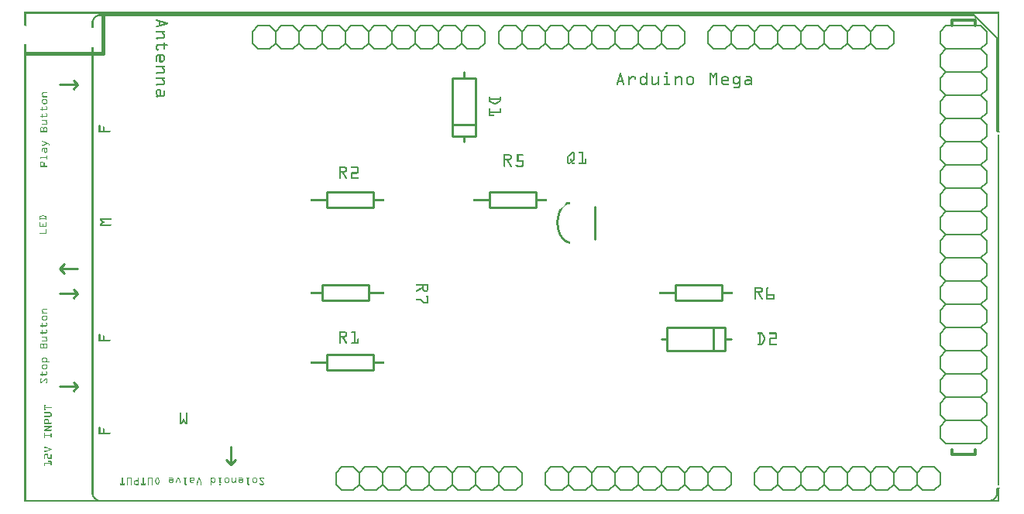
<source format=gto>
G04 MADE WITH FRITZING*
G04 WWW.FRITZING.ORG*
G04 DOUBLE SIDED*
G04 HOLES PLATED*
G04 CONTOUR ON CENTER OF CONTOUR VECTOR*
%ASAXBY*%
%FSLAX23Y23*%
%MOIN*%
%OFA0B0*%
%SFA1.0B1.0*%
%ADD10C,0.010000*%
%ADD11C,0.009843*%
%ADD12C,0.012000*%
%ADD13C,0.006000*%
%ADD14R,0.001000X0.001000*%
%LNSILK1*%
G90*
G70*
G54D10*
X1300Y633D02*
X1500Y633D01*
D02*
X1500Y633D02*
X1500Y567D01*
D02*
X1500Y567D02*
X1300Y567D01*
D02*
X1300Y567D02*
X1300Y633D01*
D02*
X1300Y1333D02*
X1500Y1333D01*
D02*
X1500Y1333D02*
X1500Y1267D01*
D02*
X1500Y1267D02*
X1300Y1267D01*
D02*
X1300Y1267D02*
X1300Y1333D01*
D02*
X2454Y1270D02*
X2454Y1130D01*
D02*
X2000Y1333D02*
X2200Y1333D01*
D02*
X2200Y1333D02*
X2200Y1267D01*
D02*
X2200Y1267D02*
X2000Y1267D01*
D02*
X2000Y1267D02*
X2000Y1333D01*
D02*
X2800Y933D02*
X3000Y933D01*
D02*
X3000Y933D02*
X3000Y867D01*
D02*
X3000Y867D02*
X2800Y867D01*
D02*
X2800Y867D02*
X2800Y933D01*
D02*
X1481Y867D02*
X1281Y867D01*
D02*
X1281Y867D02*
X1281Y933D01*
D02*
X1281Y933D02*
X1481Y933D01*
D02*
X1481Y933D02*
X1481Y867D01*
G54D11*
D02*
X210Y516D02*
X229Y497D01*
D02*
X229Y497D02*
X210Y477D01*
D02*
X229Y497D02*
X151Y497D01*
G54D10*
D02*
X1940Y1575D02*
X1940Y1625D01*
D02*
X1940Y1625D02*
X1940Y1825D01*
D02*
X1940Y1825D02*
X1890Y1825D01*
D02*
X1890Y1825D02*
X1840Y1825D01*
D02*
X1840Y1825D02*
X1840Y1625D01*
D02*
X1840Y1625D02*
X1840Y1575D01*
D02*
X1840Y1575D02*
X1890Y1575D01*
D02*
X1890Y1575D02*
X1940Y1575D01*
D02*
X1940Y1625D02*
X1840Y1625D01*
D02*
X1890Y1825D02*
X1890Y1850D01*
D02*
X1890Y1575D02*
X1890Y1550D01*
D02*
X3015Y750D02*
X2965Y750D01*
D02*
X2965Y750D02*
X2765Y750D01*
D02*
X2765Y750D02*
X2765Y700D01*
D02*
X2765Y700D02*
X2765Y650D01*
D02*
X2765Y650D02*
X2965Y650D01*
D02*
X2965Y650D02*
X3015Y650D01*
D02*
X3015Y650D02*
X3015Y700D01*
D02*
X3015Y700D02*
X3015Y750D01*
D02*
X2965Y750D02*
X2965Y650D01*
D02*
X2765Y700D02*
X2740Y700D01*
D02*
X3015Y700D02*
X3040Y700D01*
G54D11*
D02*
X210Y916D02*
X229Y897D01*
D02*
X229Y897D02*
X210Y877D01*
D02*
X229Y897D02*
X151Y897D01*
D02*
X210Y1816D02*
X229Y1797D01*
D02*
X229Y1797D02*
X210Y1777D01*
D02*
X229Y1797D02*
X151Y1797D01*
D02*
X907Y180D02*
X887Y160D01*
D02*
X887Y160D02*
X867Y180D01*
D02*
X887Y160D02*
X887Y239D01*
D02*
X170Y983D02*
X151Y1003D01*
D02*
X151Y1003D02*
X170Y1023D01*
D02*
X151Y1003D02*
X229Y1003D01*
G54D12*
D02*
X3990Y225D02*
X3990Y205D01*
D02*
X3990Y205D02*
X4090Y205D01*
D02*
X4090Y205D02*
X4090Y225D01*
D02*
X3990Y2050D02*
X3990Y2075D01*
D02*
X3990Y2075D02*
X4090Y2075D01*
D02*
X4090Y2075D02*
X4090Y2050D01*
G54D13*
D02*
X3765Y150D02*
X3815Y150D01*
D02*
X3815Y150D02*
X3840Y125D01*
D02*
X3840Y125D02*
X3840Y75D01*
D02*
X3840Y75D02*
X3815Y50D01*
D02*
X3640Y125D02*
X3665Y150D01*
D02*
X3665Y150D02*
X3715Y150D01*
D02*
X3715Y150D02*
X3740Y125D01*
D02*
X3740Y125D02*
X3740Y75D01*
D02*
X3740Y75D02*
X3715Y50D01*
D02*
X3715Y50D02*
X3665Y50D01*
D02*
X3665Y50D02*
X3640Y75D01*
D02*
X3765Y150D02*
X3740Y125D01*
D02*
X3740Y75D02*
X3765Y50D01*
D02*
X3815Y50D02*
X3765Y50D01*
D02*
X3465Y150D02*
X3515Y150D01*
D02*
X3515Y150D02*
X3540Y125D01*
D02*
X3540Y125D02*
X3540Y75D01*
D02*
X3540Y75D02*
X3515Y50D01*
D02*
X3540Y125D02*
X3565Y150D01*
D02*
X3565Y150D02*
X3615Y150D01*
D02*
X3615Y150D02*
X3640Y125D01*
D02*
X3640Y125D02*
X3640Y75D01*
D02*
X3640Y75D02*
X3615Y50D01*
D02*
X3615Y50D02*
X3565Y50D01*
D02*
X3565Y50D02*
X3540Y75D01*
D02*
X3340Y125D02*
X3365Y150D01*
D02*
X3365Y150D02*
X3415Y150D01*
D02*
X3415Y150D02*
X3440Y125D01*
D02*
X3440Y125D02*
X3440Y75D01*
D02*
X3440Y75D02*
X3415Y50D01*
D02*
X3415Y50D02*
X3365Y50D01*
D02*
X3365Y50D02*
X3340Y75D01*
D02*
X3465Y150D02*
X3440Y125D01*
D02*
X3440Y75D02*
X3465Y50D01*
D02*
X3515Y50D02*
X3465Y50D01*
D02*
X3165Y150D02*
X3215Y150D01*
D02*
X3215Y150D02*
X3240Y125D01*
D02*
X3240Y125D02*
X3240Y75D01*
D02*
X3240Y75D02*
X3215Y50D01*
D02*
X3240Y125D02*
X3265Y150D01*
D02*
X3265Y150D02*
X3315Y150D01*
D02*
X3315Y150D02*
X3340Y125D01*
D02*
X3340Y125D02*
X3340Y75D01*
D02*
X3340Y75D02*
X3315Y50D01*
D02*
X3315Y50D02*
X3265Y50D01*
D02*
X3265Y50D02*
X3240Y75D01*
D02*
X3140Y125D02*
X3140Y75D01*
D02*
X3165Y150D02*
X3140Y125D01*
D02*
X3140Y75D02*
X3165Y50D01*
D02*
X3215Y50D02*
X3165Y50D01*
D02*
X3865Y150D02*
X3915Y150D01*
D02*
X3915Y150D02*
X3940Y125D01*
D02*
X3940Y125D02*
X3940Y75D01*
D02*
X3940Y75D02*
X3915Y50D01*
D02*
X3865Y150D02*
X3840Y125D01*
D02*
X3840Y75D02*
X3865Y50D01*
D02*
X3915Y50D02*
X3865Y50D01*
D02*
X2865Y150D02*
X2915Y150D01*
D02*
X2915Y150D02*
X2940Y125D01*
D02*
X2940Y125D02*
X2940Y75D01*
D02*
X2940Y75D02*
X2915Y50D01*
D02*
X2740Y125D02*
X2765Y150D01*
D02*
X2765Y150D02*
X2815Y150D01*
D02*
X2815Y150D02*
X2840Y125D01*
D02*
X2840Y125D02*
X2840Y75D01*
D02*
X2840Y75D02*
X2815Y50D01*
D02*
X2815Y50D02*
X2765Y50D01*
D02*
X2765Y50D02*
X2740Y75D01*
D02*
X2865Y150D02*
X2840Y125D01*
D02*
X2840Y75D02*
X2865Y50D01*
D02*
X2915Y50D02*
X2865Y50D01*
D02*
X2565Y150D02*
X2615Y150D01*
D02*
X2615Y150D02*
X2640Y125D01*
D02*
X2640Y125D02*
X2640Y75D01*
D02*
X2640Y75D02*
X2615Y50D01*
D02*
X2640Y125D02*
X2665Y150D01*
D02*
X2665Y150D02*
X2715Y150D01*
D02*
X2715Y150D02*
X2740Y125D01*
D02*
X2740Y125D02*
X2740Y75D01*
D02*
X2740Y75D02*
X2715Y50D01*
D02*
X2715Y50D02*
X2665Y50D01*
D02*
X2665Y50D02*
X2640Y75D01*
D02*
X2440Y125D02*
X2465Y150D01*
D02*
X2465Y150D02*
X2515Y150D01*
D02*
X2515Y150D02*
X2540Y125D01*
D02*
X2540Y125D02*
X2540Y75D01*
D02*
X2540Y75D02*
X2515Y50D01*
D02*
X2515Y50D02*
X2465Y50D01*
D02*
X2465Y50D02*
X2440Y75D01*
D02*
X2565Y150D02*
X2540Y125D01*
D02*
X2540Y75D02*
X2565Y50D01*
D02*
X2615Y50D02*
X2565Y50D01*
D02*
X2265Y150D02*
X2315Y150D01*
D02*
X2315Y150D02*
X2340Y125D01*
D02*
X2340Y125D02*
X2340Y75D01*
D02*
X2340Y75D02*
X2315Y50D01*
D02*
X2340Y125D02*
X2365Y150D01*
D02*
X2365Y150D02*
X2415Y150D01*
D02*
X2415Y150D02*
X2440Y125D01*
D02*
X2440Y125D02*
X2440Y75D01*
D02*
X2440Y75D02*
X2415Y50D01*
D02*
X2415Y50D02*
X2365Y50D01*
D02*
X2365Y50D02*
X2340Y75D01*
D02*
X2240Y125D02*
X2240Y75D01*
D02*
X2265Y150D02*
X2240Y125D01*
D02*
X2240Y75D02*
X2265Y50D01*
D02*
X2315Y50D02*
X2265Y50D01*
D02*
X2965Y150D02*
X3015Y150D01*
D02*
X3015Y150D02*
X3040Y125D01*
D02*
X3040Y125D02*
X3040Y75D01*
D02*
X3040Y75D02*
X3015Y50D01*
D02*
X2965Y150D02*
X2940Y125D01*
D02*
X2940Y75D02*
X2965Y50D01*
D02*
X3015Y50D02*
X2965Y50D01*
D02*
X3115Y1950D02*
X3065Y1950D01*
D02*
X3065Y1950D02*
X3040Y1975D01*
D02*
X3040Y1975D02*
X3040Y2025D01*
D02*
X3040Y2025D02*
X3065Y2050D01*
D02*
X3240Y1975D02*
X3215Y1950D01*
D02*
X3215Y1950D02*
X3165Y1950D01*
D02*
X3165Y1950D02*
X3140Y1975D01*
D02*
X3140Y1975D02*
X3140Y2025D01*
D02*
X3140Y2025D02*
X3165Y2050D01*
D02*
X3165Y2050D02*
X3215Y2050D01*
D02*
X3215Y2050D02*
X3240Y2025D01*
D02*
X3115Y1950D02*
X3140Y1975D01*
D02*
X3140Y2025D02*
X3115Y2050D01*
D02*
X3065Y2050D02*
X3115Y2050D01*
D02*
X3415Y1950D02*
X3365Y1950D01*
D02*
X3365Y1950D02*
X3340Y1975D01*
D02*
X3340Y1975D02*
X3340Y2025D01*
D02*
X3340Y2025D02*
X3365Y2050D01*
D02*
X3340Y1975D02*
X3315Y1950D01*
D02*
X3315Y1950D02*
X3265Y1950D01*
D02*
X3265Y1950D02*
X3240Y1975D01*
D02*
X3240Y1975D02*
X3240Y2025D01*
D02*
X3240Y2025D02*
X3265Y2050D01*
D02*
X3265Y2050D02*
X3315Y2050D01*
D02*
X3315Y2050D02*
X3340Y2025D01*
D02*
X3540Y1975D02*
X3515Y1950D01*
D02*
X3515Y1950D02*
X3465Y1950D01*
D02*
X3465Y1950D02*
X3440Y1975D01*
D02*
X3440Y1975D02*
X3440Y2025D01*
D02*
X3440Y2025D02*
X3465Y2050D01*
D02*
X3465Y2050D02*
X3515Y2050D01*
D02*
X3515Y2050D02*
X3540Y2025D01*
D02*
X3415Y1950D02*
X3440Y1975D01*
D02*
X3440Y2025D02*
X3415Y2050D01*
D02*
X3365Y2050D02*
X3415Y2050D01*
D02*
X3715Y1950D02*
X3665Y1950D01*
D02*
X3665Y1950D02*
X3640Y1975D01*
D02*
X3640Y1975D02*
X3640Y2025D01*
D02*
X3640Y2025D02*
X3665Y2050D01*
D02*
X3640Y1975D02*
X3615Y1950D01*
D02*
X3615Y1950D02*
X3565Y1950D01*
D02*
X3565Y1950D02*
X3540Y1975D01*
D02*
X3540Y1975D02*
X3540Y2025D01*
D02*
X3540Y2025D02*
X3565Y2050D01*
D02*
X3565Y2050D02*
X3615Y2050D01*
D02*
X3615Y2050D02*
X3640Y2025D01*
D02*
X3740Y1975D02*
X3740Y2025D01*
D02*
X3715Y1950D02*
X3740Y1975D01*
D02*
X3740Y2025D02*
X3715Y2050D01*
D02*
X3665Y2050D02*
X3715Y2050D01*
D02*
X3015Y1950D02*
X2965Y1950D01*
D02*
X2965Y1950D02*
X2940Y1975D01*
D02*
X2940Y1975D02*
X2940Y2025D01*
D02*
X2940Y2025D02*
X2965Y2050D01*
D02*
X3015Y1950D02*
X3040Y1975D01*
D02*
X3040Y2025D02*
X3015Y2050D01*
D02*
X2965Y2050D02*
X3015Y2050D01*
D02*
X1780Y2025D02*
X1805Y2050D01*
D02*
X1805Y2050D02*
X1855Y2050D01*
D02*
X1855Y2050D02*
X1880Y2025D01*
D02*
X1880Y2025D02*
X1880Y1975D01*
D02*
X1880Y1975D02*
X1855Y1950D01*
D02*
X1855Y1950D02*
X1805Y1950D01*
D02*
X1805Y1950D02*
X1780Y1975D01*
D02*
X1605Y2050D02*
X1655Y2050D01*
D02*
X1655Y2050D02*
X1680Y2025D01*
D02*
X1680Y2025D02*
X1680Y1975D01*
D02*
X1680Y1975D02*
X1655Y1950D01*
D02*
X1680Y2025D02*
X1705Y2050D01*
D02*
X1705Y2050D02*
X1755Y2050D01*
D02*
X1755Y2050D02*
X1780Y2025D01*
D02*
X1780Y2025D02*
X1780Y1975D01*
D02*
X1780Y1975D02*
X1755Y1950D01*
D02*
X1755Y1950D02*
X1705Y1950D01*
D02*
X1705Y1950D02*
X1680Y1975D01*
D02*
X1480Y2025D02*
X1505Y2050D01*
D02*
X1505Y2050D02*
X1555Y2050D01*
D02*
X1555Y2050D02*
X1580Y2025D01*
D02*
X1580Y2025D02*
X1580Y1975D01*
D02*
X1580Y1975D02*
X1555Y1950D01*
D02*
X1555Y1950D02*
X1505Y1950D01*
D02*
X1505Y1950D02*
X1480Y1975D01*
D02*
X1605Y2050D02*
X1580Y2025D01*
D02*
X1580Y1975D02*
X1605Y1950D01*
D02*
X1655Y1950D02*
X1605Y1950D01*
D02*
X1305Y2050D02*
X1355Y2050D01*
D02*
X1355Y2050D02*
X1380Y2025D01*
D02*
X1380Y2025D02*
X1380Y1975D01*
D02*
X1380Y1975D02*
X1355Y1950D01*
D02*
X1380Y2025D02*
X1405Y2050D01*
D02*
X1405Y2050D02*
X1455Y2050D01*
D02*
X1455Y2050D02*
X1480Y2025D01*
D02*
X1480Y2025D02*
X1480Y1975D01*
D02*
X1480Y1975D02*
X1455Y1950D01*
D02*
X1455Y1950D02*
X1405Y1950D01*
D02*
X1405Y1950D02*
X1380Y1975D01*
D02*
X1180Y2025D02*
X1205Y2050D01*
D02*
X1205Y2050D02*
X1255Y2050D01*
D02*
X1255Y2050D02*
X1280Y2025D01*
D02*
X1280Y2025D02*
X1280Y1975D01*
D02*
X1280Y1975D02*
X1255Y1950D01*
D02*
X1255Y1950D02*
X1205Y1950D01*
D02*
X1205Y1950D02*
X1180Y1975D01*
D02*
X1305Y2050D02*
X1280Y2025D01*
D02*
X1280Y1975D02*
X1305Y1950D01*
D02*
X1355Y1950D02*
X1305Y1950D01*
D02*
X1005Y2050D02*
X1055Y2050D01*
D02*
X1055Y2050D02*
X1080Y2025D01*
D02*
X1080Y2025D02*
X1080Y1975D01*
D02*
X1080Y1975D02*
X1055Y1950D01*
D02*
X1080Y2025D02*
X1105Y2050D01*
D02*
X1105Y2050D02*
X1155Y2050D01*
D02*
X1155Y2050D02*
X1180Y2025D01*
D02*
X1180Y2025D02*
X1180Y1975D01*
D02*
X1180Y1975D02*
X1155Y1950D01*
D02*
X1155Y1950D02*
X1105Y1950D01*
D02*
X1105Y1950D02*
X1080Y1975D01*
D02*
X980Y2025D02*
X980Y1975D01*
D02*
X1005Y2050D02*
X980Y2025D01*
D02*
X980Y1975D02*
X1005Y1950D01*
D02*
X1055Y1950D02*
X1005Y1950D01*
D02*
X1905Y2050D02*
X1955Y2050D01*
D02*
X1955Y2050D02*
X1980Y2025D01*
D02*
X1980Y2025D02*
X1980Y1975D01*
D02*
X1980Y1975D02*
X1955Y1950D01*
D02*
X1905Y2050D02*
X1880Y2025D01*
D02*
X1880Y1975D02*
X1905Y1950D01*
D02*
X1955Y1950D02*
X1905Y1950D01*
D02*
X1965Y150D02*
X2015Y150D01*
D02*
X2015Y150D02*
X2040Y125D01*
D02*
X2040Y125D02*
X2040Y75D01*
D02*
X2040Y75D02*
X2015Y50D01*
D02*
X1840Y125D02*
X1865Y150D01*
D02*
X1865Y150D02*
X1915Y150D01*
D02*
X1915Y150D02*
X1940Y125D01*
D02*
X1940Y125D02*
X1940Y75D01*
D02*
X1940Y75D02*
X1915Y50D01*
D02*
X1915Y50D02*
X1865Y50D01*
D02*
X1865Y50D02*
X1840Y75D01*
D02*
X1965Y150D02*
X1940Y125D01*
D02*
X1940Y75D02*
X1965Y50D01*
D02*
X2015Y50D02*
X1965Y50D01*
D02*
X1665Y150D02*
X1715Y150D01*
D02*
X1715Y150D02*
X1740Y125D01*
D02*
X1740Y125D02*
X1740Y75D01*
D02*
X1740Y75D02*
X1715Y50D01*
D02*
X1740Y125D02*
X1765Y150D01*
D02*
X1765Y150D02*
X1815Y150D01*
D02*
X1815Y150D02*
X1840Y125D01*
D02*
X1840Y125D02*
X1840Y75D01*
D02*
X1840Y75D02*
X1815Y50D01*
D02*
X1815Y50D02*
X1765Y50D01*
D02*
X1765Y50D02*
X1740Y75D01*
D02*
X1540Y125D02*
X1565Y150D01*
D02*
X1565Y150D02*
X1615Y150D01*
D02*
X1615Y150D02*
X1640Y125D01*
D02*
X1640Y125D02*
X1640Y75D01*
D02*
X1640Y75D02*
X1615Y50D01*
D02*
X1615Y50D02*
X1565Y50D01*
D02*
X1565Y50D02*
X1540Y75D01*
D02*
X1665Y150D02*
X1640Y125D01*
D02*
X1640Y75D02*
X1665Y50D01*
D02*
X1715Y50D02*
X1665Y50D01*
D02*
X1365Y150D02*
X1415Y150D01*
D02*
X1415Y150D02*
X1440Y125D01*
D02*
X1440Y125D02*
X1440Y75D01*
D02*
X1440Y75D02*
X1415Y50D01*
D02*
X1440Y125D02*
X1465Y150D01*
D02*
X1465Y150D02*
X1515Y150D01*
D02*
X1515Y150D02*
X1540Y125D01*
D02*
X1540Y125D02*
X1540Y75D01*
D02*
X1540Y75D02*
X1515Y50D01*
D02*
X1515Y50D02*
X1465Y50D01*
D02*
X1465Y50D02*
X1440Y75D01*
D02*
X1340Y125D02*
X1340Y75D01*
D02*
X1365Y150D02*
X1340Y125D01*
D02*
X1340Y75D02*
X1365Y50D01*
D02*
X1415Y50D02*
X1365Y50D01*
D02*
X2065Y150D02*
X2115Y150D01*
D02*
X2115Y150D02*
X2140Y125D01*
D02*
X2140Y125D02*
X2140Y75D01*
D02*
X2140Y75D02*
X2115Y50D01*
D02*
X2065Y150D02*
X2040Y125D01*
D02*
X2040Y75D02*
X2065Y50D01*
D02*
X2115Y50D02*
X2065Y50D01*
D02*
X2215Y1950D02*
X2165Y1950D01*
D02*
X2165Y1950D02*
X2140Y1975D01*
D02*
X2140Y1975D02*
X2140Y2025D01*
D02*
X2140Y2025D02*
X2165Y2050D01*
D02*
X2340Y1975D02*
X2315Y1950D01*
D02*
X2315Y1950D02*
X2265Y1950D01*
D02*
X2265Y1950D02*
X2240Y1975D01*
D02*
X2240Y1975D02*
X2240Y2025D01*
D02*
X2240Y2025D02*
X2265Y2050D01*
D02*
X2265Y2050D02*
X2315Y2050D01*
D02*
X2315Y2050D02*
X2340Y2025D01*
D02*
X2215Y1950D02*
X2240Y1975D01*
D02*
X2240Y2025D02*
X2215Y2050D01*
D02*
X2165Y2050D02*
X2215Y2050D01*
D02*
X2515Y1950D02*
X2465Y1950D01*
D02*
X2465Y1950D02*
X2440Y1975D01*
D02*
X2440Y1975D02*
X2440Y2025D01*
D02*
X2440Y2025D02*
X2465Y2050D01*
D02*
X2440Y1975D02*
X2415Y1950D01*
D02*
X2415Y1950D02*
X2365Y1950D01*
D02*
X2365Y1950D02*
X2340Y1975D01*
D02*
X2340Y1975D02*
X2340Y2025D01*
D02*
X2340Y2025D02*
X2365Y2050D01*
D02*
X2365Y2050D02*
X2415Y2050D01*
D02*
X2415Y2050D02*
X2440Y2025D01*
D02*
X2640Y1975D02*
X2615Y1950D01*
D02*
X2615Y1950D02*
X2565Y1950D01*
D02*
X2565Y1950D02*
X2540Y1975D01*
D02*
X2540Y1975D02*
X2540Y2025D01*
D02*
X2540Y2025D02*
X2565Y2050D01*
D02*
X2565Y2050D02*
X2615Y2050D01*
D02*
X2615Y2050D02*
X2640Y2025D01*
D02*
X2515Y1950D02*
X2540Y1975D01*
D02*
X2540Y2025D02*
X2515Y2050D01*
D02*
X2465Y2050D02*
X2515Y2050D01*
D02*
X2815Y1950D02*
X2765Y1950D01*
D02*
X2765Y1950D02*
X2740Y1975D01*
D02*
X2740Y1975D02*
X2740Y2025D01*
D02*
X2740Y2025D02*
X2765Y2050D01*
D02*
X2740Y1975D02*
X2715Y1950D01*
D02*
X2715Y1950D02*
X2665Y1950D01*
D02*
X2665Y1950D02*
X2640Y1975D01*
D02*
X2640Y1975D02*
X2640Y2025D01*
D02*
X2640Y2025D02*
X2665Y2050D01*
D02*
X2665Y2050D02*
X2715Y2050D01*
D02*
X2715Y2050D02*
X2740Y2025D01*
D02*
X2840Y1975D02*
X2840Y2025D01*
D02*
X2815Y1950D02*
X2840Y1975D01*
D02*
X2840Y2025D02*
X2815Y2050D01*
D02*
X2765Y2050D02*
X2815Y2050D01*
D02*
X2115Y1950D02*
X2065Y1950D01*
D02*
X2065Y1950D02*
X2040Y1975D01*
D02*
X2040Y1975D02*
X2040Y2025D01*
D02*
X2040Y2025D02*
X2065Y2050D01*
D02*
X2115Y1950D02*
X2140Y1975D01*
D02*
X2140Y2025D02*
X2115Y2050D01*
D02*
X2065Y2050D02*
X2115Y2050D01*
D02*
X3965Y2050D02*
X3940Y2025D01*
D02*
X3940Y2025D02*
X3940Y1975D01*
D02*
X3940Y1975D02*
X3965Y1950D01*
D02*
X3965Y1950D02*
X3940Y1925D01*
D02*
X3940Y1925D02*
X3940Y1875D01*
D02*
X3940Y1875D02*
X3965Y1850D01*
D02*
X3965Y1850D02*
X3940Y1825D01*
D02*
X3940Y1825D02*
X3940Y1775D01*
D02*
X3940Y1775D02*
X3965Y1750D01*
D02*
X3965Y1750D02*
X3940Y1725D01*
D02*
X3940Y1725D02*
X3940Y1675D01*
D02*
X3940Y1675D02*
X3965Y1650D01*
D02*
X3965Y1650D02*
X3940Y1625D01*
D02*
X3940Y1625D02*
X3940Y1575D01*
D02*
X3940Y1575D02*
X3965Y1550D01*
D02*
X3965Y1550D02*
X3940Y1525D01*
D02*
X3940Y1525D02*
X3940Y1475D01*
D02*
X3940Y1475D02*
X3965Y1450D01*
D02*
X3965Y2050D02*
X4115Y2050D01*
D02*
X4115Y2050D02*
X4140Y2025D01*
D02*
X4140Y2025D02*
X4140Y1975D01*
D02*
X4140Y1975D02*
X4115Y1950D01*
D02*
X4115Y1950D02*
X4140Y1925D01*
D02*
X4140Y1925D02*
X4140Y1875D01*
D02*
X4140Y1875D02*
X4115Y1850D01*
D02*
X4115Y1850D02*
X4140Y1825D01*
D02*
X4140Y1825D02*
X4140Y1775D01*
D02*
X4140Y1775D02*
X4115Y1750D01*
D02*
X4115Y1750D02*
X4140Y1725D01*
D02*
X4140Y1725D02*
X4140Y1675D01*
D02*
X4140Y1675D02*
X4115Y1650D01*
D02*
X4115Y1650D02*
X4140Y1625D01*
D02*
X4140Y1625D02*
X4140Y1575D01*
D02*
X4140Y1575D02*
X4115Y1550D01*
D02*
X4115Y1550D02*
X4140Y1525D01*
D02*
X4140Y1525D02*
X4140Y1475D01*
D02*
X4140Y1475D02*
X4115Y1450D01*
D02*
X4115Y1450D02*
X4140Y1425D01*
D02*
X4140Y1425D02*
X4140Y1375D01*
D02*
X4140Y1375D02*
X4115Y1350D01*
D02*
X4115Y1350D02*
X4140Y1325D01*
D02*
X4140Y1325D02*
X4140Y1275D01*
D02*
X4140Y1275D02*
X4115Y1250D01*
D02*
X4115Y1250D02*
X4140Y1225D01*
D02*
X4140Y1225D02*
X4140Y1175D01*
D02*
X4140Y1175D02*
X4115Y1150D01*
D02*
X4115Y1150D02*
X4140Y1125D01*
D02*
X4140Y1125D02*
X4140Y1075D01*
D02*
X4140Y1075D02*
X4115Y1050D01*
D02*
X4115Y1050D02*
X4140Y1025D01*
D02*
X4140Y1025D02*
X4140Y975D01*
D02*
X4140Y975D02*
X4115Y950D01*
D02*
X4115Y950D02*
X4140Y925D01*
D02*
X4140Y925D02*
X4140Y875D01*
D02*
X4115Y850D02*
X4140Y875D01*
D02*
X4115Y850D02*
X4140Y825D01*
D02*
X4140Y775D02*
X4140Y825D01*
D02*
X4140Y775D02*
X4115Y750D01*
D02*
X4115Y750D02*
X4140Y725D01*
D02*
X4140Y675D02*
X4140Y725D01*
D02*
X4140Y675D02*
X4115Y650D01*
D02*
X4115Y650D02*
X4140Y625D01*
D02*
X4140Y575D02*
X4140Y625D01*
D02*
X4140Y575D02*
X4115Y550D01*
D02*
X4115Y550D02*
X4140Y525D01*
D02*
X4140Y475D02*
X4140Y525D01*
D02*
X4140Y475D02*
X4115Y450D01*
D02*
X4115Y450D02*
X4140Y425D01*
D02*
X4140Y375D02*
X4140Y425D01*
D02*
X4140Y375D02*
X4115Y350D01*
D02*
X4115Y350D02*
X4140Y325D01*
D02*
X4140Y275D02*
X4140Y325D01*
D02*
X4140Y275D02*
X4115Y250D01*
D02*
X3965Y250D02*
X3940Y275D01*
D02*
X3940Y275D02*
X3940Y325D01*
D02*
X3965Y350D02*
X3940Y325D01*
D02*
X3965Y350D02*
X3940Y375D01*
D02*
X3940Y375D02*
X3940Y425D01*
D02*
X3965Y450D02*
X3940Y425D01*
D02*
X3965Y450D02*
X3940Y475D01*
D02*
X3940Y525D02*
X3940Y475D01*
D02*
X3940Y525D02*
X3965Y550D01*
D02*
X3965Y550D02*
X3940Y575D01*
D02*
X3940Y625D02*
X3940Y575D01*
D02*
X3940Y625D02*
X3965Y650D01*
D02*
X3965Y650D02*
X3940Y675D01*
D02*
X3940Y675D02*
X3940Y725D01*
D02*
X3965Y750D02*
X3940Y725D01*
D02*
X3965Y750D02*
X3940Y775D01*
D02*
X3940Y775D02*
X3940Y825D01*
D02*
X3965Y850D02*
X3940Y825D01*
D02*
X3965Y850D02*
X3940Y875D01*
D02*
X3940Y875D02*
X3940Y925D01*
D02*
X3965Y950D02*
X3940Y925D01*
D02*
X3965Y950D02*
X3940Y975D01*
D02*
X3940Y975D02*
X3940Y1025D01*
D02*
X3965Y1050D02*
X3940Y1025D01*
D02*
X3965Y1050D02*
X3940Y1075D01*
D02*
X3940Y1075D02*
X3940Y1125D01*
D02*
X3965Y1150D02*
X3940Y1125D01*
D02*
X3965Y1150D02*
X3940Y1175D01*
D02*
X3940Y1175D02*
X3940Y1225D01*
D02*
X3965Y1250D02*
X3940Y1225D01*
D02*
X3965Y1250D02*
X3940Y1275D01*
D02*
X3940Y1275D02*
X3940Y1325D01*
D02*
X3965Y1350D02*
X3940Y1325D01*
D02*
X3965Y1350D02*
X3940Y1375D01*
D02*
X3940Y1375D02*
X3940Y1425D01*
D02*
X3965Y1450D02*
X3940Y1425D01*
D02*
X4115Y1950D02*
X3965Y1950D01*
D02*
X4115Y1850D02*
X3965Y1850D01*
D02*
X4115Y1750D02*
X3965Y1750D01*
D02*
X4115Y1650D02*
X3965Y1650D01*
D02*
X4115Y1550D02*
X3965Y1550D01*
D02*
X4115Y1450D02*
X3965Y1450D01*
D02*
X4115Y1350D02*
X3965Y1350D01*
D02*
X4115Y1250D02*
X3965Y1250D01*
D02*
X4115Y1150D02*
X3965Y1150D01*
D02*
X4115Y1050D02*
X3965Y1050D01*
D02*
X4115Y950D02*
X3965Y950D01*
D02*
X4115Y850D02*
X3965Y850D01*
D02*
X4115Y750D02*
X3965Y750D01*
D02*
X4115Y650D02*
X3965Y650D01*
D02*
X4115Y550D02*
X3965Y550D01*
D02*
X4115Y450D02*
X3965Y450D01*
D02*
X4115Y350D02*
X3965Y350D01*
D02*
X4115Y250D02*
X3965Y250D01*
G54D14*
X0Y2109D02*
X4195Y2109D01*
X0Y2108D02*
X4195Y2108D01*
X0Y2107D02*
X4195Y2107D01*
X0Y2106D02*
X4195Y2106D01*
X0Y2105D02*
X4195Y2105D01*
X0Y2104D02*
X4195Y2104D01*
X0Y2103D02*
X4195Y2103D01*
X0Y2102D02*
X4195Y2102D01*
X0Y2101D02*
X7Y2101D01*
X332Y2101D02*
X347Y2101D01*
X4188Y2101D02*
X4195Y2101D01*
X0Y2100D02*
X7Y2100D01*
X324Y2100D02*
X4087Y2100D01*
X4188Y2100D02*
X4195Y2100D01*
X0Y2099D02*
X7Y2099D01*
X319Y2099D02*
X4088Y2099D01*
X4188Y2099D02*
X4195Y2099D01*
X0Y2098D02*
X7Y2098D01*
X316Y2098D02*
X4089Y2098D01*
X4188Y2098D02*
X4195Y2098D01*
X0Y2097D02*
X7Y2097D01*
X313Y2097D02*
X4090Y2097D01*
X4188Y2097D02*
X4195Y2097D01*
X0Y2096D02*
X7Y2096D01*
X311Y2096D02*
X4091Y2096D01*
X4188Y2096D02*
X4195Y2096D01*
X0Y2095D02*
X7Y2095D01*
X309Y2095D02*
X4092Y2095D01*
X4188Y2095D02*
X4195Y2095D01*
X0Y2094D02*
X7Y2094D01*
X308Y2094D02*
X4093Y2094D01*
X4188Y2094D02*
X4195Y2094D01*
X0Y2093D02*
X7Y2093D01*
X306Y2093D02*
X4094Y2093D01*
X4188Y2093D02*
X4195Y2093D01*
X0Y2092D02*
X7Y2092D01*
X305Y2092D02*
X323Y2092D01*
X332Y2092D02*
X347Y2092D01*
X4084Y2092D02*
X4095Y2092D01*
X4188Y2092D02*
X4195Y2092D01*
X0Y2091D02*
X7Y2091D01*
X304Y2091D02*
X319Y2091D01*
X332Y2091D02*
X347Y2091D01*
X4085Y2091D02*
X4096Y2091D01*
X4188Y2091D02*
X4195Y2091D01*
X0Y2090D02*
X7Y2090D01*
X303Y2090D02*
X316Y2090D01*
X332Y2090D02*
X347Y2090D01*
X4086Y2090D02*
X4097Y2090D01*
X4188Y2090D02*
X4195Y2090D01*
X0Y2089D02*
X7Y2089D01*
X301Y2089D02*
X313Y2089D01*
X332Y2089D02*
X347Y2089D01*
X4087Y2089D02*
X4098Y2089D01*
X4188Y2089D02*
X4195Y2089D01*
X0Y2088D02*
X7Y2088D01*
X300Y2088D02*
X311Y2088D01*
X332Y2088D02*
X347Y2088D01*
X4088Y2088D02*
X4099Y2088D01*
X4188Y2088D02*
X4195Y2088D01*
X0Y2087D02*
X7Y2087D01*
X300Y2087D02*
X310Y2087D01*
X332Y2087D02*
X347Y2087D01*
X4089Y2087D02*
X4100Y2087D01*
X4188Y2087D02*
X4195Y2087D01*
X0Y2086D02*
X7Y2086D01*
X299Y2086D02*
X308Y2086D01*
X332Y2086D02*
X347Y2086D01*
X4090Y2086D02*
X4101Y2086D01*
X4188Y2086D02*
X4195Y2086D01*
X0Y2085D02*
X7Y2085D01*
X298Y2085D02*
X307Y2085D01*
X332Y2085D02*
X347Y2085D01*
X4091Y2085D02*
X4102Y2085D01*
X4188Y2085D02*
X4195Y2085D01*
X0Y2084D02*
X7Y2084D01*
X297Y2084D02*
X306Y2084D01*
X332Y2084D02*
X347Y2084D01*
X4092Y2084D02*
X4103Y2084D01*
X4188Y2084D02*
X4195Y2084D01*
X0Y2083D02*
X7Y2083D01*
X296Y2083D02*
X305Y2083D01*
X332Y2083D02*
X347Y2083D01*
X4093Y2083D02*
X4104Y2083D01*
X4188Y2083D02*
X4195Y2083D01*
X0Y2082D02*
X7Y2082D01*
X296Y2082D02*
X304Y2082D01*
X332Y2082D02*
X347Y2082D01*
X4095Y2082D02*
X4105Y2082D01*
X4188Y2082D02*
X4195Y2082D01*
X0Y2081D02*
X7Y2081D01*
X295Y2081D02*
X303Y2081D01*
X332Y2081D02*
X347Y2081D01*
X4096Y2081D02*
X4106Y2081D01*
X4188Y2081D02*
X4195Y2081D01*
X0Y2080D02*
X7Y2080D01*
X295Y2080D02*
X302Y2080D01*
X332Y2080D02*
X347Y2080D01*
X4097Y2080D02*
X4107Y2080D01*
X4188Y2080D02*
X4195Y2080D01*
X0Y2079D02*
X7Y2079D01*
X294Y2079D02*
X302Y2079D01*
X332Y2079D02*
X347Y2079D01*
X4098Y2079D02*
X4108Y2079D01*
X4188Y2079D02*
X4195Y2079D01*
X0Y2078D02*
X7Y2078D01*
X293Y2078D02*
X301Y2078D01*
X332Y2078D02*
X347Y2078D01*
X4099Y2078D02*
X4109Y2078D01*
X4188Y2078D02*
X4195Y2078D01*
X0Y2077D02*
X7Y2077D01*
X293Y2077D02*
X300Y2077D01*
X332Y2077D02*
X347Y2077D01*
X567Y2077D02*
X570Y2077D01*
X4100Y2077D02*
X4110Y2077D01*
X4188Y2077D02*
X4195Y2077D01*
X0Y2076D02*
X7Y2076D01*
X293Y2076D02*
X300Y2076D01*
X332Y2076D02*
X347Y2076D01*
X566Y2076D02*
X573Y2076D01*
X4101Y2076D02*
X4111Y2076D01*
X4188Y2076D02*
X4195Y2076D01*
X0Y2075D02*
X7Y2075D01*
X292Y2075D02*
X299Y2075D01*
X332Y2075D02*
X347Y2075D01*
X566Y2075D02*
X577Y2075D01*
X4102Y2075D02*
X4112Y2075D01*
X4188Y2075D02*
X4195Y2075D01*
X0Y2074D02*
X7Y2074D01*
X292Y2074D02*
X299Y2074D01*
X332Y2074D02*
X347Y2074D01*
X565Y2074D02*
X580Y2074D01*
X4103Y2074D02*
X4113Y2074D01*
X4188Y2074D02*
X4195Y2074D01*
X0Y2073D02*
X7Y2073D01*
X291Y2073D02*
X298Y2073D01*
X332Y2073D02*
X347Y2073D01*
X566Y2073D02*
X584Y2073D01*
X4104Y2073D02*
X4114Y2073D01*
X4188Y2073D02*
X4195Y2073D01*
X0Y2072D02*
X7Y2072D01*
X291Y2072D02*
X298Y2072D01*
X332Y2072D02*
X347Y2072D01*
X566Y2072D02*
X587Y2072D01*
X4105Y2072D02*
X4115Y2072D01*
X4188Y2072D02*
X4195Y2072D01*
X0Y2071D02*
X7Y2071D01*
X291Y2071D02*
X298Y2071D01*
X332Y2071D02*
X347Y2071D01*
X567Y2071D02*
X590Y2071D01*
X4106Y2071D02*
X4116Y2071D01*
X4188Y2071D02*
X4195Y2071D01*
X0Y2070D02*
X7Y2070D01*
X290Y2070D02*
X297Y2070D01*
X332Y2070D02*
X347Y2070D01*
X570Y2070D02*
X594Y2070D01*
X4107Y2070D02*
X4117Y2070D01*
X4188Y2070D02*
X4195Y2070D01*
X0Y2069D02*
X7Y2069D01*
X290Y2069D02*
X297Y2069D01*
X332Y2069D02*
X347Y2069D01*
X573Y2069D02*
X597Y2069D01*
X4108Y2069D02*
X4118Y2069D01*
X4188Y2069D02*
X4195Y2069D01*
X0Y2068D02*
X7Y2068D01*
X290Y2068D02*
X297Y2068D01*
X332Y2068D02*
X347Y2068D01*
X577Y2068D02*
X601Y2068D01*
X4109Y2068D02*
X4119Y2068D01*
X4188Y2068D02*
X4195Y2068D01*
X0Y2067D02*
X7Y2067D01*
X290Y2067D02*
X297Y2067D01*
X332Y2067D02*
X347Y2067D01*
X577Y2067D02*
X604Y2067D01*
X4110Y2067D02*
X4120Y2067D01*
X4188Y2067D02*
X4195Y2067D01*
X0Y2066D02*
X7Y2066D01*
X290Y2066D02*
X297Y2066D01*
X332Y2066D02*
X347Y2066D01*
X577Y2066D02*
X607Y2066D01*
X4111Y2066D02*
X4121Y2066D01*
X4188Y2066D02*
X4195Y2066D01*
X0Y2065D02*
X7Y2065D01*
X290Y2065D02*
X296Y2065D01*
X332Y2065D02*
X347Y2065D01*
X577Y2065D02*
X583Y2065D01*
X587Y2065D02*
X611Y2065D01*
X4112Y2065D02*
X4122Y2065D01*
X4188Y2065D02*
X4195Y2065D01*
X0Y2064D02*
X7Y2064D01*
X289Y2064D02*
X296Y2064D01*
X332Y2064D02*
X347Y2064D01*
X577Y2064D02*
X583Y2064D01*
X590Y2064D02*
X614Y2064D01*
X4113Y2064D02*
X4123Y2064D01*
X4188Y2064D02*
X4195Y2064D01*
X0Y2063D02*
X7Y2063D01*
X289Y2063D02*
X296Y2063D01*
X332Y2063D02*
X347Y2063D01*
X577Y2063D02*
X583Y2063D01*
X594Y2063D02*
X617Y2063D01*
X4114Y2063D02*
X4124Y2063D01*
X4188Y2063D02*
X4195Y2063D01*
X0Y2062D02*
X7Y2062D01*
X289Y2062D02*
X296Y2062D01*
X332Y2062D02*
X347Y2062D01*
X577Y2062D02*
X583Y2062D01*
X597Y2062D02*
X618Y2062D01*
X4115Y2062D02*
X4125Y2062D01*
X4188Y2062D02*
X4195Y2062D01*
X0Y2061D02*
X7Y2061D01*
X289Y2061D02*
X296Y2061D01*
X332Y2061D02*
X347Y2061D01*
X577Y2061D02*
X583Y2061D01*
X601Y2061D02*
X618Y2061D01*
X4116Y2061D02*
X4126Y2061D01*
X4188Y2061D02*
X4195Y2061D01*
X0Y2060D02*
X7Y2060D01*
X289Y2060D02*
X296Y2060D01*
X332Y2060D02*
X347Y2060D01*
X577Y2060D02*
X583Y2060D01*
X603Y2060D02*
X619Y2060D01*
X4117Y2060D02*
X4127Y2060D01*
X4188Y2060D02*
X4195Y2060D01*
X0Y2059D02*
X7Y2059D01*
X289Y2059D02*
X296Y2059D01*
X332Y2059D02*
X347Y2059D01*
X577Y2059D02*
X583Y2059D01*
X600Y2059D02*
X618Y2059D01*
X4118Y2059D02*
X4128Y2059D01*
X4188Y2059D02*
X4195Y2059D01*
X0Y2058D02*
X7Y2058D01*
X289Y2058D02*
X296Y2058D01*
X332Y2058D02*
X347Y2058D01*
X577Y2058D02*
X583Y2058D01*
X596Y2058D02*
X618Y2058D01*
X4119Y2058D02*
X4129Y2058D01*
X4188Y2058D02*
X4195Y2058D01*
X0Y2057D02*
X7Y2057D01*
X289Y2057D02*
X297Y2057D01*
X332Y2057D02*
X347Y2057D01*
X577Y2057D02*
X583Y2057D01*
X593Y2057D02*
X617Y2057D01*
X4120Y2057D02*
X4130Y2057D01*
X4188Y2057D02*
X4195Y2057D01*
X0Y2056D02*
X7Y2056D01*
X290Y2056D02*
X297Y2056D01*
X332Y2056D02*
X347Y2056D01*
X577Y2056D02*
X583Y2056D01*
X590Y2056D02*
X614Y2056D01*
X4121Y2056D02*
X4131Y2056D01*
X4188Y2056D02*
X4195Y2056D01*
X0Y2055D02*
X7Y2055D01*
X290Y2055D02*
X297Y2055D01*
X332Y2055D02*
X347Y2055D01*
X577Y2055D02*
X583Y2055D01*
X586Y2055D02*
X610Y2055D01*
X4122Y2055D02*
X4132Y2055D01*
X4188Y2055D02*
X4195Y2055D01*
X0Y2054D02*
X7Y2054D01*
X290Y2054D02*
X297Y2054D01*
X332Y2054D02*
X347Y2054D01*
X577Y2054D02*
X607Y2054D01*
X4123Y2054D02*
X4133Y2054D01*
X4188Y2054D02*
X4195Y2054D01*
X0Y2053D02*
X7Y2053D01*
X290Y2053D02*
X297Y2053D01*
X332Y2053D02*
X347Y2053D01*
X577Y2053D02*
X603Y2053D01*
X4124Y2053D02*
X4134Y2053D01*
X4188Y2053D02*
X4195Y2053D01*
X0Y2052D02*
X7Y2052D01*
X290Y2052D02*
X297Y2052D01*
X332Y2052D02*
X347Y2052D01*
X576Y2052D02*
X600Y2052D01*
X4125Y2052D02*
X4135Y2052D01*
X4188Y2052D02*
X4195Y2052D01*
X0Y2051D02*
X7Y2051D01*
X290Y2051D02*
X297Y2051D01*
X332Y2051D02*
X347Y2051D01*
X573Y2051D02*
X596Y2051D01*
X4126Y2051D02*
X4136Y2051D01*
X4188Y2051D02*
X4195Y2051D01*
X2Y2050D02*
X7Y2050D01*
X290Y2050D02*
X297Y2050D01*
X332Y2050D02*
X347Y2050D01*
X569Y2050D02*
X593Y2050D01*
X4127Y2050D02*
X4137Y2050D01*
X4188Y2050D02*
X4195Y2050D01*
X5Y2049D02*
X7Y2049D01*
X290Y2049D02*
X297Y2049D01*
X332Y2049D02*
X347Y2049D01*
X567Y2049D02*
X590Y2049D01*
X4128Y2049D02*
X4138Y2049D01*
X4188Y2049D02*
X4195Y2049D01*
X7Y2048D02*
X7Y2048D01*
X290Y2048D02*
X297Y2048D01*
X332Y2048D02*
X347Y2048D01*
X566Y2048D02*
X586Y2048D01*
X4129Y2048D02*
X4139Y2048D01*
X4188Y2048D02*
X4195Y2048D01*
X290Y2047D02*
X297Y2047D01*
X332Y2047D02*
X347Y2047D01*
X565Y2047D02*
X583Y2047D01*
X4130Y2047D02*
X4140Y2047D01*
X4188Y2047D02*
X4195Y2047D01*
X290Y2046D02*
X297Y2046D01*
X332Y2046D02*
X347Y2046D01*
X565Y2046D02*
X579Y2046D01*
X4131Y2046D02*
X4141Y2046D01*
X4188Y2046D02*
X4195Y2046D01*
X290Y2045D02*
X297Y2045D01*
X332Y2045D02*
X347Y2045D01*
X566Y2045D02*
X576Y2045D01*
X4132Y2045D02*
X4142Y2045D01*
X4188Y2045D02*
X4195Y2045D01*
X290Y2044D02*
X297Y2044D01*
X332Y2044D02*
X347Y2044D01*
X566Y2044D02*
X572Y2044D01*
X4133Y2044D02*
X4143Y2044D01*
X4188Y2044D02*
X4195Y2044D01*
X290Y2043D02*
X297Y2043D01*
X332Y2043D02*
X347Y2043D01*
X568Y2043D02*
X569Y2043D01*
X4134Y2043D02*
X4144Y2043D01*
X4188Y2043D02*
X4195Y2043D01*
X332Y2042D02*
X347Y2042D01*
X4135Y2042D02*
X4145Y2042D01*
X4188Y2042D02*
X4195Y2042D01*
X332Y2041D02*
X347Y2041D01*
X4136Y2041D02*
X4146Y2041D01*
X4188Y2041D02*
X4195Y2041D01*
X332Y2040D02*
X347Y2040D01*
X4137Y2040D02*
X4147Y2040D01*
X4188Y2040D02*
X4195Y2040D01*
X332Y2039D02*
X347Y2039D01*
X4138Y2039D02*
X4148Y2039D01*
X4188Y2039D02*
X4195Y2039D01*
X332Y2038D02*
X347Y2038D01*
X4139Y2038D02*
X4149Y2038D01*
X4188Y2038D02*
X4195Y2038D01*
X332Y2037D02*
X347Y2037D01*
X4140Y2037D02*
X4150Y2037D01*
X4188Y2037D02*
X4195Y2037D01*
X332Y2036D02*
X347Y2036D01*
X4141Y2036D02*
X4151Y2036D01*
X4188Y2036D02*
X4195Y2036D01*
X332Y2035D02*
X347Y2035D01*
X4142Y2035D02*
X4152Y2035D01*
X4188Y2035D02*
X4195Y2035D01*
X332Y2034D02*
X347Y2034D01*
X4143Y2034D02*
X4153Y2034D01*
X4188Y2034D02*
X4195Y2034D01*
X332Y2033D02*
X347Y2033D01*
X4144Y2033D02*
X4154Y2033D01*
X4188Y2033D02*
X4195Y2033D01*
X332Y2032D02*
X347Y2032D01*
X4145Y2032D02*
X4155Y2032D01*
X4188Y2032D02*
X4195Y2032D01*
X332Y2031D02*
X347Y2031D01*
X4146Y2031D02*
X4156Y2031D01*
X4188Y2031D02*
X4195Y2031D01*
X332Y2030D02*
X347Y2030D01*
X4147Y2030D02*
X4157Y2030D01*
X4188Y2030D02*
X4195Y2030D01*
X332Y2029D02*
X347Y2029D01*
X4148Y2029D02*
X4158Y2029D01*
X4188Y2029D02*
X4195Y2029D01*
X332Y2028D02*
X347Y2028D01*
X4149Y2028D02*
X4159Y2028D01*
X4188Y2028D02*
X4195Y2028D01*
X332Y2027D02*
X347Y2027D01*
X567Y2027D02*
X602Y2027D01*
X4150Y2027D02*
X4160Y2027D01*
X4188Y2027D02*
X4195Y2027D01*
X332Y2026D02*
X347Y2026D01*
X566Y2026D02*
X603Y2026D01*
X4151Y2026D02*
X4161Y2026D01*
X4188Y2026D02*
X4195Y2026D01*
X332Y2025D02*
X347Y2025D01*
X566Y2025D02*
X604Y2025D01*
X4152Y2025D02*
X4162Y2025D01*
X4188Y2025D02*
X4195Y2025D01*
X332Y2024D02*
X347Y2024D01*
X565Y2024D02*
X604Y2024D01*
X4153Y2024D02*
X4163Y2024D01*
X4188Y2024D02*
X4195Y2024D01*
X332Y2023D02*
X347Y2023D01*
X566Y2023D02*
X604Y2023D01*
X4154Y2023D02*
X4164Y2023D01*
X4188Y2023D02*
X4195Y2023D01*
X332Y2022D02*
X347Y2022D01*
X566Y2022D02*
X603Y2022D01*
X4155Y2022D02*
X4165Y2022D01*
X4188Y2022D02*
X4195Y2022D01*
X332Y2021D02*
X347Y2021D01*
X567Y2021D02*
X602Y2021D01*
X4156Y2021D02*
X4166Y2021D01*
X4188Y2021D02*
X4195Y2021D01*
X332Y2020D02*
X347Y2020D01*
X591Y2020D02*
X598Y2020D01*
X4157Y2020D02*
X4167Y2020D01*
X4188Y2020D02*
X4195Y2020D01*
X332Y2019D02*
X347Y2019D01*
X591Y2019D02*
X599Y2019D01*
X4158Y2019D02*
X4168Y2019D01*
X4188Y2019D02*
X4195Y2019D01*
X332Y2018D02*
X347Y2018D01*
X592Y2018D02*
X599Y2018D01*
X4159Y2018D02*
X4169Y2018D01*
X4188Y2018D02*
X4195Y2018D01*
X332Y2017D02*
X347Y2017D01*
X593Y2017D02*
X600Y2017D01*
X4160Y2017D02*
X4170Y2017D01*
X4188Y2017D02*
X4195Y2017D01*
X332Y2016D02*
X347Y2016D01*
X593Y2016D02*
X601Y2016D01*
X4161Y2016D02*
X4171Y2016D01*
X4188Y2016D02*
X4195Y2016D01*
X332Y2015D02*
X347Y2015D01*
X594Y2015D02*
X601Y2015D01*
X4162Y2015D02*
X4172Y2015D01*
X4188Y2015D02*
X4195Y2015D01*
X332Y2014D02*
X347Y2014D01*
X595Y2014D02*
X602Y2014D01*
X4163Y2014D02*
X4173Y2014D01*
X4188Y2014D02*
X4195Y2014D01*
X332Y2013D02*
X347Y2013D01*
X595Y2013D02*
X603Y2013D01*
X4164Y2013D02*
X4174Y2013D01*
X4188Y2013D02*
X4195Y2013D01*
X332Y2012D02*
X347Y2012D01*
X596Y2012D02*
X603Y2012D01*
X4165Y2012D02*
X4175Y2012D01*
X4188Y2012D02*
X4195Y2012D01*
X332Y2011D02*
X347Y2011D01*
X597Y2011D02*
X603Y2011D01*
X4166Y2011D02*
X4176Y2011D01*
X4188Y2011D02*
X4195Y2011D01*
X332Y2010D02*
X347Y2010D01*
X597Y2010D02*
X604Y2010D01*
X4167Y2010D02*
X4177Y2010D01*
X4188Y2010D02*
X4195Y2010D01*
X332Y2009D02*
X347Y2009D01*
X598Y2009D02*
X604Y2009D01*
X4168Y2009D02*
X4178Y2009D01*
X4188Y2009D02*
X4195Y2009D01*
X332Y2008D02*
X347Y2008D01*
X598Y2008D02*
X604Y2008D01*
X4169Y2008D02*
X4179Y2008D01*
X4188Y2008D02*
X4195Y2008D01*
X332Y2007D02*
X347Y2007D01*
X598Y2007D02*
X604Y2007D01*
X4170Y2007D02*
X4180Y2007D01*
X4188Y2007D02*
X4195Y2007D01*
X332Y2006D02*
X347Y2006D01*
X598Y2006D02*
X604Y2006D01*
X4171Y2006D02*
X4181Y2006D01*
X4188Y2006D02*
X4195Y2006D01*
X332Y2005D02*
X347Y2005D01*
X598Y2005D02*
X604Y2005D01*
X4172Y2005D02*
X4182Y2005D01*
X4188Y2005D02*
X4195Y2005D01*
X332Y2004D02*
X347Y2004D01*
X598Y2004D02*
X604Y2004D01*
X4173Y2004D02*
X4183Y2004D01*
X4188Y2004D02*
X4195Y2004D01*
X332Y2003D02*
X347Y2003D01*
X598Y2003D02*
X604Y2003D01*
X4174Y2003D02*
X4184Y2003D01*
X4188Y2003D02*
X4195Y2003D01*
X332Y2002D02*
X347Y2002D01*
X597Y2002D02*
X604Y2002D01*
X4175Y2002D02*
X4185Y2002D01*
X4188Y2002D02*
X4195Y2002D01*
X332Y2001D02*
X347Y2001D01*
X596Y2001D02*
X603Y2001D01*
X4176Y2001D02*
X4186Y2001D01*
X4188Y2001D02*
X4195Y2001D01*
X332Y2000D02*
X347Y2000D01*
X575Y2000D02*
X603Y2000D01*
X4177Y2000D02*
X4195Y2000D01*
X332Y1999D02*
X347Y1999D01*
X567Y1999D02*
X603Y1999D01*
X4178Y1999D02*
X4195Y1999D01*
X332Y1998D02*
X347Y1998D01*
X566Y1998D02*
X602Y1998D01*
X4179Y1998D02*
X4195Y1998D01*
X332Y1997D02*
X347Y1997D01*
X565Y1997D02*
X601Y1997D01*
X4180Y1997D02*
X4195Y1997D01*
X332Y1996D02*
X347Y1996D01*
X565Y1996D02*
X600Y1996D01*
X4181Y1996D02*
X4195Y1996D01*
X332Y1995D02*
X347Y1995D01*
X566Y1995D02*
X599Y1995D01*
X4182Y1995D02*
X4195Y1995D01*
X332Y1994D02*
X347Y1994D01*
X566Y1994D02*
X596Y1994D01*
X4182Y1994D02*
X4195Y1994D01*
X332Y1993D02*
X347Y1993D01*
X568Y1993D02*
X573Y1993D01*
X4182Y1993D02*
X4195Y1993D01*
X332Y1992D02*
X347Y1992D01*
X4182Y1992D02*
X4195Y1992D01*
X332Y1991D02*
X347Y1991D01*
X4182Y1991D02*
X4195Y1991D01*
X332Y1990D02*
X347Y1990D01*
X4182Y1990D02*
X4195Y1990D01*
X332Y1989D02*
X347Y1989D01*
X4182Y1989D02*
X4195Y1989D01*
X332Y1988D02*
X347Y1988D01*
X4182Y1988D02*
X4195Y1988D01*
X332Y1987D02*
X347Y1987D01*
X4182Y1987D02*
X4195Y1987D01*
X332Y1986D02*
X347Y1986D01*
X4182Y1986D02*
X4195Y1986D01*
X332Y1985D02*
X347Y1985D01*
X4182Y1985D02*
X4195Y1985D01*
X332Y1984D02*
X347Y1984D01*
X4182Y1984D02*
X4195Y1984D01*
X332Y1983D02*
X347Y1983D01*
X4182Y1983D02*
X4195Y1983D01*
X332Y1982D02*
X347Y1982D01*
X4182Y1982D02*
X4195Y1982D01*
X332Y1981D02*
X347Y1981D01*
X4182Y1981D02*
X4195Y1981D01*
X332Y1980D02*
X347Y1980D01*
X4182Y1980D02*
X4195Y1980D01*
X332Y1979D02*
X347Y1979D01*
X4182Y1979D02*
X4195Y1979D01*
X332Y1978D02*
X347Y1978D01*
X4182Y1978D02*
X4195Y1978D01*
X332Y1977D02*
X347Y1977D01*
X600Y1977D02*
X602Y1977D01*
X4182Y1977D02*
X4195Y1977D01*
X332Y1976D02*
X347Y1976D01*
X599Y1976D02*
X603Y1976D01*
X4182Y1976D02*
X4195Y1976D01*
X332Y1975D02*
X347Y1975D01*
X598Y1975D02*
X604Y1975D01*
X4182Y1975D02*
X4195Y1975D01*
X332Y1974D02*
X347Y1974D01*
X598Y1974D02*
X604Y1974D01*
X4182Y1974D02*
X4195Y1974D01*
X332Y1973D02*
X347Y1973D01*
X598Y1973D02*
X604Y1973D01*
X4182Y1973D02*
X4195Y1973D01*
X6Y1972D02*
X7Y1972D01*
X332Y1972D02*
X347Y1972D01*
X598Y1972D02*
X604Y1972D01*
X4182Y1972D02*
X4195Y1972D01*
X4Y1971D02*
X7Y1971D01*
X332Y1971D02*
X347Y1971D01*
X598Y1971D02*
X604Y1971D01*
X4182Y1971D02*
X4195Y1971D01*
X0Y1970D02*
X7Y1970D01*
X332Y1970D02*
X347Y1970D01*
X573Y1970D02*
X614Y1970D01*
X4182Y1970D02*
X4195Y1970D01*
X0Y1969D02*
X7Y1969D01*
X332Y1969D02*
X347Y1969D01*
X570Y1969D02*
X615Y1969D01*
X4182Y1969D02*
X4195Y1969D01*
X0Y1968D02*
X7Y1968D01*
X332Y1968D02*
X347Y1968D01*
X569Y1968D02*
X616Y1968D01*
X4182Y1968D02*
X4195Y1968D01*
X0Y1967D02*
X7Y1967D01*
X332Y1967D02*
X347Y1967D01*
X568Y1967D02*
X616Y1967D01*
X4182Y1967D02*
X4195Y1967D01*
X0Y1966D02*
X7Y1966D01*
X332Y1966D02*
X347Y1966D01*
X567Y1966D02*
X616Y1966D01*
X4182Y1966D02*
X4195Y1966D01*
X0Y1965D02*
X7Y1965D01*
X332Y1965D02*
X347Y1965D01*
X567Y1965D02*
X615Y1965D01*
X4182Y1965D02*
X4195Y1965D01*
X0Y1964D02*
X7Y1964D01*
X332Y1964D02*
X347Y1964D01*
X566Y1964D02*
X614Y1964D01*
X4182Y1964D02*
X4195Y1964D01*
X0Y1963D02*
X7Y1963D01*
X332Y1963D02*
X347Y1963D01*
X566Y1963D02*
X573Y1963D01*
X598Y1963D02*
X604Y1963D01*
X4182Y1963D02*
X4195Y1963D01*
X0Y1962D02*
X7Y1962D01*
X332Y1962D02*
X347Y1962D01*
X566Y1962D02*
X572Y1962D01*
X598Y1962D02*
X604Y1962D01*
X4182Y1962D02*
X4195Y1962D01*
X0Y1961D02*
X7Y1961D01*
X332Y1961D02*
X347Y1961D01*
X565Y1961D02*
X572Y1961D01*
X598Y1961D02*
X604Y1961D01*
X4182Y1961D02*
X4195Y1961D01*
X0Y1960D02*
X7Y1960D01*
X332Y1960D02*
X347Y1960D01*
X565Y1960D02*
X571Y1960D01*
X598Y1960D02*
X604Y1960D01*
X4182Y1960D02*
X4195Y1960D01*
X0Y1959D02*
X7Y1959D01*
X332Y1959D02*
X347Y1959D01*
X565Y1959D02*
X571Y1959D01*
X598Y1959D02*
X604Y1959D01*
X4182Y1959D02*
X4195Y1959D01*
X0Y1958D02*
X7Y1958D01*
X290Y1958D02*
X297Y1958D01*
X332Y1958D02*
X347Y1958D01*
X565Y1958D02*
X571Y1958D01*
X598Y1958D02*
X604Y1958D01*
X4182Y1958D02*
X4195Y1958D01*
X0Y1957D02*
X7Y1957D01*
X290Y1957D02*
X297Y1957D01*
X332Y1957D02*
X347Y1957D01*
X565Y1957D02*
X571Y1957D01*
X598Y1957D02*
X604Y1957D01*
X4182Y1957D02*
X4195Y1957D01*
X0Y1956D02*
X7Y1956D01*
X290Y1956D02*
X297Y1956D01*
X332Y1956D02*
X347Y1956D01*
X565Y1956D02*
X571Y1956D01*
X598Y1956D02*
X604Y1956D01*
X4182Y1956D02*
X4195Y1956D01*
X0Y1955D02*
X7Y1955D01*
X290Y1955D02*
X297Y1955D01*
X332Y1955D02*
X347Y1955D01*
X565Y1955D02*
X571Y1955D01*
X598Y1955D02*
X604Y1955D01*
X4182Y1955D02*
X4195Y1955D01*
X0Y1954D02*
X7Y1954D01*
X290Y1954D02*
X297Y1954D01*
X332Y1954D02*
X347Y1954D01*
X565Y1954D02*
X571Y1954D01*
X598Y1954D02*
X604Y1954D01*
X4182Y1954D02*
X4195Y1954D01*
X0Y1953D02*
X7Y1953D01*
X290Y1953D02*
X297Y1953D01*
X332Y1953D02*
X347Y1953D01*
X565Y1953D02*
X571Y1953D01*
X598Y1953D02*
X604Y1953D01*
X4182Y1953D02*
X4195Y1953D01*
X0Y1952D02*
X7Y1952D01*
X290Y1952D02*
X297Y1952D01*
X332Y1952D02*
X347Y1952D01*
X565Y1952D02*
X572Y1952D01*
X598Y1952D02*
X604Y1952D01*
X4182Y1952D02*
X4195Y1952D01*
X0Y1951D02*
X7Y1951D01*
X290Y1951D02*
X297Y1951D01*
X332Y1951D02*
X347Y1951D01*
X566Y1951D02*
X572Y1951D01*
X598Y1951D02*
X604Y1951D01*
X4182Y1951D02*
X4195Y1951D01*
X0Y1950D02*
X7Y1950D01*
X290Y1950D02*
X297Y1950D01*
X332Y1950D02*
X347Y1950D01*
X566Y1950D02*
X574Y1950D01*
X598Y1950D02*
X604Y1950D01*
X4182Y1950D02*
X4195Y1950D01*
X0Y1949D02*
X7Y1949D01*
X290Y1949D02*
X297Y1949D01*
X332Y1949D02*
X347Y1949D01*
X566Y1949D02*
X576Y1949D01*
X598Y1949D02*
X604Y1949D01*
X4182Y1949D02*
X4195Y1949D01*
X0Y1948D02*
X7Y1948D01*
X290Y1948D02*
X297Y1948D01*
X332Y1948D02*
X347Y1948D01*
X567Y1948D02*
X577Y1948D01*
X598Y1948D02*
X603Y1948D01*
X4182Y1948D02*
X4195Y1948D01*
X0Y1947D02*
X7Y1947D01*
X290Y1947D02*
X297Y1947D01*
X332Y1947D02*
X347Y1947D01*
X568Y1947D02*
X577Y1947D01*
X599Y1947D02*
X602Y1947D01*
X4182Y1947D02*
X4195Y1947D01*
X0Y1946D02*
X7Y1946D01*
X290Y1946D02*
X297Y1946D01*
X332Y1946D02*
X347Y1946D01*
X568Y1946D02*
X577Y1946D01*
X4182Y1946D02*
X4195Y1946D01*
X0Y1945D02*
X7Y1945D01*
X290Y1945D02*
X297Y1945D01*
X332Y1945D02*
X347Y1945D01*
X570Y1945D02*
X577Y1945D01*
X4182Y1945D02*
X4195Y1945D01*
X0Y1944D02*
X7Y1944D01*
X290Y1944D02*
X297Y1944D01*
X332Y1944D02*
X347Y1944D01*
X571Y1944D02*
X576Y1944D01*
X4182Y1944D02*
X4195Y1944D01*
X0Y1943D02*
X7Y1943D01*
X290Y1943D02*
X297Y1943D01*
X332Y1943D02*
X347Y1943D01*
X573Y1943D02*
X575Y1943D01*
X4182Y1943D02*
X4195Y1943D01*
X0Y1942D02*
X7Y1942D01*
X290Y1942D02*
X297Y1942D01*
X332Y1942D02*
X347Y1942D01*
X4182Y1942D02*
X4195Y1942D01*
X0Y1941D02*
X7Y1941D01*
X290Y1941D02*
X297Y1941D01*
X332Y1941D02*
X347Y1941D01*
X4182Y1941D02*
X4195Y1941D01*
X0Y1940D02*
X7Y1940D01*
X290Y1940D02*
X297Y1940D01*
X332Y1940D02*
X347Y1940D01*
X4182Y1940D02*
X4195Y1940D01*
X0Y1939D02*
X7Y1939D01*
X290Y1939D02*
X297Y1939D01*
X332Y1939D02*
X347Y1939D01*
X4182Y1939D02*
X4195Y1939D01*
X0Y1938D02*
X347Y1938D01*
X4182Y1938D02*
X4195Y1938D01*
X0Y1937D02*
X347Y1937D01*
X4182Y1937D02*
X4195Y1937D01*
X0Y1936D02*
X347Y1936D01*
X4182Y1936D02*
X4195Y1936D01*
X0Y1935D02*
X347Y1935D01*
X4182Y1935D02*
X4195Y1935D01*
X0Y1934D02*
X347Y1934D01*
X4182Y1934D02*
X4195Y1934D01*
X0Y1933D02*
X347Y1933D01*
X4182Y1933D02*
X4195Y1933D01*
X0Y1932D02*
X347Y1932D01*
X4182Y1932D02*
X4195Y1932D01*
X0Y1931D02*
X347Y1931D01*
X4182Y1931D02*
X4195Y1931D01*
X0Y1930D02*
X347Y1930D01*
X4182Y1930D02*
X4195Y1930D01*
X0Y1929D02*
X347Y1929D01*
X4182Y1929D02*
X4195Y1929D01*
X0Y1928D02*
X347Y1928D01*
X4182Y1928D02*
X4195Y1928D01*
X0Y1927D02*
X346Y1927D01*
X575Y1927D02*
X594Y1927D01*
X4182Y1927D02*
X4195Y1927D01*
X0Y1926D02*
X346Y1926D01*
X573Y1926D02*
X596Y1926D01*
X4182Y1926D02*
X4195Y1926D01*
X0Y1925D02*
X345Y1925D01*
X571Y1925D02*
X598Y1925D01*
X4182Y1925D02*
X4195Y1925D01*
X0Y1924D02*
X344Y1924D01*
X570Y1924D02*
X599Y1924D01*
X4182Y1924D02*
X4195Y1924D01*
X0Y1923D02*
X343Y1923D01*
X569Y1923D02*
X600Y1923D01*
X4182Y1923D02*
X4195Y1923D01*
X0Y1922D02*
X7Y1922D01*
X290Y1922D02*
X297Y1922D01*
X568Y1922D02*
X601Y1922D01*
X4182Y1922D02*
X4195Y1922D01*
X0Y1921D02*
X7Y1921D01*
X290Y1921D02*
X297Y1921D01*
X568Y1921D02*
X602Y1921D01*
X4182Y1921D02*
X4195Y1921D01*
X0Y1920D02*
X7Y1920D01*
X290Y1920D02*
X297Y1920D01*
X567Y1920D02*
X576Y1920D01*
X580Y1920D02*
X586Y1920D01*
X594Y1920D02*
X602Y1920D01*
X4182Y1920D02*
X4195Y1920D01*
X0Y1919D02*
X7Y1919D01*
X290Y1919D02*
X297Y1919D01*
X566Y1919D02*
X574Y1919D01*
X580Y1919D02*
X586Y1919D01*
X595Y1919D02*
X603Y1919D01*
X4182Y1919D02*
X4195Y1919D01*
X0Y1918D02*
X7Y1918D01*
X290Y1918D02*
X297Y1918D01*
X566Y1918D02*
X573Y1918D01*
X580Y1918D02*
X586Y1918D01*
X596Y1918D02*
X603Y1918D01*
X4182Y1918D02*
X4195Y1918D01*
X0Y1917D02*
X7Y1917D01*
X290Y1917D02*
X297Y1917D01*
X566Y1917D02*
X573Y1917D01*
X580Y1917D02*
X586Y1917D01*
X597Y1917D02*
X604Y1917D01*
X4182Y1917D02*
X4195Y1917D01*
X0Y1916D02*
X7Y1916D01*
X290Y1916D02*
X297Y1916D01*
X565Y1916D02*
X572Y1916D01*
X580Y1916D02*
X586Y1916D01*
X597Y1916D02*
X604Y1916D01*
X4182Y1916D02*
X4195Y1916D01*
X0Y1915D02*
X7Y1915D01*
X290Y1915D02*
X297Y1915D01*
X565Y1915D02*
X571Y1915D01*
X580Y1915D02*
X586Y1915D01*
X598Y1915D02*
X604Y1915D01*
X4182Y1915D02*
X4195Y1915D01*
X0Y1914D02*
X7Y1914D01*
X290Y1914D02*
X297Y1914D01*
X565Y1914D02*
X571Y1914D01*
X580Y1914D02*
X586Y1914D01*
X598Y1914D02*
X604Y1914D01*
X4182Y1914D02*
X4195Y1914D01*
X0Y1913D02*
X7Y1913D01*
X290Y1913D02*
X297Y1913D01*
X565Y1913D02*
X571Y1913D01*
X580Y1913D02*
X586Y1913D01*
X598Y1913D02*
X604Y1913D01*
X4182Y1913D02*
X4195Y1913D01*
X0Y1912D02*
X7Y1912D01*
X290Y1912D02*
X297Y1912D01*
X565Y1912D02*
X571Y1912D01*
X580Y1912D02*
X586Y1912D01*
X598Y1912D02*
X604Y1912D01*
X4182Y1912D02*
X4195Y1912D01*
X0Y1911D02*
X7Y1911D01*
X290Y1911D02*
X297Y1911D01*
X565Y1911D02*
X571Y1911D01*
X580Y1911D02*
X586Y1911D01*
X598Y1911D02*
X604Y1911D01*
X4182Y1911D02*
X4195Y1911D01*
X0Y1910D02*
X7Y1910D01*
X290Y1910D02*
X297Y1910D01*
X565Y1910D02*
X571Y1910D01*
X580Y1910D02*
X586Y1910D01*
X598Y1910D02*
X604Y1910D01*
X4182Y1910D02*
X4195Y1910D01*
X0Y1909D02*
X7Y1909D01*
X290Y1909D02*
X297Y1909D01*
X565Y1909D02*
X571Y1909D01*
X580Y1909D02*
X586Y1909D01*
X598Y1909D02*
X604Y1909D01*
X4182Y1909D02*
X4195Y1909D01*
X0Y1908D02*
X7Y1908D01*
X290Y1908D02*
X297Y1908D01*
X565Y1908D02*
X571Y1908D01*
X580Y1908D02*
X586Y1908D01*
X598Y1908D02*
X604Y1908D01*
X4182Y1908D02*
X4195Y1908D01*
X0Y1907D02*
X7Y1907D01*
X290Y1907D02*
X297Y1907D01*
X565Y1907D02*
X571Y1907D01*
X580Y1907D02*
X586Y1907D01*
X598Y1907D02*
X604Y1907D01*
X4182Y1907D02*
X4195Y1907D01*
X0Y1906D02*
X7Y1906D01*
X290Y1906D02*
X297Y1906D01*
X565Y1906D02*
X571Y1906D01*
X580Y1906D02*
X586Y1906D01*
X598Y1906D02*
X604Y1906D01*
X4182Y1906D02*
X4195Y1906D01*
X0Y1905D02*
X7Y1905D01*
X290Y1905D02*
X297Y1905D01*
X565Y1905D02*
X571Y1905D01*
X580Y1905D02*
X586Y1905D01*
X598Y1905D02*
X604Y1905D01*
X4182Y1905D02*
X4195Y1905D01*
X0Y1904D02*
X7Y1904D01*
X290Y1904D02*
X297Y1904D01*
X565Y1904D02*
X571Y1904D01*
X580Y1904D02*
X586Y1904D01*
X597Y1904D02*
X604Y1904D01*
X4182Y1904D02*
X4195Y1904D01*
X0Y1903D02*
X7Y1903D01*
X290Y1903D02*
X297Y1903D01*
X565Y1903D02*
X571Y1903D01*
X580Y1903D02*
X586Y1903D01*
X597Y1903D02*
X603Y1903D01*
X4182Y1903D02*
X4195Y1903D01*
X0Y1902D02*
X7Y1902D01*
X290Y1902D02*
X297Y1902D01*
X565Y1902D02*
X571Y1902D01*
X580Y1902D02*
X586Y1902D01*
X596Y1902D02*
X603Y1902D01*
X4182Y1902D02*
X4195Y1902D01*
X0Y1901D02*
X7Y1901D01*
X290Y1901D02*
X297Y1901D01*
X565Y1901D02*
X571Y1901D01*
X580Y1901D02*
X586Y1901D01*
X595Y1901D02*
X603Y1901D01*
X4182Y1901D02*
X4195Y1901D01*
X0Y1900D02*
X7Y1900D01*
X290Y1900D02*
X297Y1900D01*
X565Y1900D02*
X571Y1900D01*
X580Y1900D02*
X586Y1900D01*
X593Y1900D02*
X602Y1900D01*
X4182Y1900D02*
X4195Y1900D01*
X0Y1899D02*
X7Y1899D01*
X290Y1899D02*
X297Y1899D01*
X565Y1899D02*
X571Y1899D01*
X580Y1899D02*
X601Y1899D01*
X4182Y1899D02*
X4195Y1899D01*
X0Y1898D02*
X7Y1898D01*
X290Y1898D02*
X297Y1898D01*
X565Y1898D02*
X571Y1898D01*
X580Y1898D02*
X601Y1898D01*
X4182Y1898D02*
X4195Y1898D01*
X0Y1897D02*
X7Y1897D01*
X290Y1897D02*
X297Y1897D01*
X565Y1897D02*
X571Y1897D01*
X580Y1897D02*
X600Y1897D01*
X4182Y1897D02*
X4195Y1897D01*
X0Y1896D02*
X7Y1896D01*
X290Y1896D02*
X297Y1896D01*
X565Y1896D02*
X571Y1896D01*
X580Y1896D02*
X599Y1896D01*
X4182Y1896D02*
X4195Y1896D01*
X0Y1895D02*
X7Y1895D01*
X290Y1895D02*
X297Y1895D01*
X566Y1895D02*
X571Y1895D01*
X580Y1895D02*
X598Y1895D01*
X4182Y1895D02*
X4195Y1895D01*
X0Y1894D02*
X7Y1894D01*
X290Y1894D02*
X297Y1894D01*
X566Y1894D02*
X571Y1894D01*
X581Y1894D02*
X596Y1894D01*
X4182Y1894D02*
X4195Y1894D01*
X0Y1893D02*
X7Y1893D01*
X290Y1893D02*
X297Y1893D01*
X568Y1893D02*
X569Y1893D01*
X582Y1893D02*
X593Y1893D01*
X4182Y1893D02*
X4195Y1893D01*
X0Y1892D02*
X7Y1892D01*
X290Y1892D02*
X297Y1892D01*
X4182Y1892D02*
X4195Y1892D01*
X0Y1891D02*
X7Y1891D01*
X290Y1891D02*
X297Y1891D01*
X4182Y1891D02*
X4195Y1891D01*
X0Y1890D02*
X7Y1890D01*
X290Y1890D02*
X297Y1890D01*
X4182Y1890D02*
X4195Y1890D01*
X0Y1889D02*
X7Y1889D01*
X290Y1889D02*
X297Y1889D01*
X4182Y1889D02*
X4195Y1889D01*
X0Y1888D02*
X7Y1888D01*
X290Y1888D02*
X297Y1888D01*
X4182Y1888D02*
X4195Y1888D01*
X0Y1887D02*
X7Y1887D01*
X290Y1887D02*
X297Y1887D01*
X4182Y1887D02*
X4195Y1887D01*
X0Y1886D02*
X7Y1886D01*
X290Y1886D02*
X297Y1886D01*
X4182Y1886D02*
X4195Y1886D01*
X0Y1885D02*
X7Y1885D01*
X290Y1885D02*
X297Y1885D01*
X4182Y1885D02*
X4195Y1885D01*
X0Y1884D02*
X7Y1884D01*
X290Y1884D02*
X297Y1884D01*
X4182Y1884D02*
X4195Y1884D01*
X0Y1883D02*
X7Y1883D01*
X290Y1883D02*
X297Y1883D01*
X4182Y1883D02*
X4195Y1883D01*
X0Y1882D02*
X7Y1882D01*
X290Y1882D02*
X297Y1882D01*
X4182Y1882D02*
X4195Y1882D01*
X0Y1881D02*
X7Y1881D01*
X290Y1881D02*
X297Y1881D01*
X4182Y1881D02*
X4195Y1881D01*
X0Y1880D02*
X7Y1880D01*
X290Y1880D02*
X297Y1880D01*
X4182Y1880D02*
X4195Y1880D01*
X0Y1879D02*
X7Y1879D01*
X290Y1879D02*
X297Y1879D01*
X4182Y1879D02*
X4195Y1879D01*
X0Y1878D02*
X7Y1878D01*
X290Y1878D02*
X297Y1878D01*
X4182Y1878D02*
X4195Y1878D01*
X0Y1877D02*
X7Y1877D01*
X290Y1877D02*
X297Y1877D01*
X567Y1877D02*
X602Y1877D01*
X4182Y1877D02*
X4195Y1877D01*
X0Y1876D02*
X7Y1876D01*
X290Y1876D02*
X297Y1876D01*
X566Y1876D02*
X603Y1876D01*
X4182Y1876D02*
X4195Y1876D01*
X0Y1875D02*
X7Y1875D01*
X290Y1875D02*
X297Y1875D01*
X566Y1875D02*
X604Y1875D01*
X4182Y1875D02*
X4195Y1875D01*
X0Y1874D02*
X7Y1874D01*
X290Y1874D02*
X297Y1874D01*
X565Y1874D02*
X604Y1874D01*
X4182Y1874D02*
X4195Y1874D01*
X0Y1873D02*
X7Y1873D01*
X290Y1873D02*
X297Y1873D01*
X566Y1873D02*
X604Y1873D01*
X4182Y1873D02*
X4195Y1873D01*
X0Y1872D02*
X7Y1872D01*
X290Y1872D02*
X297Y1872D01*
X566Y1872D02*
X603Y1872D01*
X4182Y1872D02*
X4195Y1872D01*
X0Y1871D02*
X7Y1871D01*
X290Y1871D02*
X297Y1871D01*
X567Y1871D02*
X602Y1871D01*
X4182Y1871D02*
X4195Y1871D01*
X0Y1870D02*
X7Y1870D01*
X290Y1870D02*
X297Y1870D01*
X591Y1870D02*
X598Y1870D01*
X4182Y1870D02*
X4195Y1870D01*
X0Y1869D02*
X7Y1869D01*
X290Y1869D02*
X297Y1869D01*
X591Y1869D02*
X599Y1869D01*
X4182Y1869D02*
X4195Y1869D01*
X0Y1868D02*
X7Y1868D01*
X290Y1868D02*
X297Y1868D01*
X592Y1868D02*
X599Y1868D01*
X4182Y1868D02*
X4195Y1868D01*
X0Y1867D02*
X7Y1867D01*
X290Y1867D02*
X297Y1867D01*
X593Y1867D02*
X600Y1867D01*
X4182Y1867D02*
X4195Y1867D01*
X0Y1866D02*
X7Y1866D01*
X290Y1866D02*
X297Y1866D01*
X593Y1866D02*
X601Y1866D01*
X4182Y1866D02*
X4195Y1866D01*
X0Y1865D02*
X7Y1865D01*
X290Y1865D02*
X297Y1865D01*
X594Y1865D02*
X601Y1865D01*
X4182Y1865D02*
X4195Y1865D01*
X0Y1864D02*
X7Y1864D01*
X290Y1864D02*
X297Y1864D01*
X595Y1864D02*
X602Y1864D01*
X4182Y1864D02*
X4195Y1864D01*
X0Y1863D02*
X7Y1863D01*
X290Y1863D02*
X297Y1863D01*
X595Y1863D02*
X603Y1863D01*
X4182Y1863D02*
X4195Y1863D01*
X0Y1862D02*
X7Y1862D01*
X290Y1862D02*
X297Y1862D01*
X596Y1862D02*
X603Y1862D01*
X4182Y1862D02*
X4195Y1862D01*
X0Y1861D02*
X7Y1861D01*
X290Y1861D02*
X297Y1861D01*
X597Y1861D02*
X603Y1861D01*
X4182Y1861D02*
X4195Y1861D01*
X0Y1860D02*
X7Y1860D01*
X290Y1860D02*
X297Y1860D01*
X597Y1860D02*
X604Y1860D01*
X4182Y1860D02*
X4195Y1860D01*
X0Y1859D02*
X7Y1859D01*
X290Y1859D02*
X297Y1859D01*
X598Y1859D02*
X604Y1859D01*
X4182Y1859D02*
X4195Y1859D01*
X0Y1858D02*
X7Y1858D01*
X290Y1858D02*
X297Y1858D01*
X598Y1858D02*
X604Y1858D01*
X4182Y1858D02*
X4195Y1858D01*
X0Y1857D02*
X7Y1857D01*
X290Y1857D02*
X297Y1857D01*
X598Y1857D02*
X604Y1857D01*
X4182Y1857D02*
X4195Y1857D01*
X0Y1856D02*
X7Y1856D01*
X290Y1856D02*
X297Y1856D01*
X598Y1856D02*
X604Y1856D01*
X4182Y1856D02*
X4195Y1856D01*
X0Y1855D02*
X7Y1855D01*
X290Y1855D02*
X297Y1855D01*
X598Y1855D02*
X604Y1855D01*
X4182Y1855D02*
X4195Y1855D01*
X0Y1854D02*
X7Y1854D01*
X290Y1854D02*
X297Y1854D01*
X598Y1854D02*
X604Y1854D01*
X4182Y1854D02*
X4195Y1854D01*
X0Y1853D02*
X7Y1853D01*
X290Y1853D02*
X297Y1853D01*
X598Y1853D02*
X604Y1853D01*
X4182Y1853D02*
X4195Y1853D01*
X0Y1852D02*
X7Y1852D01*
X290Y1852D02*
X297Y1852D01*
X597Y1852D02*
X604Y1852D01*
X4182Y1852D02*
X4195Y1852D01*
X0Y1851D02*
X7Y1851D01*
X290Y1851D02*
X297Y1851D01*
X596Y1851D02*
X603Y1851D01*
X2760Y1851D02*
X2766Y1851D01*
X4182Y1851D02*
X4195Y1851D01*
X0Y1850D02*
X7Y1850D01*
X290Y1850D02*
X297Y1850D01*
X574Y1850D02*
X603Y1850D01*
X2759Y1850D02*
X2767Y1850D01*
X4182Y1850D02*
X4195Y1850D01*
X0Y1849D02*
X7Y1849D01*
X290Y1849D02*
X297Y1849D01*
X567Y1849D02*
X603Y1849D01*
X2758Y1849D02*
X2767Y1849D01*
X4182Y1849D02*
X4195Y1849D01*
X0Y1848D02*
X7Y1848D01*
X290Y1848D02*
X297Y1848D01*
X566Y1848D02*
X602Y1848D01*
X2563Y1848D02*
X2566Y1848D01*
X2677Y1848D02*
X2679Y1848D01*
X2758Y1848D02*
X2767Y1848D01*
X2948Y1848D02*
X2956Y1848D01*
X2973Y1848D02*
X2981Y1848D01*
X4182Y1848D02*
X4195Y1848D01*
X0Y1847D02*
X7Y1847D01*
X290Y1847D02*
X297Y1847D01*
X565Y1847D02*
X601Y1847D01*
X2562Y1847D02*
X2567Y1847D01*
X2676Y1847D02*
X2681Y1847D01*
X2758Y1847D02*
X2767Y1847D01*
X2948Y1847D02*
X2956Y1847D01*
X2972Y1847D02*
X2981Y1847D01*
X4182Y1847D02*
X4195Y1847D01*
X0Y1846D02*
X7Y1846D01*
X290Y1846D02*
X297Y1846D01*
X565Y1846D02*
X600Y1846D01*
X2562Y1846D02*
X2567Y1846D01*
X2675Y1846D02*
X2681Y1846D01*
X2758Y1846D02*
X2767Y1846D01*
X2948Y1846D02*
X2957Y1846D01*
X2972Y1846D02*
X2981Y1846D01*
X4182Y1846D02*
X4195Y1846D01*
X0Y1845D02*
X7Y1845D01*
X290Y1845D02*
X297Y1845D01*
X566Y1845D02*
X599Y1845D01*
X2561Y1845D02*
X2568Y1845D01*
X2675Y1845D02*
X2681Y1845D01*
X2758Y1845D02*
X2767Y1845D01*
X2948Y1845D02*
X2958Y1845D01*
X2971Y1845D02*
X2981Y1845D01*
X4182Y1845D02*
X4195Y1845D01*
X0Y1844D02*
X7Y1844D01*
X290Y1844D02*
X297Y1844D01*
X566Y1844D02*
X596Y1844D01*
X2561Y1844D02*
X2568Y1844D01*
X2675Y1844D02*
X2681Y1844D01*
X2758Y1844D02*
X2767Y1844D01*
X2948Y1844D02*
X2959Y1844D01*
X2970Y1844D02*
X2981Y1844D01*
X4182Y1844D02*
X4195Y1844D01*
X0Y1843D02*
X7Y1843D01*
X290Y1843D02*
X297Y1843D01*
X568Y1843D02*
X572Y1843D01*
X2561Y1843D02*
X2568Y1843D01*
X2675Y1843D02*
X2681Y1843D01*
X2759Y1843D02*
X2767Y1843D01*
X2948Y1843D02*
X2959Y1843D01*
X2970Y1843D02*
X2981Y1843D01*
X4182Y1843D02*
X4195Y1843D01*
X0Y1842D02*
X7Y1842D01*
X290Y1842D02*
X297Y1842D01*
X2560Y1842D02*
X2568Y1842D01*
X2675Y1842D02*
X2681Y1842D01*
X2760Y1842D02*
X2766Y1842D01*
X2948Y1842D02*
X2960Y1842D01*
X2969Y1842D02*
X2981Y1842D01*
X4182Y1842D02*
X4195Y1842D01*
X0Y1841D02*
X7Y1841D01*
X290Y1841D02*
X297Y1841D01*
X2560Y1841D02*
X2569Y1841D01*
X2675Y1841D02*
X2681Y1841D01*
X2948Y1841D02*
X2961Y1841D01*
X2968Y1841D02*
X2981Y1841D01*
X4182Y1841D02*
X4195Y1841D01*
X0Y1840D02*
X7Y1840D01*
X290Y1840D02*
X297Y1840D01*
X2560Y1840D02*
X2569Y1840D01*
X2675Y1840D02*
X2681Y1840D01*
X2948Y1840D02*
X2961Y1840D01*
X2967Y1840D02*
X2981Y1840D01*
X4182Y1840D02*
X4195Y1840D01*
X0Y1839D02*
X7Y1839D01*
X290Y1839D02*
X297Y1839D01*
X2560Y1839D02*
X2569Y1839D01*
X2675Y1839D02*
X2681Y1839D01*
X2948Y1839D02*
X2962Y1839D01*
X2967Y1839D02*
X2981Y1839D01*
X4182Y1839D02*
X4195Y1839D01*
X0Y1838D02*
X7Y1838D01*
X290Y1838D02*
X297Y1838D01*
X2559Y1838D02*
X2570Y1838D01*
X2675Y1838D02*
X2681Y1838D01*
X2948Y1838D02*
X2963Y1838D01*
X2966Y1838D02*
X2981Y1838D01*
X4182Y1838D02*
X4195Y1838D01*
X0Y1837D02*
X7Y1837D01*
X290Y1837D02*
X297Y1837D01*
X2559Y1837D02*
X2570Y1837D01*
X2675Y1837D02*
X2681Y1837D01*
X2948Y1837D02*
X2954Y1837D01*
X2956Y1837D02*
X2963Y1837D01*
X2965Y1837D02*
X2973Y1837D01*
X2975Y1837D02*
X2981Y1837D01*
X4182Y1837D02*
X4195Y1837D01*
X0Y1836D02*
X7Y1836D01*
X290Y1836D02*
X297Y1836D01*
X2559Y1836D02*
X2570Y1836D01*
X2675Y1836D02*
X2681Y1836D01*
X2948Y1836D02*
X2954Y1836D01*
X2957Y1836D02*
X2972Y1836D01*
X2975Y1836D02*
X2981Y1836D01*
X4182Y1836D02*
X4195Y1836D01*
X0Y1835D02*
X7Y1835D01*
X290Y1835D02*
X297Y1835D01*
X2558Y1835D02*
X2571Y1835D01*
X2675Y1835D02*
X2681Y1835D01*
X2948Y1835D02*
X2954Y1835D01*
X2957Y1835D02*
X2972Y1835D01*
X2975Y1835D02*
X2981Y1835D01*
X4182Y1835D02*
X4195Y1835D01*
X0Y1834D02*
X7Y1834D01*
X290Y1834D02*
X297Y1834D01*
X2558Y1834D02*
X2571Y1834D01*
X2675Y1834D02*
X2681Y1834D01*
X2948Y1834D02*
X2954Y1834D01*
X2958Y1834D02*
X2971Y1834D01*
X2975Y1834D02*
X2981Y1834D01*
X4182Y1834D02*
X4195Y1834D01*
X0Y1833D02*
X7Y1833D01*
X290Y1833D02*
X297Y1833D01*
X2558Y1833D02*
X2571Y1833D01*
X2599Y1833D02*
X2602Y1833D01*
X2613Y1833D02*
X2625Y1833D01*
X2657Y1833D02*
X2669Y1833D01*
X2675Y1833D02*
X2681Y1833D01*
X2699Y1833D02*
X2702Y1833D01*
X2727Y1833D02*
X2730Y1833D01*
X2752Y1833D02*
X2766Y1833D01*
X2799Y1833D02*
X2802Y1833D01*
X2813Y1833D02*
X2824Y1833D01*
X2857Y1833D02*
X2872Y1833D01*
X2948Y1833D02*
X2954Y1833D01*
X2959Y1833D02*
X2970Y1833D01*
X2975Y1833D02*
X2981Y1833D01*
X3007Y1833D02*
X3022Y1833D01*
X3057Y1833D02*
X3069Y1833D01*
X3077Y1833D02*
X3080Y1833D01*
X3106Y1833D02*
X3124Y1833D01*
X4182Y1833D02*
X4195Y1833D01*
X0Y1832D02*
X7Y1832D01*
X290Y1832D02*
X297Y1832D01*
X2557Y1832D02*
X2571Y1832D01*
X2598Y1832D02*
X2603Y1832D01*
X2612Y1832D02*
X2627Y1832D01*
X2655Y1832D02*
X2670Y1832D01*
X2675Y1832D02*
X2681Y1832D01*
X2698Y1832D02*
X2703Y1832D01*
X2726Y1832D02*
X2731Y1832D01*
X2752Y1832D02*
X2767Y1832D01*
X2798Y1832D02*
X2803Y1832D01*
X2811Y1832D02*
X2826Y1832D01*
X2855Y1832D02*
X2874Y1832D01*
X2948Y1832D02*
X2954Y1832D01*
X2959Y1832D02*
X2969Y1832D01*
X2975Y1832D02*
X2981Y1832D01*
X3005Y1832D02*
X3024Y1832D01*
X3055Y1832D02*
X3070Y1832D01*
X3076Y1832D02*
X3081Y1832D01*
X3105Y1832D02*
X3126Y1832D01*
X4182Y1832D02*
X4195Y1832D01*
X0Y1831D02*
X7Y1831D01*
X290Y1831D02*
X297Y1831D01*
X2557Y1831D02*
X2563Y1831D01*
X2565Y1831D02*
X2572Y1831D01*
X2598Y1831D02*
X2604Y1831D01*
X2610Y1831D02*
X2628Y1831D01*
X2653Y1831D02*
X2672Y1831D01*
X2675Y1831D02*
X2681Y1831D01*
X2698Y1831D02*
X2704Y1831D01*
X2725Y1831D02*
X2731Y1831D01*
X2751Y1831D02*
X2767Y1831D01*
X2798Y1831D02*
X2804Y1831D01*
X2810Y1831D02*
X2827Y1831D01*
X2853Y1831D02*
X2875Y1831D01*
X2948Y1831D02*
X2954Y1831D01*
X2960Y1831D02*
X2969Y1831D01*
X2975Y1831D02*
X2981Y1831D01*
X3003Y1831D02*
X3025Y1831D01*
X3053Y1831D02*
X3072Y1831D01*
X3075Y1831D02*
X3081Y1831D01*
X3105Y1831D02*
X3127Y1831D01*
X4182Y1831D02*
X4195Y1831D01*
X0Y1830D02*
X7Y1830D01*
X290Y1830D02*
X297Y1830D01*
X2557Y1830D02*
X2563Y1830D01*
X2566Y1830D02*
X2572Y1830D01*
X2598Y1830D02*
X2604Y1830D01*
X2609Y1830D02*
X2629Y1830D01*
X2652Y1830D02*
X2673Y1830D01*
X2675Y1830D02*
X2681Y1830D01*
X2698Y1830D02*
X2704Y1830D01*
X2725Y1830D02*
X2731Y1830D01*
X2751Y1830D02*
X2767Y1830D01*
X2798Y1830D02*
X2804Y1830D01*
X2808Y1830D02*
X2828Y1830D01*
X2852Y1830D02*
X2877Y1830D01*
X2948Y1830D02*
X2954Y1830D01*
X2961Y1830D02*
X2968Y1830D01*
X2975Y1830D02*
X2981Y1830D01*
X3002Y1830D02*
X3027Y1830D01*
X3052Y1830D02*
X3073Y1830D01*
X3075Y1830D02*
X3081Y1830D01*
X3105Y1830D02*
X3128Y1830D01*
X4182Y1830D02*
X4195Y1830D01*
X0Y1829D02*
X7Y1829D01*
X290Y1829D02*
X297Y1829D01*
X2557Y1829D02*
X2563Y1829D01*
X2566Y1829D02*
X2572Y1829D01*
X2598Y1829D02*
X2604Y1829D01*
X2608Y1829D02*
X2630Y1829D01*
X2651Y1829D02*
X2681Y1829D01*
X2698Y1829D02*
X2704Y1829D01*
X2725Y1829D02*
X2731Y1829D01*
X2751Y1829D02*
X2767Y1829D01*
X2798Y1829D02*
X2804Y1829D01*
X2806Y1829D02*
X2829Y1829D01*
X2851Y1829D02*
X2878Y1829D01*
X2948Y1829D02*
X2954Y1829D01*
X2961Y1829D02*
X2967Y1829D01*
X2975Y1829D02*
X2981Y1829D01*
X3001Y1829D02*
X3028Y1829D01*
X3051Y1829D02*
X3081Y1829D01*
X3105Y1829D02*
X3129Y1829D01*
X4182Y1829D02*
X4195Y1829D01*
X0Y1828D02*
X7Y1828D01*
X290Y1828D02*
X297Y1828D01*
X2556Y1828D02*
X2563Y1828D01*
X2566Y1828D02*
X2573Y1828D01*
X2598Y1828D02*
X2604Y1828D01*
X2607Y1828D02*
X2630Y1828D01*
X2650Y1828D02*
X2681Y1828D01*
X2698Y1828D02*
X2704Y1828D01*
X2725Y1828D02*
X2731Y1828D01*
X2752Y1828D02*
X2767Y1828D01*
X2798Y1828D02*
X2829Y1828D01*
X2850Y1828D02*
X2879Y1828D01*
X2948Y1828D02*
X2954Y1828D01*
X2961Y1828D02*
X2967Y1828D01*
X2975Y1828D02*
X2981Y1828D01*
X3000Y1828D02*
X3029Y1828D01*
X3050Y1828D02*
X3081Y1828D01*
X3105Y1828D02*
X3129Y1828D01*
X4182Y1828D02*
X4195Y1828D01*
X0Y1827D02*
X7Y1827D01*
X290Y1827D02*
X297Y1827D01*
X567Y1827D02*
X602Y1827D01*
X2556Y1827D02*
X2562Y1827D01*
X2567Y1827D02*
X2573Y1827D01*
X2598Y1827D02*
X2604Y1827D01*
X2606Y1827D02*
X2631Y1827D01*
X2649Y1827D02*
X2681Y1827D01*
X2698Y1827D02*
X2704Y1827D01*
X2725Y1827D02*
X2731Y1827D01*
X2753Y1827D02*
X2767Y1827D01*
X2798Y1827D02*
X2830Y1827D01*
X2849Y1827D02*
X2879Y1827D01*
X2948Y1827D02*
X2954Y1827D01*
X2961Y1827D02*
X2967Y1827D01*
X2975Y1827D02*
X2981Y1827D01*
X2999Y1827D02*
X3029Y1827D01*
X3049Y1827D02*
X3081Y1827D01*
X3107Y1827D02*
X3130Y1827D01*
X4182Y1827D02*
X4195Y1827D01*
X0Y1826D02*
X7Y1826D01*
X290Y1826D02*
X297Y1826D01*
X566Y1826D02*
X603Y1826D01*
X2556Y1826D02*
X2562Y1826D01*
X2567Y1826D02*
X2573Y1826D01*
X2598Y1826D02*
X2614Y1826D01*
X2624Y1826D02*
X2631Y1826D01*
X2649Y1826D02*
X2657Y1826D01*
X2668Y1826D02*
X2681Y1826D01*
X2698Y1826D02*
X2704Y1826D01*
X2725Y1826D02*
X2731Y1826D01*
X2761Y1826D02*
X2767Y1826D01*
X2798Y1826D02*
X2814Y1826D01*
X2823Y1826D02*
X2830Y1826D01*
X2849Y1826D02*
X2857Y1826D01*
X2872Y1826D02*
X2880Y1826D01*
X2948Y1826D02*
X2954Y1826D01*
X2962Y1826D02*
X2967Y1826D01*
X2975Y1826D02*
X2981Y1826D01*
X2999Y1826D02*
X3007Y1826D01*
X3022Y1826D02*
X3030Y1826D01*
X3049Y1826D02*
X3057Y1826D01*
X3068Y1826D02*
X3081Y1826D01*
X3123Y1826D02*
X3130Y1826D01*
X4182Y1826D02*
X4195Y1826D01*
X0Y1825D02*
X7Y1825D01*
X290Y1825D02*
X297Y1825D01*
X566Y1825D02*
X604Y1825D01*
X2555Y1825D02*
X2562Y1825D01*
X2567Y1825D02*
X2573Y1825D01*
X2598Y1825D02*
X2613Y1825D01*
X2625Y1825D02*
X2631Y1825D01*
X2648Y1825D02*
X2656Y1825D01*
X2669Y1825D02*
X2681Y1825D01*
X2698Y1825D02*
X2704Y1825D01*
X2725Y1825D02*
X2731Y1825D01*
X2761Y1825D02*
X2767Y1825D01*
X2798Y1825D02*
X2812Y1825D01*
X2824Y1825D02*
X2830Y1825D01*
X2848Y1825D02*
X2856Y1825D01*
X2873Y1825D02*
X2881Y1825D01*
X2948Y1825D02*
X2954Y1825D01*
X2962Y1825D02*
X2967Y1825D01*
X2975Y1825D02*
X2981Y1825D01*
X2998Y1825D02*
X3006Y1825D01*
X3023Y1825D02*
X3031Y1825D01*
X3048Y1825D02*
X3056Y1825D01*
X3069Y1825D02*
X3081Y1825D01*
X3124Y1825D02*
X3130Y1825D01*
X4182Y1825D02*
X4195Y1825D01*
X0Y1824D02*
X7Y1824D01*
X290Y1824D02*
X297Y1824D01*
X565Y1824D02*
X604Y1824D01*
X2555Y1824D02*
X2561Y1824D01*
X2567Y1824D02*
X2574Y1824D01*
X2598Y1824D02*
X2612Y1824D01*
X2625Y1824D02*
X2631Y1824D01*
X2648Y1824D02*
X2655Y1824D01*
X2670Y1824D02*
X2681Y1824D01*
X2698Y1824D02*
X2704Y1824D01*
X2725Y1824D02*
X2731Y1824D01*
X2761Y1824D02*
X2767Y1824D01*
X2798Y1824D02*
X2811Y1824D01*
X2824Y1824D02*
X2830Y1824D01*
X2848Y1824D02*
X2855Y1824D01*
X2874Y1824D02*
X2881Y1824D01*
X2948Y1824D02*
X2954Y1824D01*
X2964Y1824D02*
X2965Y1824D01*
X2975Y1824D02*
X2981Y1824D01*
X2998Y1824D02*
X3005Y1824D01*
X3024Y1824D02*
X3031Y1824D01*
X3048Y1824D02*
X3055Y1824D01*
X3070Y1824D02*
X3081Y1824D01*
X3124Y1824D02*
X3130Y1824D01*
X4182Y1824D02*
X4195Y1824D01*
X0Y1823D02*
X7Y1823D01*
X290Y1823D02*
X297Y1823D01*
X566Y1823D02*
X604Y1823D01*
X2555Y1823D02*
X2561Y1823D01*
X2568Y1823D02*
X2574Y1823D01*
X2598Y1823D02*
X2611Y1823D01*
X2625Y1823D02*
X2631Y1823D01*
X2648Y1823D02*
X2654Y1823D01*
X2671Y1823D02*
X2681Y1823D01*
X2698Y1823D02*
X2704Y1823D01*
X2725Y1823D02*
X2731Y1823D01*
X2761Y1823D02*
X2767Y1823D01*
X2798Y1823D02*
X2809Y1823D01*
X2824Y1823D02*
X2830Y1823D01*
X2848Y1823D02*
X2854Y1823D01*
X2875Y1823D02*
X2881Y1823D01*
X2948Y1823D02*
X2954Y1823D01*
X2975Y1823D02*
X2981Y1823D01*
X2998Y1823D02*
X3004Y1823D01*
X3025Y1823D02*
X3031Y1823D01*
X3048Y1823D02*
X3054Y1823D01*
X3071Y1823D02*
X3081Y1823D01*
X3124Y1823D02*
X3130Y1823D01*
X4182Y1823D02*
X4195Y1823D01*
X0Y1822D02*
X7Y1822D01*
X290Y1822D02*
X297Y1822D01*
X566Y1822D02*
X603Y1822D01*
X2555Y1822D02*
X2561Y1822D01*
X2568Y1822D02*
X2574Y1822D01*
X2598Y1822D02*
X2610Y1822D01*
X2625Y1822D02*
X2631Y1822D01*
X2648Y1822D02*
X2654Y1822D01*
X2673Y1822D02*
X2681Y1822D01*
X2698Y1822D02*
X2704Y1822D01*
X2725Y1822D02*
X2731Y1822D01*
X2761Y1822D02*
X2767Y1822D01*
X2798Y1822D02*
X2808Y1822D01*
X2824Y1822D02*
X2830Y1822D01*
X2848Y1822D02*
X2854Y1822D01*
X2875Y1822D02*
X2881Y1822D01*
X2948Y1822D02*
X2954Y1822D01*
X2975Y1822D02*
X2981Y1822D01*
X2998Y1822D02*
X3004Y1822D01*
X3025Y1822D02*
X3031Y1822D01*
X3048Y1822D02*
X3054Y1822D01*
X3073Y1822D02*
X3081Y1822D01*
X3124Y1822D02*
X3130Y1822D01*
X4182Y1822D02*
X4195Y1822D01*
X0Y1821D02*
X7Y1821D01*
X290Y1821D02*
X297Y1821D01*
X567Y1821D02*
X602Y1821D01*
X2554Y1821D02*
X2561Y1821D01*
X2568Y1821D02*
X2575Y1821D01*
X2598Y1821D02*
X2609Y1821D01*
X2625Y1821D02*
X2631Y1821D01*
X2648Y1821D02*
X2654Y1821D01*
X2674Y1821D02*
X2681Y1821D01*
X2698Y1821D02*
X2704Y1821D01*
X2725Y1821D02*
X2731Y1821D01*
X2761Y1821D02*
X2767Y1821D01*
X2798Y1821D02*
X2806Y1821D01*
X2824Y1821D02*
X2830Y1821D01*
X2848Y1821D02*
X2854Y1821D01*
X2875Y1821D02*
X2881Y1821D01*
X2948Y1821D02*
X2954Y1821D01*
X2975Y1821D02*
X2981Y1821D01*
X2998Y1821D02*
X3004Y1821D01*
X3025Y1821D02*
X3031Y1821D01*
X3048Y1821D02*
X3054Y1821D01*
X3074Y1821D02*
X3081Y1821D01*
X3124Y1821D02*
X3130Y1821D01*
X4182Y1821D02*
X4195Y1821D01*
X0Y1820D02*
X7Y1820D01*
X290Y1820D02*
X297Y1820D01*
X591Y1820D02*
X598Y1820D01*
X2554Y1820D02*
X2560Y1820D01*
X2569Y1820D02*
X2575Y1820D01*
X2598Y1820D02*
X2607Y1820D01*
X2626Y1820D02*
X2631Y1820D01*
X2648Y1820D02*
X2654Y1820D01*
X2675Y1820D02*
X2681Y1820D01*
X2698Y1820D02*
X2704Y1820D01*
X2725Y1820D02*
X2731Y1820D01*
X2761Y1820D02*
X2767Y1820D01*
X2798Y1820D02*
X2805Y1820D01*
X2824Y1820D02*
X2830Y1820D01*
X2848Y1820D02*
X2854Y1820D01*
X2875Y1820D02*
X2881Y1820D01*
X2948Y1820D02*
X2954Y1820D01*
X2975Y1820D02*
X2981Y1820D01*
X2998Y1820D02*
X3004Y1820D01*
X3025Y1820D02*
X3031Y1820D01*
X3048Y1820D02*
X3054Y1820D01*
X3075Y1820D02*
X3081Y1820D01*
X3124Y1820D02*
X3130Y1820D01*
X4182Y1820D02*
X4195Y1820D01*
X0Y1819D02*
X7Y1819D01*
X290Y1819D02*
X297Y1819D01*
X591Y1819D02*
X599Y1819D01*
X2554Y1819D02*
X2560Y1819D01*
X2569Y1819D02*
X2575Y1819D01*
X2598Y1819D02*
X2606Y1819D01*
X2626Y1819D02*
X2630Y1819D01*
X2648Y1819D02*
X2654Y1819D01*
X2675Y1819D02*
X2681Y1819D01*
X2698Y1819D02*
X2704Y1819D01*
X2725Y1819D02*
X2731Y1819D01*
X2761Y1819D02*
X2767Y1819D01*
X2798Y1819D02*
X2804Y1819D01*
X2824Y1819D02*
X2830Y1819D01*
X2848Y1819D02*
X2854Y1819D01*
X2875Y1819D02*
X2881Y1819D01*
X2948Y1819D02*
X2954Y1819D01*
X2975Y1819D02*
X2981Y1819D01*
X2998Y1819D02*
X3004Y1819D01*
X3025Y1819D02*
X3031Y1819D01*
X3048Y1819D02*
X3054Y1819D01*
X3075Y1819D02*
X3081Y1819D01*
X3107Y1819D02*
X3121Y1819D01*
X3124Y1819D02*
X3130Y1819D01*
X4182Y1819D02*
X4195Y1819D01*
X0Y1818D02*
X7Y1818D01*
X290Y1818D02*
X297Y1818D01*
X592Y1818D02*
X599Y1818D01*
X2553Y1818D02*
X2560Y1818D01*
X2569Y1818D02*
X2575Y1818D01*
X2598Y1818D02*
X2605Y1818D01*
X2628Y1818D02*
X2628Y1818D01*
X2648Y1818D02*
X2654Y1818D01*
X2675Y1818D02*
X2681Y1818D01*
X2698Y1818D02*
X2704Y1818D01*
X2725Y1818D02*
X2731Y1818D01*
X2761Y1818D02*
X2767Y1818D01*
X2798Y1818D02*
X2804Y1818D01*
X2824Y1818D02*
X2831Y1818D01*
X2848Y1818D02*
X2854Y1818D01*
X2875Y1818D02*
X2881Y1818D01*
X2948Y1818D02*
X2954Y1818D01*
X2975Y1818D02*
X2981Y1818D01*
X2998Y1818D02*
X3004Y1818D01*
X3025Y1818D02*
X3031Y1818D01*
X3048Y1818D02*
X3054Y1818D01*
X3075Y1818D02*
X3081Y1818D01*
X3103Y1818D02*
X3131Y1818D01*
X4182Y1818D02*
X4195Y1818D01*
X0Y1817D02*
X7Y1817D01*
X290Y1817D02*
X297Y1817D01*
X593Y1817D02*
X600Y1817D01*
X2553Y1817D02*
X2559Y1817D01*
X2569Y1817D02*
X2576Y1817D01*
X2598Y1817D02*
X2604Y1817D01*
X2648Y1817D02*
X2654Y1817D01*
X2675Y1817D02*
X2681Y1817D01*
X2698Y1817D02*
X2704Y1817D01*
X2725Y1817D02*
X2731Y1817D01*
X2761Y1817D02*
X2767Y1817D01*
X2798Y1817D02*
X2804Y1817D01*
X2825Y1817D02*
X2831Y1817D01*
X2848Y1817D02*
X2854Y1817D01*
X2875Y1817D02*
X2881Y1817D01*
X2948Y1817D02*
X2954Y1817D01*
X2975Y1817D02*
X2981Y1817D01*
X2998Y1817D02*
X3004Y1817D01*
X3025Y1817D02*
X3031Y1817D01*
X3048Y1817D02*
X3054Y1817D01*
X3075Y1817D02*
X3081Y1817D01*
X3102Y1817D02*
X3131Y1817D01*
X4182Y1817D02*
X4195Y1817D01*
X0Y1816D02*
X7Y1816D01*
X290Y1816D02*
X297Y1816D01*
X593Y1816D02*
X601Y1816D01*
X2553Y1816D02*
X2559Y1816D01*
X2570Y1816D02*
X2576Y1816D01*
X2598Y1816D02*
X2604Y1816D01*
X2648Y1816D02*
X2654Y1816D01*
X2675Y1816D02*
X2681Y1816D01*
X2698Y1816D02*
X2704Y1816D01*
X2725Y1816D02*
X2731Y1816D01*
X2761Y1816D02*
X2767Y1816D01*
X2798Y1816D02*
X2804Y1816D01*
X2825Y1816D02*
X2831Y1816D01*
X2848Y1816D02*
X2854Y1816D01*
X2875Y1816D02*
X2881Y1816D01*
X2948Y1816D02*
X2954Y1816D01*
X2975Y1816D02*
X2981Y1816D01*
X2998Y1816D02*
X3031Y1816D01*
X3048Y1816D02*
X3054Y1816D01*
X3075Y1816D02*
X3081Y1816D01*
X3101Y1816D02*
X3131Y1816D01*
X4182Y1816D02*
X4195Y1816D01*
X0Y1815D02*
X7Y1815D01*
X290Y1815D02*
X297Y1815D01*
X594Y1815D02*
X601Y1815D01*
X2552Y1815D02*
X2559Y1815D01*
X2570Y1815D02*
X2576Y1815D01*
X2598Y1815D02*
X2604Y1815D01*
X2648Y1815D02*
X2654Y1815D01*
X2675Y1815D02*
X2681Y1815D01*
X2698Y1815D02*
X2704Y1815D01*
X2725Y1815D02*
X2731Y1815D01*
X2761Y1815D02*
X2767Y1815D01*
X2798Y1815D02*
X2804Y1815D01*
X2825Y1815D02*
X2831Y1815D01*
X2848Y1815D02*
X2854Y1815D01*
X2875Y1815D02*
X2881Y1815D01*
X2948Y1815D02*
X2954Y1815D01*
X2975Y1815D02*
X2981Y1815D01*
X2998Y1815D02*
X3031Y1815D01*
X3048Y1815D02*
X3054Y1815D01*
X3075Y1815D02*
X3081Y1815D01*
X3100Y1815D02*
X3131Y1815D01*
X4182Y1815D02*
X4195Y1815D01*
X0Y1814D02*
X7Y1814D01*
X290Y1814D02*
X297Y1814D01*
X595Y1814D02*
X602Y1814D01*
X2552Y1814D02*
X2559Y1814D01*
X2570Y1814D02*
X2577Y1814D01*
X2598Y1814D02*
X2604Y1814D01*
X2648Y1814D02*
X2654Y1814D01*
X2675Y1814D02*
X2681Y1814D01*
X2698Y1814D02*
X2704Y1814D01*
X2725Y1814D02*
X2731Y1814D01*
X2761Y1814D02*
X2767Y1814D01*
X2798Y1814D02*
X2804Y1814D01*
X2825Y1814D02*
X2831Y1814D01*
X2848Y1814D02*
X2854Y1814D01*
X2875Y1814D02*
X2881Y1814D01*
X2948Y1814D02*
X2954Y1814D01*
X2975Y1814D02*
X2981Y1814D01*
X2998Y1814D02*
X3031Y1814D01*
X3048Y1814D02*
X3054Y1814D01*
X3075Y1814D02*
X3081Y1814D01*
X3099Y1814D02*
X3131Y1814D01*
X4182Y1814D02*
X4195Y1814D01*
X0Y1813D02*
X7Y1813D01*
X290Y1813D02*
X297Y1813D01*
X595Y1813D02*
X603Y1813D01*
X2552Y1813D02*
X2577Y1813D01*
X2598Y1813D02*
X2604Y1813D01*
X2648Y1813D02*
X2654Y1813D01*
X2675Y1813D02*
X2681Y1813D01*
X2698Y1813D02*
X2704Y1813D01*
X2725Y1813D02*
X2731Y1813D01*
X2761Y1813D02*
X2767Y1813D01*
X2798Y1813D02*
X2804Y1813D01*
X2825Y1813D02*
X2831Y1813D01*
X2848Y1813D02*
X2854Y1813D01*
X2875Y1813D02*
X2881Y1813D01*
X2948Y1813D02*
X2954Y1813D01*
X2975Y1813D02*
X2981Y1813D01*
X2998Y1813D02*
X3031Y1813D01*
X3048Y1813D02*
X3054Y1813D01*
X3075Y1813D02*
X3081Y1813D01*
X3099Y1813D02*
X3131Y1813D01*
X4182Y1813D02*
X4195Y1813D01*
X0Y1812D02*
X7Y1812D01*
X290Y1812D02*
X297Y1812D01*
X596Y1812D02*
X603Y1812D01*
X2552Y1812D02*
X2577Y1812D01*
X2598Y1812D02*
X2604Y1812D01*
X2648Y1812D02*
X2654Y1812D01*
X2675Y1812D02*
X2681Y1812D01*
X2698Y1812D02*
X2704Y1812D01*
X2725Y1812D02*
X2731Y1812D01*
X2761Y1812D02*
X2767Y1812D01*
X2798Y1812D02*
X2804Y1812D01*
X2825Y1812D02*
X2831Y1812D01*
X2848Y1812D02*
X2854Y1812D01*
X2875Y1812D02*
X2881Y1812D01*
X2948Y1812D02*
X2954Y1812D01*
X2975Y1812D02*
X2981Y1812D01*
X2998Y1812D02*
X3031Y1812D01*
X3048Y1812D02*
X3054Y1812D01*
X3075Y1812D02*
X3081Y1812D01*
X3098Y1812D02*
X3107Y1812D01*
X3122Y1812D02*
X3131Y1812D01*
X4182Y1812D02*
X4195Y1812D01*
X0Y1811D02*
X7Y1811D01*
X290Y1811D02*
X297Y1811D01*
X597Y1811D02*
X603Y1811D01*
X2551Y1811D02*
X2577Y1811D01*
X2598Y1811D02*
X2604Y1811D01*
X2648Y1811D02*
X2654Y1811D01*
X2675Y1811D02*
X2681Y1811D01*
X2698Y1811D02*
X2704Y1811D01*
X2725Y1811D02*
X2731Y1811D01*
X2761Y1811D02*
X2767Y1811D01*
X2798Y1811D02*
X2804Y1811D01*
X2825Y1811D02*
X2831Y1811D01*
X2848Y1811D02*
X2854Y1811D01*
X2875Y1811D02*
X2881Y1811D01*
X2948Y1811D02*
X2954Y1811D01*
X2975Y1811D02*
X2981Y1811D01*
X2998Y1811D02*
X3031Y1811D01*
X3048Y1811D02*
X3054Y1811D01*
X3075Y1811D02*
X3081Y1811D01*
X3098Y1811D02*
X3105Y1811D01*
X3124Y1811D02*
X3131Y1811D01*
X4182Y1811D02*
X4195Y1811D01*
X0Y1810D02*
X7Y1810D01*
X290Y1810D02*
X297Y1810D01*
X597Y1810D02*
X604Y1810D01*
X2551Y1810D02*
X2578Y1810D01*
X2598Y1810D02*
X2604Y1810D01*
X2648Y1810D02*
X2654Y1810D01*
X2675Y1810D02*
X2681Y1810D01*
X2698Y1810D02*
X2704Y1810D01*
X2725Y1810D02*
X2731Y1810D01*
X2761Y1810D02*
X2767Y1810D01*
X2798Y1810D02*
X2804Y1810D01*
X2825Y1810D02*
X2831Y1810D01*
X2848Y1810D02*
X2854Y1810D01*
X2875Y1810D02*
X2881Y1810D01*
X2948Y1810D02*
X2954Y1810D01*
X2975Y1810D02*
X2981Y1810D01*
X2998Y1810D02*
X3030Y1810D01*
X3048Y1810D02*
X3054Y1810D01*
X3074Y1810D02*
X3081Y1810D01*
X3098Y1810D02*
X3104Y1810D01*
X3124Y1810D02*
X3131Y1810D01*
X4182Y1810D02*
X4195Y1810D01*
X0Y1809D02*
X7Y1809D01*
X290Y1809D02*
X297Y1809D01*
X598Y1809D02*
X604Y1809D01*
X2551Y1809D02*
X2578Y1809D01*
X2598Y1809D02*
X2604Y1809D01*
X2648Y1809D02*
X2654Y1809D01*
X2675Y1809D02*
X2681Y1809D01*
X2698Y1809D02*
X2704Y1809D01*
X2725Y1809D02*
X2731Y1809D01*
X2761Y1809D02*
X2767Y1809D01*
X2798Y1809D02*
X2804Y1809D01*
X2825Y1809D02*
X2831Y1809D01*
X2848Y1809D02*
X2854Y1809D01*
X2875Y1809D02*
X2881Y1809D01*
X2948Y1809D02*
X2954Y1809D01*
X2975Y1809D02*
X2981Y1809D01*
X2998Y1809D02*
X3004Y1809D01*
X3048Y1809D02*
X3054Y1809D01*
X3073Y1809D02*
X3081Y1809D01*
X3098Y1809D02*
X3104Y1809D01*
X3125Y1809D02*
X3131Y1809D01*
X4182Y1809D02*
X4195Y1809D01*
X0Y1808D02*
X7Y1808D01*
X290Y1808D02*
X297Y1808D01*
X598Y1808D02*
X604Y1808D01*
X2550Y1808D02*
X2578Y1808D01*
X2598Y1808D02*
X2604Y1808D01*
X2648Y1808D02*
X2654Y1808D01*
X2675Y1808D02*
X2681Y1808D01*
X2698Y1808D02*
X2704Y1808D01*
X2724Y1808D02*
X2731Y1808D01*
X2761Y1808D02*
X2767Y1808D01*
X2798Y1808D02*
X2804Y1808D01*
X2825Y1808D02*
X2831Y1808D01*
X2848Y1808D02*
X2854Y1808D01*
X2875Y1808D02*
X2881Y1808D01*
X2948Y1808D02*
X2954Y1808D01*
X2975Y1808D02*
X2981Y1808D01*
X2998Y1808D02*
X3004Y1808D01*
X3048Y1808D02*
X3054Y1808D01*
X3071Y1808D02*
X3081Y1808D01*
X3098Y1808D02*
X3104Y1808D01*
X3125Y1808D02*
X3131Y1808D01*
X4182Y1808D02*
X4195Y1808D01*
X0Y1807D02*
X7Y1807D01*
X290Y1807D02*
X297Y1807D01*
X598Y1807D02*
X604Y1807D01*
X2550Y1807D02*
X2579Y1807D01*
X2598Y1807D02*
X2604Y1807D01*
X2648Y1807D02*
X2654Y1807D01*
X2674Y1807D02*
X2681Y1807D01*
X2698Y1807D02*
X2704Y1807D01*
X2723Y1807D02*
X2731Y1807D01*
X2761Y1807D02*
X2767Y1807D01*
X2798Y1807D02*
X2804Y1807D01*
X2825Y1807D02*
X2831Y1807D01*
X2848Y1807D02*
X2854Y1807D01*
X2875Y1807D02*
X2881Y1807D01*
X2948Y1807D02*
X2954Y1807D01*
X2975Y1807D02*
X2981Y1807D01*
X2998Y1807D02*
X3004Y1807D01*
X3048Y1807D02*
X3055Y1807D01*
X3070Y1807D02*
X3081Y1807D01*
X3098Y1807D02*
X3104Y1807D01*
X3125Y1807D02*
X3131Y1807D01*
X4182Y1807D02*
X4195Y1807D01*
X0Y1806D02*
X7Y1806D01*
X290Y1806D02*
X297Y1806D01*
X598Y1806D02*
X604Y1806D01*
X2550Y1806D02*
X2556Y1806D01*
X2572Y1806D02*
X2579Y1806D01*
X2598Y1806D02*
X2604Y1806D01*
X2648Y1806D02*
X2654Y1806D01*
X2672Y1806D02*
X2681Y1806D01*
X2698Y1806D02*
X2704Y1806D01*
X2721Y1806D02*
X2731Y1806D01*
X2761Y1806D02*
X2767Y1806D01*
X2798Y1806D02*
X2804Y1806D01*
X2825Y1806D02*
X2831Y1806D01*
X2848Y1806D02*
X2854Y1806D01*
X2875Y1806D02*
X2881Y1806D01*
X2948Y1806D02*
X2954Y1806D01*
X2975Y1806D02*
X2981Y1806D01*
X2998Y1806D02*
X3004Y1806D01*
X3048Y1806D02*
X3056Y1806D01*
X3069Y1806D02*
X3081Y1806D01*
X3098Y1806D02*
X3104Y1806D01*
X3125Y1806D02*
X3131Y1806D01*
X4182Y1806D02*
X4195Y1806D01*
X0Y1805D02*
X7Y1805D01*
X290Y1805D02*
X297Y1805D01*
X598Y1805D02*
X604Y1805D01*
X2550Y1805D02*
X2556Y1805D01*
X2573Y1805D02*
X2579Y1805D01*
X2598Y1805D02*
X2604Y1805D01*
X2648Y1805D02*
X2654Y1805D01*
X2671Y1805D02*
X2681Y1805D01*
X2698Y1805D02*
X2705Y1805D01*
X2720Y1805D02*
X2731Y1805D01*
X2761Y1805D02*
X2767Y1805D01*
X2798Y1805D02*
X2804Y1805D01*
X2825Y1805D02*
X2831Y1805D01*
X2848Y1805D02*
X2854Y1805D01*
X2875Y1805D02*
X2881Y1805D01*
X2948Y1805D02*
X2954Y1805D01*
X2975Y1805D02*
X2981Y1805D01*
X2998Y1805D02*
X3004Y1805D01*
X3049Y1805D02*
X3057Y1805D01*
X3068Y1805D02*
X3081Y1805D01*
X3098Y1805D02*
X3104Y1805D01*
X3124Y1805D02*
X3131Y1805D01*
X4182Y1805D02*
X4195Y1805D01*
X0Y1804D02*
X7Y1804D01*
X290Y1804D02*
X297Y1804D01*
X598Y1804D02*
X604Y1804D01*
X2549Y1804D02*
X2556Y1804D01*
X2573Y1804D02*
X2580Y1804D01*
X2598Y1804D02*
X2604Y1804D01*
X2648Y1804D02*
X2655Y1804D01*
X2670Y1804D02*
X2681Y1804D01*
X2699Y1804D02*
X2705Y1804D01*
X2718Y1804D02*
X2731Y1804D01*
X2761Y1804D02*
X2767Y1804D01*
X2798Y1804D02*
X2804Y1804D01*
X2825Y1804D02*
X2831Y1804D01*
X2848Y1804D02*
X2855Y1804D01*
X2874Y1804D02*
X2881Y1804D01*
X2948Y1804D02*
X2954Y1804D01*
X2975Y1804D02*
X2981Y1804D01*
X2998Y1804D02*
X3005Y1804D01*
X3049Y1804D02*
X3081Y1804D01*
X3098Y1804D02*
X3104Y1804D01*
X3122Y1804D02*
X3131Y1804D01*
X4182Y1804D02*
X4195Y1804D01*
X0Y1803D02*
X7Y1803D01*
X290Y1803D02*
X297Y1803D01*
X598Y1803D02*
X604Y1803D01*
X2549Y1803D02*
X2555Y1803D01*
X2574Y1803D02*
X2580Y1803D01*
X2598Y1803D02*
X2604Y1803D01*
X2648Y1803D02*
X2656Y1803D01*
X2669Y1803D02*
X2681Y1803D01*
X2699Y1803D02*
X2705Y1803D01*
X2716Y1803D02*
X2731Y1803D01*
X2761Y1803D02*
X2767Y1803D01*
X2798Y1803D02*
X2804Y1803D01*
X2825Y1803D02*
X2831Y1803D01*
X2848Y1803D02*
X2856Y1803D01*
X2873Y1803D02*
X2880Y1803D01*
X2948Y1803D02*
X2954Y1803D01*
X2975Y1803D02*
X2981Y1803D01*
X2998Y1803D02*
X3006Y1803D01*
X3050Y1803D02*
X3081Y1803D01*
X3098Y1803D02*
X3104Y1803D01*
X3120Y1803D02*
X3131Y1803D01*
X4182Y1803D02*
X4195Y1803D01*
X0Y1802D02*
X7Y1802D01*
X290Y1802D02*
X297Y1802D01*
X597Y1802D02*
X604Y1802D01*
X2549Y1802D02*
X2555Y1802D01*
X2574Y1802D02*
X2580Y1802D01*
X2598Y1802D02*
X2604Y1802D01*
X2649Y1802D02*
X2658Y1802D01*
X2668Y1802D02*
X2681Y1802D01*
X2699Y1802D02*
X2706Y1802D01*
X2715Y1802D02*
X2731Y1802D01*
X2761Y1802D02*
X2767Y1802D01*
X2798Y1802D02*
X2804Y1802D01*
X2825Y1802D02*
X2831Y1802D01*
X2849Y1802D02*
X2858Y1802D01*
X2871Y1802D02*
X2880Y1802D01*
X2948Y1802D02*
X2954Y1802D01*
X2975Y1802D02*
X2981Y1802D01*
X2999Y1802D02*
X3008Y1802D01*
X3051Y1802D02*
X3081Y1802D01*
X3098Y1802D02*
X3105Y1802D01*
X3118Y1802D02*
X3131Y1802D01*
X4182Y1802D02*
X4195Y1802D01*
X0Y1801D02*
X7Y1801D01*
X290Y1801D02*
X297Y1801D01*
X596Y1801D02*
X603Y1801D01*
X2548Y1801D02*
X2555Y1801D01*
X2574Y1801D02*
X2580Y1801D01*
X2598Y1801D02*
X2604Y1801D01*
X2649Y1801D02*
X2681Y1801D01*
X2699Y1801D02*
X2731Y1801D01*
X2753Y1801D02*
X2776Y1801D01*
X2798Y1801D02*
X2804Y1801D01*
X2825Y1801D02*
X2831Y1801D01*
X2849Y1801D02*
X2879Y1801D01*
X2948Y1801D02*
X2954Y1801D01*
X2975Y1801D02*
X2981Y1801D01*
X2999Y1801D02*
X3029Y1801D01*
X3052Y1801D02*
X3073Y1801D01*
X3075Y1801D02*
X3081Y1801D01*
X3098Y1801D02*
X3131Y1801D01*
X4182Y1801D02*
X4195Y1801D01*
X0Y1800D02*
X7Y1800D01*
X290Y1800D02*
X297Y1800D01*
X574Y1800D02*
X603Y1800D01*
X2548Y1800D02*
X2554Y1800D01*
X2574Y1800D02*
X2581Y1800D01*
X2598Y1800D02*
X2604Y1800D01*
X2650Y1800D02*
X2681Y1800D01*
X2700Y1800D02*
X2731Y1800D01*
X2752Y1800D02*
X2777Y1800D01*
X2798Y1800D02*
X2804Y1800D01*
X2825Y1800D02*
X2831Y1800D01*
X2850Y1800D02*
X2878Y1800D01*
X2948Y1800D02*
X2954Y1800D01*
X2975Y1800D02*
X2981Y1800D01*
X3000Y1800D02*
X3030Y1800D01*
X3054Y1800D02*
X3072Y1800D01*
X3075Y1800D02*
X3081Y1800D01*
X3099Y1800D02*
X3131Y1800D01*
X4182Y1800D02*
X4195Y1800D01*
X0Y1799D02*
X7Y1799D01*
X290Y1799D02*
X297Y1799D01*
X567Y1799D02*
X603Y1799D01*
X2548Y1799D02*
X2554Y1799D01*
X2575Y1799D02*
X2581Y1799D01*
X2598Y1799D02*
X2604Y1799D01*
X2651Y1799D02*
X2681Y1799D01*
X2700Y1799D02*
X2722Y1799D01*
X2725Y1799D02*
X2731Y1799D01*
X2751Y1799D02*
X2778Y1799D01*
X2798Y1799D02*
X2804Y1799D01*
X2825Y1799D02*
X2831Y1799D01*
X2851Y1799D02*
X2877Y1799D01*
X2948Y1799D02*
X2954Y1799D01*
X2975Y1799D02*
X2981Y1799D01*
X3001Y1799D02*
X3031Y1799D01*
X3055Y1799D02*
X3071Y1799D01*
X3075Y1799D02*
X3081Y1799D01*
X3099Y1799D02*
X3131Y1799D01*
X4182Y1799D02*
X4195Y1799D01*
X0Y1798D02*
X7Y1798D01*
X290Y1798D02*
X297Y1798D01*
X566Y1798D02*
X602Y1798D01*
X2548Y1798D02*
X2554Y1798D01*
X2575Y1798D02*
X2581Y1798D01*
X2598Y1798D02*
X2604Y1798D01*
X2652Y1798D02*
X2673Y1798D01*
X2675Y1798D02*
X2681Y1798D01*
X2701Y1798D02*
X2721Y1798D01*
X2725Y1798D02*
X2731Y1798D01*
X2751Y1798D02*
X2778Y1798D01*
X2798Y1798D02*
X2804Y1798D01*
X2825Y1798D02*
X2831Y1798D01*
X2852Y1798D02*
X2876Y1798D01*
X2948Y1798D02*
X2954Y1798D01*
X2975Y1798D02*
X2981Y1798D01*
X3002Y1798D02*
X3031Y1798D01*
X3057Y1798D02*
X3069Y1798D01*
X3075Y1798D02*
X3081Y1798D01*
X3100Y1798D02*
X3131Y1798D01*
X4182Y1798D02*
X4195Y1798D01*
X0Y1797D02*
X7Y1797D01*
X290Y1797D02*
X297Y1797D01*
X565Y1797D02*
X601Y1797D01*
X2548Y1797D02*
X2554Y1797D01*
X2575Y1797D02*
X2581Y1797D01*
X2598Y1797D02*
X2604Y1797D01*
X2654Y1797D02*
X2672Y1797D01*
X2675Y1797D02*
X2681Y1797D01*
X2702Y1797D02*
X2719Y1797D01*
X2725Y1797D02*
X2731Y1797D01*
X2751Y1797D02*
X2778Y1797D01*
X2798Y1797D02*
X2804Y1797D01*
X2825Y1797D02*
X2831Y1797D01*
X2854Y1797D02*
X2875Y1797D01*
X2948Y1797D02*
X2954Y1797D01*
X2975Y1797D02*
X2981Y1797D01*
X3003Y1797D02*
X3031Y1797D01*
X3075Y1797D02*
X3081Y1797D01*
X3101Y1797D02*
X3123Y1797D01*
X3125Y1797D02*
X3131Y1797D01*
X4182Y1797D02*
X4195Y1797D01*
X0Y1796D02*
X7Y1796D01*
X290Y1796D02*
X297Y1796D01*
X565Y1796D02*
X600Y1796D01*
X2548Y1796D02*
X2553Y1796D01*
X2576Y1796D02*
X2581Y1796D01*
X2598Y1796D02*
X2603Y1796D01*
X2655Y1796D02*
X2671Y1796D01*
X2676Y1796D02*
X2681Y1796D01*
X2703Y1796D02*
X2718Y1796D01*
X2726Y1796D02*
X2731Y1796D01*
X2752Y1796D02*
X2777Y1796D01*
X2798Y1796D02*
X2803Y1796D01*
X2826Y1796D02*
X2831Y1796D01*
X2855Y1796D02*
X2874Y1796D01*
X2948Y1796D02*
X2953Y1796D01*
X2976Y1796D02*
X2981Y1796D01*
X3005Y1796D02*
X3031Y1796D01*
X3075Y1796D02*
X3081Y1796D01*
X3102Y1796D02*
X3121Y1796D01*
X3126Y1796D02*
X3131Y1796D01*
X4182Y1796D02*
X4195Y1796D01*
X0Y1795D02*
X7Y1795D01*
X290Y1795D02*
X297Y1795D01*
X566Y1795D02*
X599Y1795D01*
X2549Y1795D02*
X2552Y1795D01*
X2577Y1795D02*
X2580Y1795D01*
X2599Y1795D02*
X2602Y1795D01*
X2657Y1795D02*
X2669Y1795D01*
X2677Y1795D02*
X2680Y1795D01*
X2705Y1795D02*
X2716Y1795D01*
X2727Y1795D02*
X2730Y1795D01*
X2753Y1795D02*
X2776Y1795D01*
X2799Y1795D02*
X2802Y1795D01*
X2827Y1795D02*
X2830Y1795D01*
X2857Y1795D02*
X2872Y1795D01*
X2949Y1795D02*
X2952Y1795D01*
X2977Y1795D02*
X2980Y1795D01*
X3007Y1795D02*
X3030Y1795D01*
X3075Y1795D02*
X3081Y1795D01*
X3104Y1795D02*
X3119Y1795D01*
X3127Y1795D02*
X3130Y1795D01*
X4182Y1795D02*
X4195Y1795D01*
X0Y1794D02*
X7Y1794D01*
X290Y1794D02*
X297Y1794D01*
X566Y1794D02*
X596Y1794D01*
X3075Y1794D02*
X3081Y1794D01*
X4182Y1794D02*
X4195Y1794D01*
X0Y1793D02*
X7Y1793D01*
X290Y1793D02*
X297Y1793D01*
X568Y1793D02*
X572Y1793D01*
X3075Y1793D02*
X3081Y1793D01*
X4182Y1793D02*
X4195Y1793D01*
X0Y1792D02*
X7Y1792D01*
X290Y1792D02*
X297Y1792D01*
X3075Y1792D02*
X3081Y1792D01*
X4182Y1792D02*
X4195Y1792D01*
X0Y1791D02*
X7Y1791D01*
X290Y1791D02*
X297Y1791D01*
X3075Y1791D02*
X3081Y1791D01*
X4182Y1791D02*
X4195Y1791D01*
X0Y1790D02*
X7Y1790D01*
X290Y1790D02*
X297Y1790D01*
X3074Y1790D02*
X3081Y1790D01*
X4182Y1790D02*
X4195Y1790D01*
X0Y1789D02*
X7Y1789D01*
X290Y1789D02*
X297Y1789D01*
X3073Y1789D02*
X3081Y1789D01*
X4182Y1789D02*
X4195Y1789D01*
X0Y1788D02*
X7Y1788D01*
X290Y1788D02*
X297Y1788D01*
X3072Y1788D02*
X3080Y1788D01*
X4182Y1788D02*
X4195Y1788D01*
X0Y1787D02*
X7Y1787D01*
X290Y1787D02*
X297Y1787D01*
X3071Y1787D02*
X3080Y1787D01*
X4182Y1787D02*
X4195Y1787D01*
X0Y1786D02*
X7Y1786D01*
X290Y1786D02*
X297Y1786D01*
X3053Y1786D02*
X3079Y1786D01*
X4182Y1786D02*
X4195Y1786D01*
X0Y1785D02*
X7Y1785D01*
X290Y1785D02*
X297Y1785D01*
X3052Y1785D02*
X3078Y1785D01*
X4182Y1785D02*
X4195Y1785D01*
X0Y1784D02*
X7Y1784D01*
X290Y1784D02*
X297Y1784D01*
X3051Y1784D02*
X3077Y1784D01*
X4182Y1784D02*
X4195Y1784D01*
X0Y1783D02*
X7Y1783D01*
X290Y1783D02*
X297Y1783D01*
X3051Y1783D02*
X3076Y1783D01*
X4182Y1783D02*
X4195Y1783D01*
X0Y1782D02*
X7Y1782D01*
X290Y1782D02*
X297Y1782D01*
X3051Y1782D02*
X3075Y1782D01*
X4182Y1782D02*
X4195Y1782D01*
X0Y1781D02*
X7Y1781D01*
X290Y1781D02*
X297Y1781D01*
X3052Y1781D02*
X3073Y1781D01*
X4182Y1781D02*
X4195Y1781D01*
X0Y1780D02*
X7Y1780D01*
X290Y1780D02*
X297Y1780D01*
X3053Y1780D02*
X3071Y1780D01*
X4182Y1780D02*
X4195Y1780D01*
X0Y1779D02*
X7Y1779D01*
X290Y1779D02*
X297Y1779D01*
X4182Y1779D02*
X4195Y1779D01*
X0Y1778D02*
X7Y1778D01*
X290Y1778D02*
X297Y1778D01*
X4182Y1778D02*
X4195Y1778D01*
X0Y1777D02*
X7Y1777D01*
X290Y1777D02*
X297Y1777D01*
X573Y1777D02*
X582Y1777D01*
X4182Y1777D02*
X4195Y1777D01*
X0Y1776D02*
X7Y1776D01*
X290Y1776D02*
X297Y1776D01*
X571Y1776D02*
X584Y1776D01*
X4182Y1776D02*
X4195Y1776D01*
X0Y1775D02*
X7Y1775D01*
X290Y1775D02*
X297Y1775D01*
X569Y1775D02*
X585Y1775D01*
X4182Y1775D02*
X4195Y1775D01*
X0Y1774D02*
X7Y1774D01*
X290Y1774D02*
X297Y1774D01*
X568Y1774D02*
X586Y1774D01*
X4182Y1774D02*
X4195Y1774D01*
X0Y1773D02*
X7Y1773D01*
X290Y1773D02*
X297Y1773D01*
X567Y1773D02*
X587Y1773D01*
X4182Y1773D02*
X4195Y1773D01*
X0Y1772D02*
X7Y1772D01*
X290Y1772D02*
X297Y1772D01*
X567Y1772D02*
X588Y1772D01*
X4182Y1772D02*
X4195Y1772D01*
X0Y1771D02*
X7Y1771D01*
X290Y1771D02*
X297Y1771D01*
X566Y1771D02*
X588Y1771D01*
X4182Y1771D02*
X4195Y1771D01*
X0Y1770D02*
X7Y1770D01*
X290Y1770D02*
X297Y1770D01*
X566Y1770D02*
X573Y1770D01*
X581Y1770D02*
X589Y1770D01*
X599Y1770D02*
X602Y1770D01*
X4182Y1770D02*
X4195Y1770D01*
X0Y1769D02*
X7Y1769D01*
X290Y1769D02*
X297Y1769D01*
X566Y1769D02*
X572Y1769D01*
X582Y1769D02*
X589Y1769D01*
X598Y1769D02*
X603Y1769D01*
X4182Y1769D02*
X4195Y1769D01*
X0Y1768D02*
X7Y1768D01*
X290Y1768D02*
X297Y1768D01*
X565Y1768D02*
X572Y1768D01*
X583Y1768D02*
X589Y1768D01*
X598Y1768D02*
X604Y1768D01*
X4182Y1768D02*
X4195Y1768D01*
X0Y1767D02*
X7Y1767D01*
X290Y1767D02*
X297Y1767D01*
X565Y1767D02*
X571Y1767D01*
X583Y1767D02*
X589Y1767D01*
X598Y1767D02*
X604Y1767D01*
X4182Y1767D02*
X4195Y1767D01*
X0Y1766D02*
X7Y1766D01*
X290Y1766D02*
X297Y1766D01*
X565Y1766D02*
X571Y1766D01*
X583Y1766D02*
X589Y1766D01*
X598Y1766D02*
X604Y1766D01*
X4182Y1766D02*
X4195Y1766D01*
X0Y1765D02*
X7Y1765D01*
X290Y1765D02*
X297Y1765D01*
X565Y1765D02*
X571Y1765D01*
X583Y1765D02*
X589Y1765D01*
X598Y1765D02*
X604Y1765D01*
X4182Y1765D02*
X4195Y1765D01*
X0Y1764D02*
X7Y1764D01*
X290Y1764D02*
X297Y1764D01*
X565Y1764D02*
X571Y1764D01*
X583Y1764D02*
X589Y1764D01*
X598Y1764D02*
X604Y1764D01*
X4182Y1764D02*
X4195Y1764D01*
X0Y1763D02*
X7Y1763D01*
X80Y1763D02*
X98Y1763D01*
X290Y1763D02*
X297Y1763D01*
X565Y1763D02*
X571Y1763D01*
X583Y1763D02*
X589Y1763D01*
X598Y1763D02*
X604Y1763D01*
X4182Y1763D02*
X4195Y1763D01*
X0Y1762D02*
X7Y1762D01*
X78Y1762D02*
X98Y1762D01*
X290Y1762D02*
X297Y1762D01*
X565Y1762D02*
X571Y1762D01*
X583Y1762D02*
X589Y1762D01*
X598Y1762D02*
X604Y1762D01*
X4182Y1762D02*
X4195Y1762D01*
X0Y1761D02*
X7Y1761D01*
X77Y1761D02*
X98Y1761D01*
X290Y1761D02*
X297Y1761D01*
X565Y1761D02*
X571Y1761D01*
X583Y1761D02*
X589Y1761D01*
X598Y1761D02*
X604Y1761D01*
X4182Y1761D02*
X4195Y1761D01*
X0Y1760D02*
X7Y1760D01*
X76Y1760D02*
X97Y1760D01*
X290Y1760D02*
X297Y1760D01*
X565Y1760D02*
X571Y1760D01*
X583Y1760D02*
X589Y1760D01*
X598Y1760D02*
X604Y1760D01*
X4182Y1760D02*
X4195Y1760D01*
X0Y1759D02*
X7Y1759D01*
X76Y1759D02*
X82Y1759D01*
X290Y1759D02*
X297Y1759D01*
X565Y1759D02*
X571Y1759D01*
X583Y1759D02*
X589Y1759D01*
X598Y1759D02*
X604Y1759D01*
X4182Y1759D02*
X4195Y1759D01*
X0Y1758D02*
X7Y1758D01*
X76Y1758D02*
X79Y1758D01*
X290Y1758D02*
X297Y1758D01*
X565Y1758D02*
X571Y1758D01*
X583Y1758D02*
X589Y1758D01*
X598Y1758D02*
X604Y1758D01*
X4182Y1758D02*
X4195Y1758D01*
X0Y1757D02*
X7Y1757D01*
X75Y1757D02*
X79Y1757D01*
X290Y1757D02*
X297Y1757D01*
X565Y1757D02*
X572Y1757D01*
X583Y1757D02*
X589Y1757D01*
X598Y1757D02*
X604Y1757D01*
X4182Y1757D02*
X4195Y1757D01*
X0Y1756D02*
X7Y1756D01*
X75Y1756D02*
X79Y1756D01*
X290Y1756D02*
X297Y1756D01*
X565Y1756D02*
X572Y1756D01*
X583Y1756D02*
X589Y1756D01*
X598Y1756D02*
X604Y1756D01*
X4182Y1756D02*
X4195Y1756D01*
X0Y1755D02*
X7Y1755D01*
X75Y1755D02*
X79Y1755D01*
X290Y1755D02*
X297Y1755D01*
X566Y1755D02*
X573Y1755D01*
X583Y1755D02*
X589Y1755D01*
X598Y1755D02*
X604Y1755D01*
X4182Y1755D02*
X4195Y1755D01*
X0Y1754D02*
X7Y1754D01*
X75Y1754D02*
X79Y1754D01*
X290Y1754D02*
X297Y1754D01*
X566Y1754D02*
X574Y1754D01*
X583Y1754D02*
X589Y1754D01*
X598Y1754D02*
X604Y1754D01*
X4182Y1754D02*
X4195Y1754D01*
X0Y1753D02*
X7Y1753D01*
X76Y1753D02*
X79Y1753D01*
X290Y1753D02*
X297Y1753D01*
X567Y1753D02*
X574Y1753D01*
X583Y1753D02*
X589Y1753D01*
X598Y1753D02*
X604Y1753D01*
X4182Y1753D02*
X4195Y1753D01*
X0Y1752D02*
X7Y1752D01*
X76Y1752D02*
X80Y1752D01*
X290Y1752D02*
X297Y1752D01*
X568Y1752D02*
X575Y1752D01*
X583Y1752D02*
X589Y1752D01*
X597Y1752D02*
X604Y1752D01*
X4182Y1752D02*
X4195Y1752D01*
X0Y1751D02*
X7Y1751D01*
X77Y1751D02*
X81Y1751D01*
X290Y1751D02*
X297Y1751D01*
X568Y1751D02*
X575Y1751D01*
X582Y1751D02*
X589Y1751D01*
X595Y1751D02*
X603Y1751D01*
X4182Y1751D02*
X4195Y1751D01*
X0Y1750D02*
X7Y1750D01*
X77Y1750D02*
X81Y1750D01*
X290Y1750D02*
X297Y1750D01*
X568Y1750D02*
X603Y1750D01*
X4182Y1750D02*
X4195Y1750D01*
X0Y1749D02*
X7Y1749D01*
X78Y1749D02*
X82Y1749D01*
X290Y1749D02*
X297Y1749D01*
X567Y1749D02*
X603Y1749D01*
X4182Y1749D02*
X4195Y1749D01*
X0Y1748D02*
X7Y1748D01*
X78Y1748D02*
X82Y1748D01*
X290Y1748D02*
X297Y1748D01*
X566Y1748D02*
X602Y1748D01*
X4182Y1748D02*
X4195Y1748D01*
X0Y1747D02*
X7Y1747D01*
X77Y1747D02*
X97Y1747D01*
X290Y1747D02*
X297Y1747D01*
X565Y1747D02*
X601Y1747D01*
X4182Y1747D02*
X4195Y1747D01*
X0Y1746D02*
X7Y1746D01*
X76Y1746D02*
X98Y1746D01*
X290Y1746D02*
X297Y1746D01*
X565Y1746D02*
X600Y1746D01*
X4182Y1746D02*
X4195Y1746D01*
X0Y1745D02*
X7Y1745D01*
X75Y1745D02*
X98Y1745D01*
X290Y1745D02*
X297Y1745D01*
X566Y1745D02*
X598Y1745D01*
X1998Y1745D02*
X2002Y1745D01*
X2045Y1745D02*
X2049Y1745D01*
X4182Y1745D02*
X4195Y1745D01*
X0Y1744D02*
X7Y1744D01*
X76Y1744D02*
X98Y1744D01*
X290Y1744D02*
X297Y1744D01*
X566Y1744D02*
X596Y1744D01*
X1997Y1744D02*
X2003Y1744D01*
X2044Y1744D02*
X2050Y1744D01*
X4182Y1744D02*
X4195Y1744D01*
X0Y1743D02*
X7Y1743D01*
X77Y1743D02*
X96Y1743D01*
X290Y1743D02*
X297Y1743D01*
X568Y1743D02*
X574Y1743D01*
X1997Y1743D02*
X2003Y1743D01*
X2044Y1743D02*
X2050Y1743D01*
X4182Y1743D02*
X4195Y1743D01*
X0Y1742D02*
X7Y1742D01*
X290Y1742D02*
X297Y1742D01*
X1997Y1742D02*
X2003Y1742D01*
X2044Y1742D02*
X2050Y1742D01*
X4182Y1742D02*
X4195Y1742D01*
X0Y1741D02*
X7Y1741D01*
X290Y1741D02*
X297Y1741D01*
X1997Y1741D02*
X2003Y1741D01*
X2044Y1741D02*
X2050Y1741D01*
X4182Y1741D02*
X4195Y1741D01*
X0Y1740D02*
X7Y1740D01*
X290Y1740D02*
X297Y1740D01*
X1997Y1740D02*
X2003Y1740D01*
X2044Y1740D02*
X2050Y1740D01*
X4182Y1740D02*
X4195Y1740D01*
X0Y1739D02*
X7Y1739D01*
X290Y1739D02*
X297Y1739D01*
X1997Y1739D02*
X2003Y1739D01*
X2044Y1739D02*
X2050Y1739D01*
X4182Y1739D02*
X4195Y1739D01*
X0Y1738D02*
X7Y1738D01*
X290Y1738D02*
X297Y1738D01*
X1997Y1738D02*
X2050Y1738D01*
X4182Y1738D02*
X4195Y1738D01*
X0Y1737D02*
X7Y1737D01*
X290Y1737D02*
X297Y1737D01*
X1997Y1737D02*
X2050Y1737D01*
X4182Y1737D02*
X4195Y1737D01*
X0Y1736D02*
X7Y1736D01*
X290Y1736D02*
X297Y1736D01*
X1997Y1736D02*
X2050Y1736D01*
X4182Y1736D02*
X4195Y1736D01*
X0Y1735D02*
X7Y1735D01*
X290Y1735D02*
X297Y1735D01*
X1997Y1735D02*
X2050Y1735D01*
X4182Y1735D02*
X4195Y1735D01*
X0Y1734D02*
X7Y1734D01*
X290Y1734D02*
X297Y1734D01*
X1997Y1734D02*
X2050Y1734D01*
X4182Y1734D02*
X4195Y1734D01*
X0Y1733D02*
X7Y1733D01*
X80Y1733D02*
X93Y1733D01*
X290Y1733D02*
X297Y1733D01*
X1997Y1733D02*
X2050Y1733D01*
X4182Y1733D02*
X4195Y1733D01*
X0Y1732D02*
X7Y1732D01*
X79Y1732D02*
X95Y1732D01*
X290Y1732D02*
X297Y1732D01*
X1997Y1732D02*
X2050Y1732D01*
X4182Y1732D02*
X4195Y1732D01*
X0Y1731D02*
X7Y1731D01*
X78Y1731D02*
X96Y1731D01*
X290Y1731D02*
X297Y1731D01*
X1997Y1731D02*
X2003Y1731D01*
X2044Y1731D02*
X2050Y1731D01*
X4182Y1731D02*
X4195Y1731D01*
X0Y1730D02*
X7Y1730D01*
X77Y1730D02*
X97Y1730D01*
X290Y1730D02*
X297Y1730D01*
X1997Y1730D02*
X2003Y1730D01*
X2044Y1730D02*
X2050Y1730D01*
X4182Y1730D02*
X4195Y1730D01*
X0Y1729D02*
X7Y1729D01*
X76Y1729D02*
X81Y1729D01*
X93Y1729D02*
X97Y1729D01*
X290Y1729D02*
X297Y1729D01*
X1997Y1729D02*
X2003Y1729D01*
X2044Y1729D02*
X2050Y1729D01*
X4182Y1729D02*
X4195Y1729D01*
X0Y1728D02*
X7Y1728D01*
X76Y1728D02*
X80Y1728D01*
X94Y1728D02*
X98Y1728D01*
X290Y1728D02*
X297Y1728D01*
X1997Y1728D02*
X2003Y1728D01*
X2044Y1728D02*
X2050Y1728D01*
X4182Y1728D02*
X4195Y1728D01*
X0Y1727D02*
X7Y1727D01*
X76Y1727D02*
X79Y1727D01*
X95Y1727D02*
X98Y1727D01*
X290Y1727D02*
X297Y1727D01*
X1997Y1727D02*
X2004Y1727D01*
X2043Y1727D02*
X2050Y1727D01*
X4182Y1727D02*
X4195Y1727D01*
X0Y1726D02*
X7Y1726D01*
X75Y1726D02*
X79Y1726D01*
X95Y1726D02*
X98Y1726D01*
X290Y1726D02*
X297Y1726D01*
X1997Y1726D02*
X2006Y1726D01*
X2041Y1726D02*
X2049Y1726D01*
X4182Y1726D02*
X4195Y1726D01*
X0Y1725D02*
X7Y1725D01*
X75Y1725D02*
X79Y1725D01*
X95Y1725D02*
X98Y1725D01*
X290Y1725D02*
X297Y1725D01*
X1998Y1725D02*
X2008Y1725D01*
X2039Y1725D02*
X2049Y1725D01*
X4182Y1725D02*
X4195Y1725D01*
X0Y1724D02*
X7Y1724D01*
X75Y1724D02*
X79Y1724D01*
X95Y1724D02*
X98Y1724D01*
X290Y1724D02*
X297Y1724D01*
X1998Y1724D02*
X2010Y1724D01*
X2037Y1724D02*
X2048Y1724D01*
X4182Y1724D02*
X4195Y1724D01*
X0Y1723D02*
X7Y1723D01*
X75Y1723D02*
X79Y1723D01*
X95Y1723D02*
X98Y1723D01*
X290Y1723D02*
X297Y1723D01*
X1999Y1723D02*
X2012Y1723D01*
X2035Y1723D02*
X2048Y1723D01*
X4182Y1723D02*
X4195Y1723D01*
X0Y1722D02*
X7Y1722D01*
X75Y1722D02*
X79Y1722D01*
X95Y1722D02*
X98Y1722D01*
X290Y1722D02*
X297Y1722D01*
X2000Y1722D02*
X2014Y1722D01*
X2033Y1722D02*
X2047Y1722D01*
X4182Y1722D02*
X4195Y1722D01*
X0Y1721D02*
X7Y1721D01*
X75Y1721D02*
X79Y1721D01*
X95Y1721D02*
X98Y1721D01*
X290Y1721D02*
X297Y1721D01*
X2001Y1721D02*
X2015Y1721D01*
X2032Y1721D02*
X2046Y1721D01*
X4182Y1721D02*
X4195Y1721D01*
X0Y1720D02*
X7Y1720D01*
X75Y1720D02*
X79Y1720D01*
X95Y1720D02*
X98Y1720D01*
X290Y1720D02*
X297Y1720D01*
X2003Y1720D02*
X2017Y1720D01*
X2030Y1720D02*
X2044Y1720D01*
X4182Y1720D02*
X4195Y1720D01*
X0Y1719D02*
X7Y1719D01*
X76Y1719D02*
X79Y1719D01*
X94Y1719D02*
X98Y1719D01*
X290Y1719D02*
X297Y1719D01*
X2005Y1719D02*
X2020Y1719D01*
X2027Y1719D02*
X2042Y1719D01*
X4182Y1719D02*
X4195Y1719D01*
X0Y1718D02*
X7Y1718D01*
X76Y1718D02*
X80Y1718D01*
X93Y1718D02*
X97Y1718D01*
X290Y1718D02*
X297Y1718D01*
X2007Y1718D02*
X2040Y1718D01*
X4182Y1718D02*
X4195Y1718D01*
X0Y1717D02*
X7Y1717D01*
X77Y1717D02*
X97Y1717D01*
X290Y1717D02*
X297Y1717D01*
X2009Y1717D02*
X2038Y1717D01*
X4182Y1717D02*
X4195Y1717D01*
X0Y1716D02*
X7Y1716D01*
X78Y1716D02*
X96Y1716D01*
X290Y1716D02*
X297Y1716D01*
X2011Y1716D02*
X2036Y1716D01*
X4182Y1716D02*
X4195Y1716D01*
X0Y1715D02*
X7Y1715D01*
X78Y1715D02*
X95Y1715D01*
X290Y1715D02*
X297Y1715D01*
X2013Y1715D02*
X2034Y1715D01*
X4182Y1715D02*
X4195Y1715D01*
X0Y1714D02*
X7Y1714D01*
X80Y1714D02*
X94Y1714D01*
X290Y1714D02*
X297Y1714D01*
X2015Y1714D02*
X2032Y1714D01*
X4182Y1714D02*
X4195Y1714D01*
X0Y1713D02*
X7Y1713D01*
X82Y1713D02*
X91Y1713D01*
X290Y1713D02*
X297Y1713D01*
X2017Y1713D02*
X2030Y1713D01*
X4182Y1713D02*
X4195Y1713D01*
X0Y1712D02*
X7Y1712D01*
X290Y1712D02*
X297Y1712D01*
X2019Y1712D02*
X2028Y1712D01*
X4182Y1712D02*
X4195Y1712D01*
X0Y1711D02*
X7Y1711D01*
X290Y1711D02*
X297Y1711D01*
X4182Y1711D02*
X4195Y1711D01*
X0Y1710D02*
X7Y1710D01*
X290Y1710D02*
X297Y1710D01*
X4182Y1710D02*
X4195Y1710D01*
X0Y1709D02*
X7Y1709D01*
X290Y1709D02*
X297Y1709D01*
X4182Y1709D02*
X4195Y1709D01*
X0Y1708D02*
X7Y1708D01*
X290Y1708D02*
X297Y1708D01*
X4182Y1708D02*
X4195Y1708D01*
X0Y1707D02*
X7Y1707D01*
X290Y1707D02*
X297Y1707D01*
X4182Y1707D02*
X4195Y1707D01*
X0Y1706D02*
X7Y1706D01*
X290Y1706D02*
X297Y1706D01*
X4182Y1706D02*
X4195Y1706D01*
X0Y1705D02*
X7Y1705D01*
X290Y1705D02*
X297Y1705D01*
X4182Y1705D02*
X4195Y1705D01*
X0Y1704D02*
X7Y1704D01*
X290Y1704D02*
X297Y1704D01*
X4182Y1704D02*
X4195Y1704D01*
X0Y1703D02*
X7Y1703D01*
X92Y1703D02*
X95Y1703D01*
X290Y1703D02*
X297Y1703D01*
X4182Y1703D02*
X4195Y1703D01*
X0Y1702D02*
X7Y1702D01*
X91Y1702D02*
X96Y1702D01*
X290Y1702D02*
X297Y1702D01*
X4182Y1702D02*
X4195Y1702D01*
X0Y1701D02*
X7Y1701D01*
X76Y1701D02*
X78Y1701D01*
X91Y1701D02*
X97Y1701D01*
X290Y1701D02*
X297Y1701D01*
X4182Y1701D02*
X4195Y1701D01*
X0Y1700D02*
X7Y1700D01*
X76Y1700D02*
X79Y1700D01*
X92Y1700D02*
X98Y1700D01*
X290Y1700D02*
X297Y1700D01*
X4182Y1700D02*
X4195Y1700D01*
X0Y1699D02*
X7Y1699D01*
X75Y1699D02*
X79Y1699D01*
X94Y1699D02*
X98Y1699D01*
X290Y1699D02*
X297Y1699D01*
X4182Y1699D02*
X4195Y1699D01*
X0Y1698D02*
X7Y1698D01*
X75Y1698D02*
X79Y1698D01*
X95Y1698D02*
X98Y1698D01*
X290Y1698D02*
X297Y1698D01*
X4182Y1698D02*
X4195Y1698D01*
X0Y1697D02*
X7Y1697D01*
X75Y1697D02*
X79Y1697D01*
X95Y1697D02*
X98Y1697D01*
X290Y1697D02*
X297Y1697D01*
X4182Y1697D02*
X4195Y1697D01*
X0Y1696D02*
X7Y1696D01*
X75Y1696D02*
X79Y1696D01*
X95Y1696D02*
X98Y1696D01*
X290Y1696D02*
X297Y1696D01*
X4182Y1696D02*
X4195Y1696D01*
X0Y1695D02*
X7Y1695D01*
X75Y1695D02*
X79Y1695D01*
X95Y1695D02*
X98Y1695D01*
X290Y1695D02*
X297Y1695D01*
X1998Y1695D02*
X2002Y1695D01*
X2045Y1695D02*
X2049Y1695D01*
X4182Y1695D02*
X4195Y1695D01*
X0Y1694D02*
X7Y1694D01*
X75Y1694D02*
X79Y1694D01*
X95Y1694D02*
X98Y1694D01*
X290Y1694D02*
X297Y1694D01*
X1997Y1694D02*
X2003Y1694D01*
X2044Y1694D02*
X2050Y1694D01*
X4182Y1694D02*
X4195Y1694D01*
X0Y1693D02*
X7Y1693D01*
X75Y1693D02*
X79Y1693D01*
X95Y1693D02*
X98Y1693D01*
X290Y1693D02*
X297Y1693D01*
X1997Y1693D02*
X2003Y1693D01*
X2044Y1693D02*
X2050Y1693D01*
X4182Y1693D02*
X4195Y1693D01*
X0Y1692D02*
X7Y1692D01*
X75Y1692D02*
X79Y1692D01*
X94Y1692D02*
X98Y1692D01*
X290Y1692D02*
X297Y1692D01*
X1997Y1692D02*
X2003Y1692D01*
X2044Y1692D02*
X2050Y1692D01*
X4182Y1692D02*
X4195Y1692D01*
X0Y1691D02*
X7Y1691D01*
X69Y1691D02*
X98Y1691D01*
X290Y1691D02*
X297Y1691D01*
X1997Y1691D02*
X2003Y1691D01*
X2044Y1691D02*
X2050Y1691D01*
X4182Y1691D02*
X4195Y1691D01*
X0Y1690D02*
X7Y1690D01*
X69Y1690D02*
X97Y1690D01*
X290Y1690D02*
X297Y1690D01*
X1997Y1690D02*
X2003Y1690D01*
X2044Y1690D02*
X2050Y1690D01*
X4182Y1690D02*
X4195Y1690D01*
X0Y1689D02*
X7Y1689D01*
X68Y1689D02*
X96Y1689D01*
X290Y1689D02*
X297Y1689D01*
X1997Y1689D02*
X2003Y1689D01*
X2044Y1689D02*
X2050Y1689D01*
X4182Y1689D02*
X4195Y1689D01*
X0Y1688D02*
X7Y1688D01*
X69Y1688D02*
X95Y1688D01*
X290Y1688D02*
X297Y1688D01*
X1997Y1688D02*
X2003Y1688D01*
X2044Y1688D02*
X2050Y1688D01*
X4182Y1688D02*
X4195Y1688D01*
X0Y1687D02*
X7Y1687D01*
X75Y1687D02*
X79Y1687D01*
X290Y1687D02*
X297Y1687D01*
X1997Y1687D02*
X2003Y1687D01*
X2044Y1687D02*
X2050Y1687D01*
X4182Y1687D02*
X4195Y1687D01*
X0Y1686D02*
X7Y1686D01*
X75Y1686D02*
X79Y1686D01*
X290Y1686D02*
X297Y1686D01*
X1997Y1686D02*
X2003Y1686D01*
X2044Y1686D02*
X2050Y1686D01*
X4182Y1686D02*
X4195Y1686D01*
X0Y1685D02*
X7Y1685D01*
X75Y1685D02*
X79Y1685D01*
X290Y1685D02*
X297Y1685D01*
X1997Y1685D02*
X2003Y1685D01*
X2044Y1685D02*
X2050Y1685D01*
X4182Y1685D02*
X4195Y1685D01*
X0Y1684D02*
X7Y1684D01*
X76Y1684D02*
X78Y1684D01*
X290Y1684D02*
X297Y1684D01*
X1997Y1684D02*
X2003Y1684D01*
X2044Y1684D02*
X2050Y1684D01*
X4182Y1684D02*
X4195Y1684D01*
X0Y1683D02*
X7Y1683D01*
X77Y1683D02*
X77Y1683D01*
X290Y1683D02*
X297Y1683D01*
X1997Y1683D02*
X2003Y1683D01*
X2044Y1683D02*
X2050Y1683D01*
X4182Y1683D02*
X4195Y1683D01*
X0Y1682D02*
X7Y1682D01*
X290Y1682D02*
X297Y1682D01*
X1997Y1682D02*
X2050Y1682D01*
X4182Y1682D02*
X4195Y1682D01*
X0Y1681D02*
X7Y1681D01*
X290Y1681D02*
X297Y1681D01*
X1997Y1681D02*
X2050Y1681D01*
X4182Y1681D02*
X4195Y1681D01*
X0Y1680D02*
X7Y1680D01*
X290Y1680D02*
X297Y1680D01*
X1997Y1680D02*
X2050Y1680D01*
X4182Y1680D02*
X4195Y1680D01*
X0Y1679D02*
X7Y1679D01*
X290Y1679D02*
X297Y1679D01*
X1997Y1679D02*
X2050Y1679D01*
X4182Y1679D02*
X4195Y1679D01*
X0Y1678D02*
X7Y1678D01*
X290Y1678D02*
X297Y1678D01*
X1997Y1678D02*
X2050Y1678D01*
X4182Y1678D02*
X4195Y1678D01*
X0Y1677D02*
X7Y1677D01*
X290Y1677D02*
X297Y1677D01*
X1997Y1677D02*
X2050Y1677D01*
X4182Y1677D02*
X4195Y1677D01*
X0Y1676D02*
X7Y1676D01*
X290Y1676D02*
X297Y1676D01*
X1997Y1676D02*
X2050Y1676D01*
X4182Y1676D02*
X4195Y1676D01*
X0Y1675D02*
X7Y1675D01*
X290Y1675D02*
X297Y1675D01*
X1997Y1675D02*
X2003Y1675D01*
X4182Y1675D02*
X4195Y1675D01*
X0Y1674D02*
X7Y1674D01*
X290Y1674D02*
X297Y1674D01*
X1997Y1674D02*
X2003Y1674D01*
X4182Y1674D02*
X4195Y1674D01*
X0Y1673D02*
X7Y1673D01*
X92Y1673D02*
X95Y1673D01*
X290Y1673D02*
X297Y1673D01*
X1997Y1673D02*
X2003Y1673D01*
X4182Y1673D02*
X4195Y1673D01*
X0Y1672D02*
X7Y1672D01*
X91Y1672D02*
X96Y1672D01*
X290Y1672D02*
X297Y1672D01*
X1997Y1672D02*
X2003Y1672D01*
X4182Y1672D02*
X4195Y1672D01*
X0Y1671D02*
X7Y1671D01*
X76Y1671D02*
X78Y1671D01*
X91Y1671D02*
X97Y1671D01*
X290Y1671D02*
X297Y1671D01*
X1997Y1671D02*
X2003Y1671D01*
X4182Y1671D02*
X4195Y1671D01*
X0Y1670D02*
X7Y1670D01*
X76Y1670D02*
X79Y1670D01*
X92Y1670D02*
X98Y1670D01*
X290Y1670D02*
X297Y1670D01*
X1997Y1670D02*
X2003Y1670D01*
X4182Y1670D02*
X4195Y1670D01*
X0Y1669D02*
X7Y1669D01*
X75Y1669D02*
X79Y1669D01*
X94Y1669D02*
X98Y1669D01*
X290Y1669D02*
X297Y1669D01*
X1997Y1669D02*
X2003Y1669D01*
X4182Y1669D02*
X4195Y1669D01*
X0Y1668D02*
X7Y1668D01*
X75Y1668D02*
X79Y1668D01*
X95Y1668D02*
X98Y1668D01*
X290Y1668D02*
X297Y1668D01*
X1997Y1668D02*
X2018Y1668D01*
X4182Y1668D02*
X4195Y1668D01*
X0Y1667D02*
X7Y1667D01*
X75Y1667D02*
X79Y1667D01*
X95Y1667D02*
X98Y1667D01*
X290Y1667D02*
X297Y1667D01*
X1997Y1667D02*
X2020Y1667D01*
X4182Y1667D02*
X4195Y1667D01*
X0Y1666D02*
X7Y1666D01*
X75Y1666D02*
X79Y1666D01*
X95Y1666D02*
X98Y1666D01*
X290Y1666D02*
X297Y1666D01*
X1997Y1666D02*
X2020Y1666D01*
X4182Y1666D02*
X4195Y1666D01*
X0Y1665D02*
X7Y1665D01*
X75Y1665D02*
X79Y1665D01*
X95Y1665D02*
X98Y1665D01*
X290Y1665D02*
X297Y1665D01*
X1997Y1665D02*
X2021Y1665D01*
X4182Y1665D02*
X4195Y1665D01*
X0Y1664D02*
X7Y1664D01*
X75Y1664D02*
X79Y1664D01*
X95Y1664D02*
X98Y1664D01*
X290Y1664D02*
X297Y1664D01*
X1997Y1664D02*
X2021Y1664D01*
X4182Y1664D02*
X4195Y1664D01*
X0Y1663D02*
X7Y1663D01*
X75Y1663D02*
X79Y1663D01*
X95Y1663D02*
X98Y1663D01*
X290Y1663D02*
X297Y1663D01*
X1997Y1663D02*
X2020Y1663D01*
X4182Y1663D02*
X4195Y1663D01*
X0Y1662D02*
X7Y1662D01*
X75Y1662D02*
X79Y1662D01*
X94Y1662D02*
X98Y1662D01*
X290Y1662D02*
X297Y1662D01*
X1998Y1662D02*
X2019Y1662D01*
X4182Y1662D02*
X4195Y1662D01*
X0Y1661D02*
X7Y1661D01*
X69Y1661D02*
X98Y1661D01*
X290Y1661D02*
X297Y1661D01*
X4182Y1661D02*
X4195Y1661D01*
X0Y1660D02*
X7Y1660D01*
X69Y1660D02*
X97Y1660D01*
X290Y1660D02*
X297Y1660D01*
X4182Y1660D02*
X4195Y1660D01*
X0Y1659D02*
X7Y1659D01*
X68Y1659D02*
X96Y1659D01*
X290Y1659D02*
X297Y1659D01*
X4182Y1659D02*
X4195Y1659D01*
X0Y1658D02*
X7Y1658D01*
X69Y1658D02*
X95Y1658D01*
X290Y1658D02*
X297Y1658D01*
X4182Y1658D02*
X4195Y1658D01*
X0Y1657D02*
X7Y1657D01*
X75Y1657D02*
X79Y1657D01*
X290Y1657D02*
X297Y1657D01*
X4182Y1657D02*
X4195Y1657D01*
X0Y1656D02*
X7Y1656D01*
X75Y1656D02*
X79Y1656D01*
X290Y1656D02*
X297Y1656D01*
X4182Y1656D02*
X4195Y1656D01*
X0Y1655D02*
X7Y1655D01*
X75Y1655D02*
X79Y1655D01*
X290Y1655D02*
X297Y1655D01*
X4182Y1655D02*
X4195Y1655D01*
X0Y1654D02*
X7Y1654D01*
X76Y1654D02*
X78Y1654D01*
X290Y1654D02*
X297Y1654D01*
X4182Y1654D02*
X4195Y1654D01*
X0Y1653D02*
X7Y1653D01*
X290Y1653D02*
X297Y1653D01*
X4182Y1653D02*
X4195Y1653D01*
X0Y1652D02*
X7Y1652D01*
X290Y1652D02*
X297Y1652D01*
X4182Y1652D02*
X4195Y1652D01*
X0Y1651D02*
X7Y1651D01*
X290Y1651D02*
X297Y1651D01*
X4182Y1651D02*
X4195Y1651D01*
X0Y1650D02*
X7Y1650D01*
X290Y1650D02*
X297Y1650D01*
X4182Y1650D02*
X4195Y1650D01*
X0Y1649D02*
X7Y1649D01*
X290Y1649D02*
X297Y1649D01*
X4182Y1649D02*
X4195Y1649D01*
X0Y1648D02*
X7Y1648D01*
X290Y1648D02*
X297Y1648D01*
X4182Y1648D02*
X4195Y1648D01*
X0Y1647D02*
X7Y1647D01*
X290Y1647D02*
X297Y1647D01*
X4182Y1647D02*
X4195Y1647D01*
X0Y1646D02*
X7Y1646D01*
X290Y1646D02*
X297Y1646D01*
X4182Y1646D02*
X4195Y1646D01*
X0Y1645D02*
X7Y1645D01*
X290Y1645D02*
X297Y1645D01*
X4182Y1645D02*
X4195Y1645D01*
X0Y1644D02*
X7Y1644D01*
X290Y1644D02*
X297Y1644D01*
X4182Y1644D02*
X4195Y1644D01*
X0Y1643D02*
X7Y1643D01*
X76Y1643D02*
X98Y1643D01*
X290Y1643D02*
X297Y1643D01*
X4182Y1643D02*
X4195Y1643D01*
X0Y1642D02*
X7Y1642D01*
X75Y1642D02*
X98Y1642D01*
X290Y1642D02*
X297Y1642D01*
X4182Y1642D02*
X4195Y1642D01*
X0Y1641D02*
X7Y1641D01*
X76Y1641D02*
X98Y1641D01*
X290Y1641D02*
X297Y1641D01*
X4182Y1641D02*
X4195Y1641D01*
X0Y1640D02*
X7Y1640D01*
X76Y1640D02*
X97Y1640D01*
X290Y1640D02*
X297Y1640D01*
X4182Y1640D02*
X4195Y1640D01*
X0Y1639D02*
X7Y1639D01*
X91Y1639D02*
X95Y1639D01*
X290Y1639D02*
X297Y1639D01*
X4182Y1639D02*
X4195Y1639D01*
X0Y1638D02*
X7Y1638D01*
X92Y1638D02*
X95Y1638D01*
X290Y1638D02*
X297Y1638D01*
X4182Y1638D02*
X4195Y1638D01*
X0Y1637D02*
X7Y1637D01*
X92Y1637D02*
X96Y1637D01*
X290Y1637D02*
X297Y1637D01*
X4182Y1637D02*
X4195Y1637D01*
X0Y1636D02*
X7Y1636D01*
X93Y1636D02*
X97Y1636D01*
X290Y1636D02*
X297Y1636D01*
X4182Y1636D02*
X4195Y1636D01*
X0Y1635D02*
X7Y1635D01*
X93Y1635D02*
X97Y1635D01*
X290Y1635D02*
X297Y1635D01*
X4182Y1635D02*
X4195Y1635D01*
X0Y1634D02*
X7Y1634D01*
X94Y1634D02*
X98Y1634D01*
X290Y1634D02*
X297Y1634D01*
X4182Y1634D02*
X4195Y1634D01*
X0Y1633D02*
X7Y1633D01*
X95Y1633D02*
X98Y1633D01*
X290Y1633D02*
X297Y1633D01*
X4182Y1633D02*
X4195Y1633D01*
X0Y1632D02*
X7Y1632D01*
X95Y1632D02*
X98Y1632D01*
X290Y1632D02*
X297Y1632D01*
X4182Y1632D02*
X4195Y1632D01*
X0Y1631D02*
X7Y1631D01*
X95Y1631D02*
X98Y1631D01*
X290Y1631D02*
X297Y1631D01*
X4182Y1631D02*
X4195Y1631D01*
X0Y1630D02*
X7Y1630D01*
X95Y1630D02*
X98Y1630D01*
X290Y1630D02*
X297Y1630D01*
X4182Y1630D02*
X4195Y1630D01*
X0Y1629D02*
X7Y1629D01*
X95Y1629D02*
X98Y1629D01*
X290Y1629D02*
X297Y1629D01*
X4182Y1629D02*
X4195Y1629D01*
X0Y1628D02*
X7Y1628D01*
X94Y1628D02*
X98Y1628D01*
X290Y1628D02*
X297Y1628D01*
X4182Y1628D02*
X4195Y1628D01*
X0Y1627D02*
X7Y1627D01*
X77Y1627D02*
X97Y1627D01*
X290Y1627D02*
X297Y1627D01*
X4182Y1627D02*
X4195Y1627D01*
X0Y1626D02*
X7Y1626D01*
X76Y1626D02*
X97Y1626D01*
X290Y1626D02*
X297Y1626D01*
X4182Y1626D02*
X4195Y1626D01*
X0Y1625D02*
X7Y1625D01*
X75Y1625D02*
X96Y1625D01*
X290Y1625D02*
X297Y1625D01*
X4182Y1625D02*
X4195Y1625D01*
X0Y1624D02*
X7Y1624D01*
X76Y1624D02*
X94Y1624D01*
X290Y1624D02*
X297Y1624D01*
X323Y1624D02*
X323Y1624D01*
X4182Y1624D02*
X4195Y1624D01*
X0Y1623D02*
X7Y1623D01*
X77Y1623D02*
X77Y1623D01*
X290Y1623D02*
X297Y1623D01*
X321Y1623D02*
X325Y1623D01*
X4182Y1623D02*
X4195Y1623D01*
X0Y1622D02*
X7Y1622D01*
X290Y1622D02*
X297Y1622D01*
X321Y1622D02*
X326Y1622D01*
X4182Y1622D02*
X4195Y1622D01*
X0Y1621D02*
X7Y1621D01*
X290Y1621D02*
X297Y1621D01*
X320Y1621D02*
X326Y1621D01*
X4182Y1621D02*
X4195Y1621D01*
X0Y1620D02*
X7Y1620D01*
X290Y1620D02*
X297Y1620D01*
X320Y1620D02*
X326Y1620D01*
X4182Y1620D02*
X4195Y1620D01*
X0Y1619D02*
X7Y1619D01*
X290Y1619D02*
X297Y1619D01*
X320Y1619D02*
X326Y1619D01*
X4182Y1619D02*
X4195Y1619D01*
X0Y1618D02*
X7Y1618D01*
X290Y1618D02*
X297Y1618D01*
X320Y1618D02*
X326Y1618D01*
X4182Y1618D02*
X4195Y1618D01*
X0Y1617D02*
X7Y1617D01*
X290Y1617D02*
X297Y1617D01*
X320Y1617D02*
X326Y1617D01*
X338Y1617D02*
X341Y1617D01*
X4182Y1617D02*
X4195Y1617D01*
X0Y1616D02*
X7Y1616D01*
X290Y1616D02*
X297Y1616D01*
X320Y1616D02*
X326Y1616D01*
X337Y1616D02*
X342Y1616D01*
X4182Y1616D02*
X4195Y1616D01*
X0Y1615D02*
X7Y1615D01*
X290Y1615D02*
X297Y1615D01*
X320Y1615D02*
X326Y1615D01*
X337Y1615D02*
X342Y1615D01*
X4182Y1615D02*
X4195Y1615D01*
X0Y1614D02*
X7Y1614D01*
X290Y1614D02*
X297Y1614D01*
X320Y1614D02*
X326Y1614D01*
X337Y1614D02*
X343Y1614D01*
X4182Y1614D02*
X4195Y1614D01*
X0Y1613D02*
X7Y1613D01*
X72Y1613D02*
X79Y1613D01*
X86Y1613D02*
X93Y1613D01*
X290Y1613D02*
X297Y1613D01*
X320Y1613D02*
X326Y1613D01*
X337Y1613D02*
X343Y1613D01*
X4182Y1613D02*
X4195Y1613D01*
X0Y1612D02*
X7Y1612D01*
X70Y1612D02*
X81Y1612D01*
X84Y1612D02*
X95Y1612D01*
X290Y1612D02*
X297Y1612D01*
X320Y1612D02*
X326Y1612D01*
X337Y1612D02*
X343Y1612D01*
X4182Y1612D02*
X4195Y1612D01*
X0Y1611D02*
X7Y1611D01*
X69Y1611D02*
X96Y1611D01*
X290Y1611D02*
X297Y1611D01*
X320Y1611D02*
X326Y1611D01*
X337Y1611D02*
X343Y1611D01*
X4182Y1611D02*
X4195Y1611D01*
X0Y1610D02*
X7Y1610D01*
X68Y1610D02*
X97Y1610D01*
X290Y1610D02*
X297Y1610D01*
X320Y1610D02*
X326Y1610D01*
X337Y1610D02*
X343Y1610D01*
X4182Y1610D02*
X4195Y1610D01*
X0Y1609D02*
X7Y1609D01*
X67Y1609D02*
X72Y1609D01*
X79Y1609D02*
X86Y1609D01*
X93Y1609D02*
X97Y1609D01*
X290Y1609D02*
X297Y1609D01*
X320Y1609D02*
X326Y1609D01*
X337Y1609D02*
X343Y1609D01*
X4182Y1609D02*
X4195Y1609D01*
X0Y1608D02*
X7Y1608D01*
X67Y1608D02*
X71Y1608D01*
X80Y1608D02*
X85Y1608D01*
X94Y1608D02*
X98Y1608D01*
X290Y1608D02*
X297Y1608D01*
X320Y1608D02*
X326Y1608D01*
X337Y1608D02*
X343Y1608D01*
X4182Y1608D02*
X4195Y1608D01*
X0Y1607D02*
X7Y1607D01*
X67Y1607D02*
X70Y1607D01*
X80Y1607D02*
X84Y1607D01*
X95Y1607D02*
X98Y1607D01*
X290Y1607D02*
X297Y1607D01*
X320Y1607D02*
X326Y1607D01*
X337Y1607D02*
X343Y1607D01*
X4182Y1607D02*
X4195Y1607D01*
X0Y1606D02*
X7Y1606D01*
X67Y1606D02*
X70Y1606D01*
X81Y1606D02*
X84Y1606D01*
X95Y1606D02*
X98Y1606D01*
X290Y1606D02*
X297Y1606D01*
X320Y1606D02*
X326Y1606D01*
X337Y1606D02*
X343Y1606D01*
X4182Y1606D02*
X4195Y1606D01*
X0Y1605D02*
X7Y1605D01*
X67Y1605D02*
X70Y1605D01*
X81Y1605D02*
X84Y1605D01*
X95Y1605D02*
X98Y1605D01*
X290Y1605D02*
X297Y1605D01*
X320Y1605D02*
X326Y1605D01*
X337Y1605D02*
X343Y1605D01*
X4182Y1605D02*
X4195Y1605D01*
X0Y1604D02*
X7Y1604D01*
X67Y1604D02*
X70Y1604D01*
X81Y1604D02*
X84Y1604D01*
X95Y1604D02*
X98Y1604D01*
X290Y1604D02*
X297Y1604D01*
X320Y1604D02*
X326Y1604D01*
X337Y1604D02*
X343Y1604D01*
X4182Y1604D02*
X4195Y1604D01*
X0Y1603D02*
X7Y1603D01*
X67Y1603D02*
X70Y1603D01*
X81Y1603D02*
X84Y1603D01*
X95Y1603D02*
X98Y1603D01*
X290Y1603D02*
X297Y1603D01*
X320Y1603D02*
X326Y1603D01*
X337Y1603D02*
X343Y1603D01*
X4182Y1603D02*
X4195Y1603D01*
X0Y1602D02*
X7Y1602D01*
X67Y1602D02*
X70Y1602D01*
X81Y1602D02*
X84Y1602D01*
X95Y1602D02*
X98Y1602D01*
X290Y1602D02*
X297Y1602D01*
X320Y1602D02*
X326Y1602D01*
X337Y1602D02*
X343Y1602D01*
X4182Y1602D02*
X4195Y1602D01*
X0Y1601D02*
X7Y1601D01*
X67Y1601D02*
X70Y1601D01*
X81Y1601D02*
X84Y1601D01*
X95Y1601D02*
X98Y1601D01*
X290Y1601D02*
X297Y1601D01*
X320Y1601D02*
X326Y1601D01*
X337Y1601D02*
X343Y1601D01*
X4182Y1601D02*
X4195Y1601D01*
X0Y1600D02*
X7Y1600D01*
X67Y1600D02*
X70Y1600D01*
X81Y1600D02*
X84Y1600D01*
X95Y1600D02*
X98Y1600D01*
X290Y1600D02*
X297Y1600D01*
X320Y1600D02*
X326Y1600D01*
X337Y1600D02*
X343Y1600D01*
X4182Y1600D02*
X4195Y1600D01*
X0Y1599D02*
X7Y1599D01*
X67Y1599D02*
X70Y1599D01*
X81Y1599D02*
X84Y1599D01*
X95Y1599D02*
X98Y1599D01*
X290Y1599D02*
X297Y1599D01*
X320Y1599D02*
X326Y1599D01*
X337Y1599D02*
X343Y1599D01*
X4182Y1599D02*
X4195Y1599D01*
X0Y1598D02*
X7Y1598D01*
X67Y1598D02*
X70Y1598D01*
X81Y1598D02*
X84Y1598D01*
X95Y1598D02*
X98Y1598D01*
X290Y1598D02*
X297Y1598D01*
X320Y1598D02*
X368Y1598D01*
X4182Y1598D02*
X4195Y1598D01*
X0Y1597D02*
X7Y1597D01*
X67Y1597D02*
X98Y1597D01*
X290Y1597D02*
X297Y1597D01*
X320Y1597D02*
X369Y1597D01*
X4182Y1597D02*
X4195Y1597D01*
X0Y1596D02*
X7Y1596D01*
X67Y1596D02*
X98Y1596D01*
X290Y1596D02*
X297Y1596D01*
X320Y1596D02*
X370Y1596D01*
X4182Y1596D02*
X4195Y1596D01*
X0Y1595D02*
X7Y1595D01*
X67Y1595D02*
X98Y1595D01*
X290Y1595D02*
X297Y1595D01*
X320Y1595D02*
X370Y1595D01*
X4183Y1595D02*
X4195Y1595D01*
X0Y1594D02*
X7Y1594D01*
X67Y1594D02*
X98Y1594D01*
X290Y1594D02*
X297Y1594D01*
X320Y1594D02*
X370Y1594D01*
X4184Y1594D02*
X4195Y1594D01*
X0Y1593D02*
X7Y1593D01*
X67Y1593D02*
X98Y1593D01*
X290Y1593D02*
X297Y1593D01*
X320Y1593D02*
X369Y1593D01*
X4185Y1593D02*
X4196Y1593D01*
X0Y1592D02*
X7Y1592D01*
X290Y1592D02*
X297Y1592D01*
X321Y1592D02*
X368Y1592D01*
X0Y1591D02*
X7Y1591D01*
X290Y1591D02*
X297Y1591D01*
X0Y1590D02*
X7Y1590D01*
X290Y1590D02*
X297Y1590D01*
X0Y1589D02*
X7Y1589D01*
X290Y1589D02*
X297Y1589D01*
X0Y1588D02*
X7Y1588D01*
X290Y1588D02*
X297Y1588D01*
X0Y1587D02*
X7Y1587D01*
X290Y1587D02*
X297Y1587D01*
X0Y1586D02*
X7Y1586D01*
X290Y1586D02*
X297Y1586D01*
X0Y1585D02*
X7Y1585D01*
X290Y1585D02*
X297Y1585D01*
X0Y1584D02*
X7Y1584D01*
X290Y1584D02*
X297Y1584D01*
X0Y1583D02*
X7Y1583D01*
X290Y1583D02*
X297Y1583D01*
X0Y1582D02*
X7Y1582D01*
X290Y1582D02*
X297Y1582D01*
X0Y1581D02*
X7Y1581D01*
X290Y1581D02*
X297Y1581D01*
X4188Y1581D02*
X4195Y1581D01*
X0Y1580D02*
X7Y1580D01*
X290Y1580D02*
X297Y1580D01*
X4188Y1580D02*
X4195Y1580D01*
X0Y1579D02*
X7Y1579D01*
X290Y1579D02*
X297Y1579D01*
X4188Y1579D02*
X4195Y1579D01*
X0Y1578D02*
X7Y1578D01*
X290Y1578D02*
X297Y1578D01*
X4188Y1578D02*
X4195Y1578D01*
X0Y1577D02*
X7Y1577D01*
X290Y1577D02*
X297Y1577D01*
X4188Y1577D02*
X4195Y1577D01*
X0Y1576D02*
X7Y1576D01*
X290Y1576D02*
X297Y1576D01*
X4188Y1576D02*
X4195Y1576D01*
X0Y1575D02*
X7Y1575D01*
X290Y1575D02*
X297Y1575D01*
X4188Y1575D02*
X4195Y1575D01*
X0Y1574D02*
X7Y1574D01*
X290Y1574D02*
X297Y1574D01*
X4188Y1574D02*
X4195Y1574D01*
X0Y1573D02*
X7Y1573D01*
X290Y1573D02*
X297Y1573D01*
X4188Y1573D02*
X4195Y1573D01*
X0Y1572D02*
X7Y1572D01*
X290Y1572D02*
X297Y1572D01*
X4188Y1572D02*
X4195Y1572D01*
X0Y1571D02*
X7Y1571D01*
X290Y1571D02*
X297Y1571D01*
X4188Y1571D02*
X4195Y1571D01*
X0Y1570D02*
X7Y1570D01*
X290Y1570D02*
X297Y1570D01*
X4188Y1570D02*
X4195Y1570D01*
X0Y1569D02*
X7Y1569D01*
X290Y1569D02*
X297Y1569D01*
X4188Y1569D02*
X4195Y1569D01*
X0Y1568D02*
X7Y1568D01*
X290Y1568D02*
X297Y1568D01*
X4188Y1568D02*
X4195Y1568D01*
X0Y1567D02*
X7Y1567D01*
X290Y1567D02*
X297Y1567D01*
X4188Y1567D02*
X4195Y1567D01*
X0Y1566D02*
X7Y1566D01*
X290Y1566D02*
X297Y1566D01*
X4188Y1566D02*
X4195Y1566D01*
X0Y1565D02*
X7Y1565D01*
X290Y1565D02*
X297Y1565D01*
X4188Y1565D02*
X4195Y1565D01*
X0Y1564D02*
X7Y1564D01*
X290Y1564D02*
X297Y1564D01*
X4188Y1564D02*
X4195Y1564D01*
X0Y1563D02*
X7Y1563D01*
X290Y1563D02*
X297Y1563D01*
X4188Y1563D02*
X4195Y1563D01*
X0Y1562D02*
X7Y1562D01*
X290Y1562D02*
X297Y1562D01*
X4188Y1562D02*
X4195Y1562D01*
X0Y1561D02*
X7Y1561D01*
X290Y1561D02*
X297Y1561D01*
X4188Y1561D02*
X4195Y1561D01*
X0Y1560D02*
X7Y1560D01*
X290Y1560D02*
X297Y1560D01*
X4188Y1560D02*
X4195Y1560D01*
X0Y1559D02*
X7Y1559D01*
X290Y1559D02*
X297Y1559D01*
X4188Y1559D02*
X4195Y1559D01*
X0Y1558D02*
X7Y1558D01*
X290Y1558D02*
X297Y1558D01*
X4188Y1558D02*
X4195Y1558D01*
X0Y1557D02*
X7Y1557D01*
X290Y1557D02*
X297Y1557D01*
X4188Y1557D02*
X4195Y1557D01*
X0Y1556D02*
X7Y1556D01*
X290Y1556D02*
X297Y1556D01*
X4188Y1556D02*
X4195Y1556D01*
X0Y1555D02*
X7Y1555D01*
X290Y1555D02*
X297Y1555D01*
X4188Y1555D02*
X4195Y1555D01*
X0Y1554D02*
X7Y1554D01*
X290Y1554D02*
X297Y1554D01*
X4188Y1554D02*
X4195Y1554D01*
X0Y1553D02*
X7Y1553D01*
X76Y1553D02*
X82Y1553D01*
X290Y1553D02*
X297Y1553D01*
X4188Y1553D02*
X4195Y1553D01*
X0Y1552D02*
X7Y1552D01*
X75Y1552D02*
X84Y1552D01*
X290Y1552D02*
X297Y1552D01*
X4188Y1552D02*
X4195Y1552D01*
X0Y1551D02*
X7Y1551D01*
X76Y1551D02*
X87Y1551D01*
X290Y1551D02*
X297Y1551D01*
X4188Y1551D02*
X4195Y1551D01*
X0Y1550D02*
X7Y1550D01*
X76Y1550D02*
X89Y1550D01*
X290Y1550D02*
X297Y1550D01*
X4188Y1550D02*
X4195Y1550D01*
X0Y1549D02*
X7Y1549D01*
X82Y1549D02*
X91Y1549D01*
X290Y1549D02*
X297Y1549D01*
X4188Y1549D02*
X4195Y1549D01*
X0Y1548D02*
X7Y1548D01*
X84Y1548D02*
X94Y1548D01*
X290Y1548D02*
X297Y1548D01*
X4188Y1548D02*
X4195Y1548D01*
X0Y1547D02*
X7Y1547D01*
X86Y1547D02*
X96Y1547D01*
X290Y1547D02*
X297Y1547D01*
X4188Y1547D02*
X4195Y1547D01*
X0Y1546D02*
X7Y1546D01*
X89Y1546D02*
X98Y1546D01*
X290Y1546D02*
X297Y1546D01*
X4188Y1546D02*
X4195Y1546D01*
X0Y1545D02*
X7Y1545D01*
X91Y1545D02*
X100Y1545D01*
X290Y1545D02*
X297Y1545D01*
X4188Y1545D02*
X4195Y1545D01*
X0Y1544D02*
X7Y1544D01*
X93Y1544D02*
X103Y1544D01*
X290Y1544D02*
X297Y1544D01*
X4188Y1544D02*
X4195Y1544D01*
X0Y1543D02*
X7Y1543D01*
X93Y1543D02*
X105Y1543D01*
X290Y1543D02*
X297Y1543D01*
X4188Y1543D02*
X4195Y1543D01*
X0Y1542D02*
X7Y1542D01*
X92Y1542D02*
X107Y1542D01*
X290Y1542D02*
X297Y1542D01*
X4188Y1542D02*
X4195Y1542D01*
X0Y1541D02*
X7Y1541D01*
X89Y1541D02*
X96Y1541D01*
X100Y1541D02*
X107Y1541D01*
X290Y1541D02*
X297Y1541D01*
X4188Y1541D02*
X4195Y1541D01*
X0Y1540D02*
X7Y1540D01*
X87Y1540D02*
X96Y1540D01*
X102Y1540D02*
X107Y1540D01*
X290Y1540D02*
X297Y1540D01*
X4188Y1540D02*
X4195Y1540D01*
X0Y1539D02*
X7Y1539D01*
X85Y1539D02*
X94Y1539D01*
X104Y1539D02*
X107Y1539D01*
X290Y1539D02*
X297Y1539D01*
X4188Y1539D02*
X4195Y1539D01*
X0Y1538D02*
X7Y1538D01*
X82Y1538D02*
X92Y1538D01*
X104Y1538D02*
X107Y1538D01*
X290Y1538D02*
X297Y1538D01*
X4188Y1538D02*
X4195Y1538D01*
X0Y1537D02*
X7Y1537D01*
X77Y1537D02*
X90Y1537D01*
X104Y1537D02*
X107Y1537D01*
X290Y1537D02*
X297Y1537D01*
X4188Y1537D02*
X4195Y1537D01*
X0Y1536D02*
X7Y1536D01*
X76Y1536D02*
X87Y1536D01*
X104Y1536D02*
X107Y1536D01*
X290Y1536D02*
X297Y1536D01*
X4188Y1536D02*
X4195Y1536D01*
X0Y1535D02*
X7Y1535D01*
X75Y1535D02*
X85Y1535D01*
X104Y1535D02*
X107Y1535D01*
X290Y1535D02*
X297Y1535D01*
X4188Y1535D02*
X4195Y1535D01*
X0Y1534D02*
X7Y1534D01*
X76Y1534D02*
X83Y1534D01*
X104Y1534D02*
X107Y1534D01*
X290Y1534D02*
X297Y1534D01*
X4188Y1534D02*
X4195Y1534D01*
X0Y1533D02*
X7Y1533D01*
X77Y1533D02*
X80Y1533D01*
X290Y1533D02*
X297Y1533D01*
X4188Y1533D02*
X4195Y1533D01*
X0Y1532D02*
X7Y1532D01*
X290Y1532D02*
X297Y1532D01*
X4188Y1532D02*
X4195Y1532D01*
X0Y1531D02*
X7Y1531D01*
X290Y1531D02*
X297Y1531D01*
X4188Y1531D02*
X4195Y1531D01*
X0Y1530D02*
X7Y1530D01*
X290Y1530D02*
X297Y1530D01*
X4188Y1530D02*
X4195Y1530D01*
X0Y1529D02*
X7Y1529D01*
X290Y1529D02*
X297Y1529D01*
X4188Y1529D02*
X4195Y1529D01*
X0Y1528D02*
X7Y1528D01*
X290Y1528D02*
X297Y1528D01*
X4188Y1528D02*
X4195Y1528D01*
X0Y1527D02*
X7Y1527D01*
X290Y1527D02*
X297Y1527D01*
X4188Y1527D02*
X4195Y1527D01*
X0Y1526D02*
X7Y1526D01*
X290Y1526D02*
X297Y1526D01*
X4188Y1526D02*
X4195Y1526D01*
X0Y1525D02*
X7Y1525D01*
X290Y1525D02*
X297Y1525D01*
X4188Y1525D02*
X4195Y1525D01*
X0Y1524D02*
X7Y1524D01*
X290Y1524D02*
X297Y1524D01*
X4188Y1524D02*
X4195Y1524D01*
X0Y1523D02*
X7Y1523D01*
X80Y1523D02*
X98Y1523D01*
X290Y1523D02*
X297Y1523D01*
X4188Y1523D02*
X4195Y1523D01*
X0Y1522D02*
X7Y1522D01*
X78Y1522D02*
X98Y1522D01*
X290Y1522D02*
X297Y1522D01*
X4188Y1522D02*
X4195Y1522D01*
X0Y1521D02*
X7Y1521D01*
X77Y1521D02*
X98Y1521D01*
X290Y1521D02*
X297Y1521D01*
X4188Y1521D02*
X4195Y1521D01*
X0Y1520D02*
X7Y1520D01*
X76Y1520D02*
X97Y1520D01*
X290Y1520D02*
X297Y1520D01*
X4188Y1520D02*
X4195Y1520D01*
X0Y1519D02*
X7Y1519D01*
X76Y1519D02*
X81Y1519D01*
X84Y1519D02*
X89Y1519D01*
X92Y1519D02*
X96Y1519D01*
X290Y1519D02*
X297Y1519D01*
X4188Y1519D02*
X4195Y1519D01*
X0Y1518D02*
X7Y1518D01*
X76Y1518D02*
X79Y1518D01*
X84Y1518D02*
X88Y1518D01*
X93Y1518D02*
X97Y1518D01*
X290Y1518D02*
X297Y1518D01*
X4188Y1518D02*
X4195Y1518D01*
X0Y1517D02*
X7Y1517D01*
X75Y1517D02*
X79Y1517D01*
X84Y1517D02*
X87Y1517D01*
X94Y1517D02*
X97Y1517D01*
X290Y1517D02*
X297Y1517D01*
X4188Y1517D02*
X4195Y1517D01*
X0Y1516D02*
X7Y1516D01*
X75Y1516D02*
X79Y1516D01*
X84Y1516D02*
X87Y1516D01*
X94Y1516D02*
X98Y1516D01*
X290Y1516D02*
X297Y1516D01*
X4188Y1516D02*
X4195Y1516D01*
X0Y1515D02*
X7Y1515D01*
X75Y1515D02*
X79Y1515D01*
X84Y1515D02*
X87Y1515D01*
X95Y1515D02*
X98Y1515D01*
X290Y1515D02*
X297Y1515D01*
X4188Y1515D02*
X4195Y1515D01*
X0Y1514D02*
X7Y1514D01*
X75Y1514D02*
X79Y1514D01*
X84Y1514D02*
X87Y1514D01*
X95Y1514D02*
X98Y1514D01*
X290Y1514D02*
X297Y1514D01*
X4188Y1514D02*
X4195Y1514D01*
X0Y1513D02*
X7Y1513D01*
X75Y1513D02*
X79Y1513D01*
X84Y1513D02*
X87Y1513D01*
X95Y1513D02*
X98Y1513D01*
X290Y1513D02*
X297Y1513D01*
X4188Y1513D02*
X4195Y1513D01*
X0Y1512D02*
X7Y1512D01*
X75Y1512D02*
X79Y1512D01*
X84Y1512D02*
X87Y1512D01*
X95Y1512D02*
X98Y1512D01*
X290Y1512D02*
X297Y1512D01*
X4188Y1512D02*
X4195Y1512D01*
X0Y1511D02*
X7Y1511D01*
X75Y1511D02*
X79Y1511D01*
X84Y1511D02*
X87Y1511D01*
X95Y1511D02*
X98Y1511D01*
X290Y1511D02*
X297Y1511D01*
X4188Y1511D02*
X4195Y1511D01*
X0Y1510D02*
X7Y1510D01*
X75Y1510D02*
X79Y1510D01*
X84Y1510D02*
X87Y1510D01*
X95Y1510D02*
X98Y1510D01*
X290Y1510D02*
X297Y1510D01*
X4188Y1510D02*
X4195Y1510D01*
X0Y1509D02*
X7Y1509D01*
X75Y1509D02*
X79Y1509D01*
X84Y1509D02*
X88Y1509D01*
X95Y1509D02*
X98Y1509D01*
X290Y1509D02*
X297Y1509D01*
X4188Y1509D02*
X4195Y1509D01*
X0Y1508D02*
X7Y1508D01*
X76Y1508D02*
X78Y1508D01*
X84Y1508D02*
X88Y1508D01*
X94Y1508D02*
X98Y1508D01*
X290Y1508D02*
X297Y1508D01*
X4188Y1508D02*
X4195Y1508D01*
X0Y1507D02*
X7Y1507D01*
X85Y1507D02*
X98Y1507D01*
X290Y1507D02*
X297Y1507D01*
X2358Y1507D02*
X2362Y1507D01*
X2387Y1507D02*
X2405Y1507D01*
X4188Y1507D02*
X4195Y1507D01*
X0Y1506D02*
X7Y1506D01*
X85Y1506D02*
X97Y1506D01*
X290Y1506D02*
X297Y1506D01*
X2356Y1506D02*
X2364Y1506D01*
X2386Y1506D02*
X2405Y1506D01*
X4188Y1506D02*
X4195Y1506D01*
X0Y1505D02*
X7Y1505D01*
X86Y1505D02*
X96Y1505D01*
X290Y1505D02*
X297Y1505D01*
X2355Y1505D02*
X2366Y1505D01*
X2385Y1505D02*
X2405Y1505D01*
X4188Y1505D02*
X4195Y1505D01*
X0Y1504D02*
X7Y1504D01*
X87Y1504D02*
X95Y1504D01*
X290Y1504D02*
X297Y1504D01*
X2354Y1504D02*
X2367Y1504D01*
X2385Y1504D02*
X2405Y1504D01*
X4188Y1504D02*
X4195Y1504D01*
X0Y1503D02*
X7Y1503D01*
X90Y1503D02*
X92Y1503D01*
X290Y1503D02*
X297Y1503D01*
X2353Y1503D02*
X2367Y1503D01*
X2385Y1503D02*
X2405Y1503D01*
X4188Y1503D02*
X4195Y1503D01*
X0Y1502D02*
X7Y1502D01*
X290Y1502D02*
X297Y1502D01*
X2351Y1502D02*
X2368Y1502D01*
X2385Y1502D02*
X2405Y1502D01*
X4188Y1502D02*
X4195Y1502D01*
X0Y1501D02*
X7Y1501D01*
X290Y1501D02*
X297Y1501D01*
X2350Y1501D02*
X2368Y1501D01*
X2386Y1501D02*
X2405Y1501D01*
X4188Y1501D02*
X4195Y1501D01*
X0Y1500D02*
X7Y1500D01*
X290Y1500D02*
X297Y1500D01*
X2349Y1500D02*
X2359Y1500D01*
X2362Y1500D02*
X2368Y1500D01*
X2398Y1500D02*
X2405Y1500D01*
X4188Y1500D02*
X4195Y1500D01*
X0Y1499D02*
X7Y1499D01*
X290Y1499D02*
X297Y1499D01*
X2348Y1499D02*
X2358Y1499D01*
X2362Y1499D02*
X2368Y1499D01*
X2399Y1499D02*
X2405Y1499D01*
X4188Y1499D02*
X4195Y1499D01*
X0Y1498D02*
X7Y1498D01*
X290Y1498D02*
X297Y1498D01*
X2347Y1498D02*
X2357Y1498D01*
X2362Y1498D02*
X2368Y1498D01*
X2399Y1498D02*
X2405Y1498D01*
X4188Y1498D02*
X4195Y1498D01*
X0Y1497D02*
X7Y1497D01*
X290Y1497D02*
X297Y1497D01*
X2345Y1497D02*
X2355Y1497D01*
X2362Y1497D02*
X2368Y1497D01*
X2399Y1497D02*
X2405Y1497D01*
X4188Y1497D02*
X4195Y1497D01*
X0Y1496D02*
X7Y1496D01*
X290Y1496D02*
X297Y1496D01*
X2063Y1496D02*
X2088Y1496D01*
X2120Y1496D02*
X2144Y1496D01*
X2344Y1496D02*
X2354Y1496D01*
X2362Y1496D02*
X2368Y1496D01*
X2399Y1496D02*
X2405Y1496D01*
X4188Y1496D02*
X4195Y1496D01*
X0Y1495D02*
X7Y1495D01*
X290Y1495D02*
X297Y1495D01*
X2063Y1495D02*
X2091Y1495D01*
X2120Y1495D02*
X2146Y1495D01*
X2343Y1495D02*
X2353Y1495D01*
X2362Y1495D02*
X2368Y1495D01*
X2399Y1495D02*
X2405Y1495D01*
X4188Y1495D02*
X4195Y1495D01*
X0Y1494D02*
X7Y1494D01*
X290Y1494D02*
X297Y1494D01*
X2063Y1494D02*
X2092Y1494D01*
X2120Y1494D02*
X2146Y1494D01*
X2342Y1494D02*
X2352Y1494D01*
X2362Y1494D02*
X2368Y1494D01*
X2399Y1494D02*
X2405Y1494D01*
X4188Y1494D02*
X4195Y1494D01*
X0Y1493D02*
X7Y1493D01*
X290Y1493D02*
X297Y1493D01*
X2063Y1493D02*
X2094Y1493D01*
X2120Y1493D02*
X2147Y1493D01*
X2341Y1493D02*
X2351Y1493D01*
X2362Y1493D02*
X2368Y1493D01*
X2399Y1493D02*
X2405Y1493D01*
X4188Y1493D02*
X4195Y1493D01*
X0Y1492D02*
X7Y1492D01*
X290Y1492D02*
X297Y1492D01*
X2063Y1492D02*
X2094Y1492D01*
X2120Y1492D02*
X2147Y1492D01*
X2340Y1492D02*
X2349Y1492D01*
X2362Y1492D02*
X2368Y1492D01*
X2399Y1492D02*
X2405Y1492D01*
X4188Y1492D02*
X4195Y1492D01*
X0Y1491D02*
X7Y1491D01*
X96Y1491D02*
X97Y1491D01*
X290Y1491D02*
X297Y1491D01*
X2063Y1491D02*
X2095Y1491D01*
X2120Y1491D02*
X2146Y1491D01*
X2339Y1491D02*
X2348Y1491D01*
X2362Y1491D02*
X2368Y1491D01*
X2399Y1491D02*
X2405Y1491D01*
X4188Y1491D02*
X4195Y1491D01*
X0Y1490D02*
X7Y1490D01*
X95Y1490D02*
X98Y1490D01*
X290Y1490D02*
X297Y1490D01*
X2063Y1490D02*
X2096Y1490D01*
X2120Y1490D02*
X2145Y1490D01*
X2338Y1490D02*
X2347Y1490D01*
X2362Y1490D02*
X2368Y1490D01*
X2399Y1490D02*
X2405Y1490D01*
X4188Y1490D02*
X4195Y1490D01*
X0Y1489D02*
X7Y1489D01*
X95Y1489D02*
X98Y1489D01*
X290Y1489D02*
X297Y1489D01*
X2063Y1489D02*
X2069Y1489D01*
X2088Y1489D02*
X2096Y1489D01*
X2120Y1489D02*
X2126Y1489D01*
X2337Y1489D02*
X2346Y1489D01*
X2362Y1489D02*
X2368Y1489D01*
X2399Y1489D02*
X2405Y1489D01*
X4188Y1489D02*
X4195Y1489D01*
X0Y1488D02*
X7Y1488D01*
X95Y1488D02*
X98Y1488D01*
X290Y1488D02*
X297Y1488D01*
X2063Y1488D02*
X2069Y1488D01*
X2090Y1488D02*
X2096Y1488D01*
X2120Y1488D02*
X2126Y1488D01*
X2336Y1488D02*
X2345Y1488D01*
X2362Y1488D02*
X2368Y1488D01*
X2399Y1488D02*
X2405Y1488D01*
X4188Y1488D02*
X4195Y1488D01*
X0Y1487D02*
X7Y1487D01*
X95Y1487D02*
X98Y1487D01*
X290Y1487D02*
X297Y1487D01*
X2063Y1487D02*
X2069Y1487D01*
X2090Y1487D02*
X2097Y1487D01*
X2120Y1487D02*
X2126Y1487D01*
X2336Y1487D02*
X2343Y1487D01*
X2362Y1487D02*
X2368Y1487D01*
X2399Y1487D02*
X2405Y1487D01*
X4188Y1487D02*
X4195Y1487D01*
X0Y1486D02*
X7Y1486D01*
X95Y1486D02*
X98Y1486D01*
X290Y1486D02*
X297Y1486D01*
X2063Y1486D02*
X2069Y1486D01*
X2091Y1486D02*
X2097Y1486D01*
X2120Y1486D02*
X2126Y1486D01*
X2336Y1486D02*
X2342Y1486D01*
X2362Y1486D02*
X2368Y1486D01*
X2399Y1486D02*
X2405Y1486D01*
X4188Y1486D02*
X4195Y1486D01*
X0Y1485D02*
X7Y1485D01*
X67Y1485D02*
X98Y1485D01*
X290Y1485D02*
X297Y1485D01*
X2063Y1485D02*
X2069Y1485D01*
X2091Y1485D02*
X2097Y1485D01*
X2120Y1485D02*
X2126Y1485D01*
X2335Y1485D02*
X2342Y1485D01*
X2362Y1485D02*
X2368Y1485D01*
X2399Y1485D02*
X2405Y1485D01*
X4188Y1485D02*
X4195Y1485D01*
X0Y1484D02*
X7Y1484D01*
X67Y1484D02*
X98Y1484D01*
X290Y1484D02*
X297Y1484D01*
X2063Y1484D02*
X2069Y1484D01*
X2091Y1484D02*
X2097Y1484D01*
X2120Y1484D02*
X2126Y1484D01*
X2335Y1484D02*
X2341Y1484D01*
X2362Y1484D02*
X2368Y1484D01*
X2399Y1484D02*
X2405Y1484D01*
X4188Y1484D02*
X4195Y1484D01*
X0Y1483D02*
X7Y1483D01*
X67Y1483D02*
X98Y1483D01*
X290Y1483D02*
X297Y1483D01*
X2063Y1483D02*
X2069Y1483D01*
X2091Y1483D02*
X2097Y1483D01*
X2120Y1483D02*
X2126Y1483D01*
X2335Y1483D02*
X2341Y1483D01*
X2362Y1483D02*
X2368Y1483D01*
X2399Y1483D02*
X2405Y1483D01*
X4188Y1483D02*
X4195Y1483D01*
X0Y1482D02*
X7Y1482D01*
X67Y1482D02*
X98Y1482D01*
X290Y1482D02*
X297Y1482D01*
X2063Y1482D02*
X2069Y1482D01*
X2091Y1482D02*
X2097Y1482D01*
X2120Y1482D02*
X2126Y1482D01*
X2335Y1482D02*
X2341Y1482D01*
X2362Y1482D02*
X2368Y1482D01*
X2399Y1482D02*
X2405Y1482D01*
X4188Y1482D02*
X4195Y1482D01*
X0Y1481D02*
X7Y1481D01*
X67Y1481D02*
X70Y1481D01*
X95Y1481D02*
X98Y1481D01*
X290Y1481D02*
X297Y1481D01*
X2063Y1481D02*
X2069Y1481D01*
X2091Y1481D02*
X2097Y1481D01*
X2120Y1481D02*
X2126Y1481D01*
X2335Y1481D02*
X2341Y1481D01*
X2362Y1481D02*
X2368Y1481D01*
X2399Y1481D02*
X2405Y1481D01*
X4188Y1481D02*
X4195Y1481D01*
X0Y1480D02*
X7Y1480D01*
X67Y1480D02*
X70Y1480D01*
X95Y1480D02*
X98Y1480D01*
X290Y1480D02*
X297Y1480D01*
X2063Y1480D02*
X2069Y1480D01*
X2090Y1480D02*
X2097Y1480D01*
X2120Y1480D02*
X2126Y1480D01*
X2335Y1480D02*
X2341Y1480D01*
X2362Y1480D02*
X2368Y1480D01*
X2399Y1480D02*
X2405Y1480D01*
X4188Y1480D02*
X4195Y1480D01*
X0Y1479D02*
X7Y1479D01*
X67Y1479D02*
X70Y1479D01*
X95Y1479D02*
X98Y1479D01*
X290Y1479D02*
X297Y1479D01*
X2063Y1479D02*
X2069Y1479D01*
X2089Y1479D02*
X2096Y1479D01*
X2120Y1479D02*
X2126Y1479D01*
X2335Y1479D02*
X2341Y1479D01*
X2362Y1479D02*
X2368Y1479D01*
X2399Y1479D02*
X2405Y1479D01*
X4188Y1479D02*
X4195Y1479D01*
X0Y1478D02*
X7Y1478D01*
X67Y1478D02*
X70Y1478D01*
X95Y1478D02*
X98Y1478D01*
X290Y1478D02*
X297Y1478D01*
X2063Y1478D02*
X2096Y1478D01*
X2120Y1478D02*
X2126Y1478D01*
X2335Y1478D02*
X2341Y1478D01*
X2362Y1478D02*
X2368Y1478D01*
X2399Y1478D02*
X2405Y1478D01*
X4188Y1478D02*
X4195Y1478D01*
X0Y1477D02*
X7Y1477D01*
X67Y1477D02*
X70Y1477D01*
X95Y1477D02*
X98Y1477D01*
X290Y1477D02*
X297Y1477D01*
X2063Y1477D02*
X2095Y1477D01*
X2120Y1477D02*
X2126Y1477D01*
X2335Y1477D02*
X2341Y1477D01*
X2350Y1477D02*
X2353Y1477D01*
X2362Y1477D02*
X2368Y1477D01*
X2399Y1477D02*
X2405Y1477D01*
X2414Y1477D02*
X2417Y1477D01*
X4188Y1477D02*
X4195Y1477D01*
X0Y1476D02*
X7Y1476D01*
X67Y1476D02*
X69Y1476D01*
X95Y1476D02*
X98Y1476D01*
X290Y1476D02*
X297Y1476D01*
X2063Y1476D02*
X2095Y1476D01*
X2120Y1476D02*
X2126Y1476D01*
X2335Y1476D02*
X2341Y1476D01*
X2349Y1476D02*
X2354Y1476D01*
X2362Y1476D02*
X2368Y1476D01*
X2399Y1476D02*
X2405Y1476D01*
X2413Y1476D02*
X2418Y1476D01*
X4188Y1476D02*
X4195Y1476D01*
X0Y1475D02*
X7Y1475D01*
X290Y1475D02*
X297Y1475D01*
X2063Y1475D02*
X2094Y1475D01*
X2120Y1475D02*
X2126Y1475D01*
X2335Y1475D02*
X2341Y1475D01*
X2349Y1475D02*
X2355Y1475D01*
X2361Y1475D02*
X2368Y1475D01*
X2399Y1475D02*
X2405Y1475D01*
X2412Y1475D02*
X2418Y1475D01*
X4188Y1475D02*
X4195Y1475D01*
X0Y1474D02*
X7Y1474D01*
X290Y1474D02*
X297Y1474D01*
X2063Y1474D02*
X2093Y1474D01*
X2120Y1474D02*
X2126Y1474D01*
X2335Y1474D02*
X2341Y1474D01*
X2349Y1474D02*
X2355Y1474D01*
X2360Y1474D02*
X2367Y1474D01*
X2399Y1474D02*
X2405Y1474D01*
X2412Y1474D02*
X2418Y1474D01*
X4188Y1474D02*
X4195Y1474D01*
X0Y1473D02*
X7Y1473D01*
X290Y1473D02*
X297Y1473D01*
X2063Y1473D02*
X2092Y1473D01*
X2120Y1473D02*
X2126Y1473D01*
X2335Y1473D02*
X2341Y1473D01*
X2349Y1473D02*
X2355Y1473D01*
X2359Y1473D02*
X2367Y1473D01*
X2399Y1473D02*
X2405Y1473D01*
X2412Y1473D02*
X2418Y1473D01*
X4188Y1473D02*
X4195Y1473D01*
X0Y1472D02*
X7Y1472D01*
X290Y1472D02*
X297Y1472D01*
X2063Y1472D02*
X2090Y1472D01*
X2120Y1472D02*
X2142Y1472D01*
X2335Y1472D02*
X2341Y1472D01*
X2349Y1472D02*
X2356Y1472D01*
X2358Y1472D02*
X2366Y1472D01*
X2399Y1472D02*
X2405Y1472D01*
X2412Y1472D02*
X2418Y1472D01*
X4188Y1472D02*
X4195Y1472D01*
X0Y1471D02*
X7Y1471D01*
X290Y1471D02*
X297Y1471D01*
X2063Y1471D02*
X2069Y1471D01*
X2075Y1471D02*
X2082Y1471D01*
X2120Y1471D02*
X2144Y1471D01*
X2335Y1471D02*
X2341Y1471D01*
X2350Y1471D02*
X2366Y1471D01*
X2399Y1471D02*
X2405Y1471D01*
X2412Y1471D02*
X2418Y1471D01*
X4188Y1471D02*
X4195Y1471D01*
X0Y1470D02*
X7Y1470D01*
X290Y1470D02*
X297Y1470D01*
X2063Y1470D02*
X2069Y1470D01*
X2076Y1470D02*
X2083Y1470D01*
X2120Y1470D02*
X2145Y1470D01*
X2335Y1470D02*
X2341Y1470D01*
X2350Y1470D02*
X2365Y1470D01*
X2399Y1470D02*
X2405Y1470D01*
X2412Y1470D02*
X2418Y1470D01*
X4188Y1470D02*
X4195Y1470D01*
X0Y1469D02*
X7Y1469D01*
X290Y1469D02*
X297Y1469D01*
X2063Y1469D02*
X2069Y1469D01*
X2076Y1469D02*
X2084Y1469D01*
X2120Y1469D02*
X2146Y1469D01*
X2335Y1469D02*
X2341Y1469D01*
X2350Y1469D02*
X2364Y1469D01*
X2399Y1469D02*
X2405Y1469D01*
X2412Y1469D02*
X2418Y1469D01*
X4188Y1469D02*
X4195Y1469D01*
X0Y1468D02*
X7Y1468D01*
X290Y1468D02*
X297Y1468D01*
X2063Y1468D02*
X2069Y1468D01*
X2077Y1468D02*
X2084Y1468D01*
X2120Y1468D02*
X2146Y1468D01*
X2335Y1468D02*
X2341Y1468D01*
X2351Y1468D02*
X2363Y1468D01*
X2399Y1468D02*
X2405Y1468D01*
X2412Y1468D02*
X2418Y1468D01*
X4188Y1468D02*
X4195Y1468D01*
X0Y1467D02*
X7Y1467D01*
X290Y1467D02*
X297Y1467D01*
X2063Y1467D02*
X2069Y1467D01*
X2078Y1467D02*
X2085Y1467D01*
X2120Y1467D02*
X2147Y1467D01*
X2335Y1467D02*
X2341Y1467D01*
X2351Y1467D02*
X2362Y1467D01*
X2399Y1467D02*
X2405Y1467D01*
X2412Y1467D02*
X2418Y1467D01*
X4188Y1467D02*
X4195Y1467D01*
X0Y1466D02*
X7Y1466D01*
X290Y1466D02*
X297Y1466D01*
X2063Y1466D02*
X2069Y1466D01*
X2078Y1466D02*
X2085Y1466D01*
X2120Y1466D02*
X2147Y1466D01*
X2335Y1466D02*
X2341Y1466D01*
X2351Y1466D02*
X2361Y1466D01*
X2399Y1466D02*
X2405Y1466D01*
X2412Y1466D02*
X2418Y1466D01*
X4188Y1466D02*
X4195Y1466D01*
X0Y1465D02*
X7Y1465D01*
X290Y1465D02*
X297Y1465D01*
X2063Y1465D02*
X2069Y1465D01*
X2079Y1465D02*
X2086Y1465D01*
X2141Y1465D02*
X2147Y1465D01*
X2335Y1465D02*
X2341Y1465D01*
X2349Y1465D02*
X2359Y1465D01*
X2399Y1465D02*
X2405Y1465D01*
X2412Y1465D02*
X2418Y1465D01*
X4188Y1465D02*
X4195Y1465D01*
X0Y1464D02*
X7Y1464D01*
X290Y1464D02*
X297Y1464D01*
X2063Y1464D02*
X2069Y1464D01*
X2079Y1464D02*
X2086Y1464D01*
X2141Y1464D02*
X2147Y1464D01*
X2335Y1464D02*
X2341Y1464D01*
X2348Y1464D02*
X2359Y1464D01*
X2399Y1464D02*
X2405Y1464D01*
X2412Y1464D02*
X2418Y1464D01*
X4188Y1464D02*
X4195Y1464D01*
X0Y1463D02*
X7Y1463D01*
X70Y1463D02*
X82Y1463D01*
X290Y1463D02*
X297Y1463D01*
X2063Y1463D02*
X2069Y1463D01*
X2080Y1463D02*
X2087Y1463D01*
X2141Y1463D02*
X2147Y1463D01*
X2335Y1463D02*
X2341Y1463D01*
X2347Y1463D02*
X2359Y1463D01*
X2399Y1463D02*
X2405Y1463D01*
X2412Y1463D02*
X2418Y1463D01*
X4188Y1463D02*
X4195Y1463D01*
X0Y1462D02*
X7Y1462D01*
X69Y1462D02*
X84Y1462D01*
X290Y1462D02*
X297Y1462D01*
X2063Y1462D02*
X2069Y1462D01*
X2080Y1462D02*
X2088Y1462D01*
X2141Y1462D02*
X2147Y1462D01*
X2335Y1462D02*
X2341Y1462D01*
X2346Y1462D02*
X2360Y1462D01*
X2399Y1462D02*
X2405Y1462D01*
X2412Y1462D02*
X2418Y1462D01*
X4188Y1462D02*
X4195Y1462D01*
X0Y1461D02*
X7Y1461D01*
X68Y1461D02*
X85Y1461D01*
X290Y1461D02*
X297Y1461D01*
X2063Y1461D02*
X2069Y1461D01*
X2081Y1461D02*
X2088Y1461D01*
X2141Y1461D02*
X2147Y1461D01*
X2335Y1461D02*
X2341Y1461D01*
X2345Y1461D02*
X2360Y1461D01*
X2399Y1461D02*
X2405Y1461D01*
X2412Y1461D02*
X2418Y1461D01*
X4188Y1461D02*
X4195Y1461D01*
X0Y1460D02*
X7Y1460D01*
X67Y1460D02*
X85Y1460D01*
X290Y1460D02*
X297Y1460D01*
X2063Y1460D02*
X2069Y1460D01*
X2082Y1460D02*
X2089Y1460D01*
X2141Y1460D02*
X2147Y1460D01*
X2335Y1460D02*
X2366Y1460D01*
X2387Y1460D02*
X2418Y1460D01*
X4188Y1460D02*
X4195Y1460D01*
X0Y1459D02*
X7Y1459D01*
X67Y1459D02*
X71Y1459D01*
X82Y1459D02*
X86Y1459D01*
X290Y1459D02*
X297Y1459D01*
X2063Y1459D02*
X2069Y1459D01*
X2082Y1459D02*
X2089Y1459D01*
X2141Y1459D02*
X2147Y1459D01*
X2335Y1459D02*
X2352Y1459D01*
X2354Y1459D02*
X2368Y1459D01*
X2386Y1459D02*
X2418Y1459D01*
X4188Y1459D02*
X4195Y1459D01*
X0Y1458D02*
X7Y1458D01*
X67Y1458D02*
X70Y1458D01*
X82Y1458D02*
X86Y1458D01*
X290Y1458D02*
X297Y1458D01*
X2063Y1458D02*
X2069Y1458D01*
X2083Y1458D02*
X2090Y1458D01*
X2141Y1458D02*
X2147Y1458D01*
X2336Y1458D02*
X2351Y1458D01*
X2355Y1458D02*
X2368Y1458D01*
X2385Y1458D02*
X2418Y1458D01*
X4188Y1458D02*
X4195Y1458D01*
X0Y1457D02*
X7Y1457D01*
X67Y1457D02*
X70Y1457D01*
X83Y1457D02*
X86Y1457D01*
X290Y1457D02*
X297Y1457D01*
X2063Y1457D02*
X2069Y1457D01*
X2083Y1457D02*
X2091Y1457D01*
X2141Y1457D02*
X2147Y1457D01*
X2336Y1457D02*
X2350Y1457D01*
X2355Y1457D02*
X2368Y1457D01*
X2385Y1457D02*
X2418Y1457D01*
X4188Y1457D02*
X4195Y1457D01*
X0Y1456D02*
X7Y1456D01*
X67Y1456D02*
X70Y1456D01*
X83Y1456D02*
X86Y1456D01*
X290Y1456D02*
X297Y1456D01*
X2063Y1456D02*
X2069Y1456D01*
X2084Y1456D02*
X2091Y1456D01*
X2141Y1456D02*
X2147Y1456D01*
X2337Y1456D02*
X2349Y1456D01*
X2355Y1456D02*
X2368Y1456D01*
X2385Y1456D02*
X2418Y1456D01*
X4188Y1456D02*
X4195Y1456D01*
X0Y1455D02*
X7Y1455D01*
X67Y1455D02*
X70Y1455D01*
X83Y1455D02*
X86Y1455D01*
X290Y1455D02*
X297Y1455D01*
X2063Y1455D02*
X2069Y1455D01*
X2085Y1455D02*
X2092Y1455D01*
X2141Y1455D02*
X2147Y1455D01*
X2338Y1455D02*
X2347Y1455D01*
X2356Y1455D02*
X2368Y1455D01*
X2385Y1455D02*
X2418Y1455D01*
X4188Y1455D02*
X4195Y1455D01*
X0Y1454D02*
X7Y1454D01*
X67Y1454D02*
X70Y1454D01*
X83Y1454D02*
X86Y1454D01*
X290Y1454D02*
X297Y1454D01*
X2063Y1454D02*
X2069Y1454D01*
X2085Y1454D02*
X2092Y1454D01*
X2141Y1454D02*
X2147Y1454D01*
X2340Y1454D02*
X2346Y1454D01*
X2356Y1454D02*
X2367Y1454D01*
X2386Y1454D02*
X2417Y1454D01*
X4188Y1454D02*
X4195Y1454D01*
X0Y1453D02*
X7Y1453D01*
X67Y1453D02*
X70Y1453D01*
X83Y1453D02*
X86Y1453D01*
X290Y1453D02*
X297Y1453D01*
X2063Y1453D02*
X2069Y1453D01*
X2086Y1453D02*
X2093Y1453D01*
X2141Y1453D02*
X2147Y1453D01*
X4188Y1453D02*
X4195Y1453D01*
X0Y1452D02*
X7Y1452D01*
X67Y1452D02*
X70Y1452D01*
X83Y1452D02*
X86Y1452D01*
X290Y1452D02*
X297Y1452D01*
X2063Y1452D02*
X2069Y1452D01*
X2086Y1452D02*
X2093Y1452D01*
X2141Y1452D02*
X2147Y1452D01*
X4188Y1452D02*
X4195Y1452D01*
X0Y1451D02*
X7Y1451D01*
X67Y1451D02*
X70Y1451D01*
X83Y1451D02*
X86Y1451D01*
X290Y1451D02*
X297Y1451D01*
X2063Y1451D02*
X2069Y1451D01*
X2087Y1451D02*
X2094Y1451D01*
X2114Y1451D02*
X2118Y1451D01*
X2141Y1451D02*
X2147Y1451D01*
X4188Y1451D02*
X4195Y1451D01*
X0Y1450D02*
X7Y1450D01*
X67Y1450D02*
X70Y1450D01*
X83Y1450D02*
X86Y1450D01*
X290Y1450D02*
X297Y1450D01*
X2063Y1450D02*
X2069Y1450D01*
X2087Y1450D02*
X2095Y1450D01*
X2113Y1450D02*
X2121Y1450D01*
X2141Y1450D02*
X2147Y1450D01*
X4188Y1450D02*
X4195Y1450D01*
X0Y1449D02*
X7Y1449D01*
X67Y1449D02*
X70Y1449D01*
X83Y1449D02*
X86Y1449D01*
X290Y1449D02*
X297Y1449D01*
X2063Y1449D02*
X2069Y1449D01*
X2088Y1449D02*
X2095Y1449D01*
X2113Y1449D02*
X2123Y1449D01*
X2140Y1449D02*
X2147Y1449D01*
X4188Y1449D02*
X4195Y1449D01*
X0Y1448D02*
X7Y1448D01*
X67Y1448D02*
X70Y1448D01*
X83Y1448D02*
X86Y1448D01*
X290Y1448D02*
X297Y1448D01*
X2063Y1448D02*
X2069Y1448D01*
X2089Y1448D02*
X2096Y1448D01*
X2113Y1448D02*
X2147Y1448D01*
X4188Y1448D02*
X4195Y1448D01*
X0Y1447D02*
X7Y1447D01*
X67Y1447D02*
X97Y1447D01*
X290Y1447D02*
X297Y1447D01*
X2063Y1447D02*
X2069Y1447D01*
X2089Y1447D02*
X2096Y1447D01*
X2113Y1447D02*
X2146Y1447D01*
X4188Y1447D02*
X4195Y1447D01*
X0Y1446D02*
X7Y1446D01*
X67Y1446D02*
X98Y1446D01*
X290Y1446D02*
X297Y1446D01*
X2063Y1446D02*
X2069Y1446D01*
X2090Y1446D02*
X2097Y1446D01*
X2114Y1446D02*
X2146Y1446D01*
X4188Y1446D02*
X4195Y1446D01*
X0Y1445D02*
X7Y1445D01*
X67Y1445D02*
X98Y1445D01*
X290Y1445D02*
X297Y1445D01*
X2063Y1445D02*
X2069Y1445D01*
X2090Y1445D02*
X2097Y1445D01*
X2116Y1445D02*
X2145Y1445D01*
X4188Y1445D02*
X4195Y1445D01*
X0Y1444D02*
X7Y1444D01*
X67Y1444D02*
X98Y1444D01*
X290Y1444D02*
X297Y1444D01*
X2063Y1444D02*
X2069Y1444D01*
X2091Y1444D02*
X2096Y1444D01*
X2118Y1444D02*
X2145Y1444D01*
X4188Y1444D02*
X4195Y1444D01*
X0Y1443D02*
X7Y1443D01*
X67Y1443D02*
X96Y1443D01*
X290Y1443D02*
X297Y1443D01*
X1354Y1443D02*
X1381Y1443D01*
X1406Y1443D02*
X1433Y1443D01*
X2064Y1443D02*
X2068Y1443D01*
X2092Y1443D02*
X2096Y1443D01*
X2120Y1443D02*
X2143Y1443D01*
X4188Y1443D02*
X4195Y1443D01*
X0Y1442D02*
X7Y1442D01*
X290Y1442D02*
X297Y1442D01*
X1354Y1442D02*
X1383Y1442D01*
X1405Y1442D02*
X1435Y1442D01*
X2066Y1442D02*
X2066Y1442D01*
X2094Y1442D02*
X2094Y1442D01*
X2124Y1442D02*
X2140Y1442D01*
X4188Y1442D02*
X4195Y1442D01*
X0Y1441D02*
X7Y1441D01*
X290Y1441D02*
X297Y1441D01*
X1354Y1441D02*
X1384Y1441D01*
X1405Y1441D02*
X1436Y1441D01*
X4188Y1441D02*
X4195Y1441D01*
X0Y1440D02*
X7Y1440D01*
X290Y1440D02*
X297Y1440D01*
X1354Y1440D02*
X1385Y1440D01*
X1404Y1440D02*
X1437Y1440D01*
X4188Y1440D02*
X4195Y1440D01*
X0Y1439D02*
X7Y1439D01*
X290Y1439D02*
X297Y1439D01*
X1354Y1439D02*
X1386Y1439D01*
X1405Y1439D02*
X1437Y1439D01*
X4188Y1439D02*
X4195Y1439D01*
X0Y1438D02*
X7Y1438D01*
X290Y1438D02*
X297Y1438D01*
X1354Y1438D02*
X1387Y1438D01*
X1405Y1438D02*
X1438Y1438D01*
X4188Y1438D02*
X4195Y1438D01*
X0Y1437D02*
X7Y1437D01*
X290Y1437D02*
X297Y1437D01*
X1354Y1437D02*
X1387Y1437D01*
X1406Y1437D02*
X1438Y1437D01*
X4188Y1437D02*
X4195Y1437D01*
X0Y1436D02*
X7Y1436D01*
X290Y1436D02*
X297Y1436D01*
X1354Y1436D02*
X1360Y1436D01*
X1380Y1436D02*
X1388Y1436D01*
X1432Y1436D02*
X1438Y1436D01*
X4188Y1436D02*
X4195Y1436D01*
X0Y1435D02*
X7Y1435D01*
X290Y1435D02*
X297Y1435D01*
X1354Y1435D02*
X1360Y1435D01*
X1381Y1435D02*
X1388Y1435D01*
X1432Y1435D02*
X1438Y1435D01*
X4188Y1435D02*
X4195Y1435D01*
X0Y1434D02*
X7Y1434D01*
X290Y1434D02*
X297Y1434D01*
X1354Y1434D02*
X1360Y1434D01*
X1382Y1434D02*
X1388Y1434D01*
X1432Y1434D02*
X1438Y1434D01*
X4188Y1434D02*
X4195Y1434D01*
X0Y1433D02*
X7Y1433D01*
X290Y1433D02*
X297Y1433D01*
X1354Y1433D02*
X1360Y1433D01*
X1382Y1433D02*
X1388Y1433D01*
X1432Y1433D02*
X1438Y1433D01*
X4188Y1433D02*
X4195Y1433D01*
X0Y1432D02*
X7Y1432D01*
X290Y1432D02*
X297Y1432D01*
X1354Y1432D02*
X1360Y1432D01*
X1382Y1432D02*
X1388Y1432D01*
X1432Y1432D02*
X1438Y1432D01*
X4188Y1432D02*
X4195Y1432D01*
X0Y1431D02*
X7Y1431D01*
X290Y1431D02*
X297Y1431D01*
X1354Y1431D02*
X1360Y1431D01*
X1382Y1431D02*
X1388Y1431D01*
X1432Y1431D02*
X1438Y1431D01*
X4188Y1431D02*
X4195Y1431D01*
X0Y1430D02*
X7Y1430D01*
X290Y1430D02*
X297Y1430D01*
X1354Y1430D02*
X1360Y1430D01*
X1382Y1430D02*
X1388Y1430D01*
X1432Y1430D02*
X1438Y1430D01*
X4188Y1430D02*
X4195Y1430D01*
X0Y1429D02*
X7Y1429D01*
X290Y1429D02*
X297Y1429D01*
X1354Y1429D02*
X1360Y1429D01*
X1382Y1429D02*
X1388Y1429D01*
X1432Y1429D02*
X1438Y1429D01*
X4188Y1429D02*
X4195Y1429D01*
X0Y1428D02*
X7Y1428D01*
X290Y1428D02*
X297Y1428D01*
X1354Y1428D02*
X1360Y1428D01*
X1382Y1428D02*
X1388Y1428D01*
X1432Y1428D02*
X1438Y1428D01*
X4188Y1428D02*
X4195Y1428D01*
X0Y1427D02*
X7Y1427D01*
X290Y1427D02*
X297Y1427D01*
X1354Y1427D02*
X1360Y1427D01*
X1381Y1427D02*
X1388Y1427D01*
X1432Y1427D02*
X1438Y1427D01*
X4188Y1427D02*
X4195Y1427D01*
X0Y1426D02*
X7Y1426D01*
X290Y1426D02*
X297Y1426D01*
X1354Y1426D02*
X1361Y1426D01*
X1380Y1426D02*
X1387Y1426D01*
X1432Y1426D02*
X1438Y1426D01*
X4188Y1426D02*
X4195Y1426D01*
X0Y1425D02*
X7Y1425D01*
X290Y1425D02*
X297Y1425D01*
X1354Y1425D02*
X1387Y1425D01*
X1432Y1425D02*
X1438Y1425D01*
X4188Y1425D02*
X4195Y1425D01*
X0Y1424D02*
X7Y1424D01*
X290Y1424D02*
X297Y1424D01*
X1354Y1424D02*
X1387Y1424D01*
X1432Y1424D02*
X1438Y1424D01*
X4188Y1424D02*
X4195Y1424D01*
X0Y1423D02*
X7Y1423D01*
X290Y1423D02*
X297Y1423D01*
X1354Y1423D02*
X1386Y1423D01*
X1432Y1423D02*
X1438Y1423D01*
X4188Y1423D02*
X4195Y1423D01*
X0Y1422D02*
X7Y1422D01*
X290Y1422D02*
X297Y1422D01*
X1354Y1422D02*
X1385Y1422D01*
X1432Y1422D02*
X1438Y1422D01*
X4188Y1422D02*
X4195Y1422D01*
X0Y1421D02*
X7Y1421D01*
X290Y1421D02*
X297Y1421D01*
X1354Y1421D02*
X1384Y1421D01*
X1432Y1421D02*
X1438Y1421D01*
X4188Y1421D02*
X4195Y1421D01*
X0Y1420D02*
X7Y1420D01*
X290Y1420D02*
X297Y1420D01*
X1354Y1420D02*
X1382Y1420D01*
X1432Y1420D02*
X1438Y1420D01*
X4188Y1420D02*
X4195Y1420D01*
X0Y1419D02*
X7Y1419D01*
X290Y1419D02*
X297Y1419D01*
X1354Y1419D02*
X1380Y1419D01*
X1408Y1419D02*
X1438Y1419D01*
X4188Y1419D02*
X4195Y1419D01*
X0Y1418D02*
X7Y1418D01*
X290Y1418D02*
X297Y1418D01*
X1354Y1418D02*
X1360Y1418D01*
X1367Y1418D02*
X1374Y1418D01*
X1407Y1418D02*
X1438Y1418D01*
X4188Y1418D02*
X4195Y1418D01*
X0Y1417D02*
X7Y1417D01*
X290Y1417D02*
X297Y1417D01*
X1354Y1417D02*
X1360Y1417D01*
X1367Y1417D02*
X1374Y1417D01*
X1406Y1417D02*
X1437Y1417D01*
X4188Y1417D02*
X4195Y1417D01*
X0Y1416D02*
X7Y1416D01*
X290Y1416D02*
X297Y1416D01*
X1354Y1416D02*
X1360Y1416D01*
X1368Y1416D02*
X1375Y1416D01*
X1405Y1416D02*
X1437Y1416D01*
X4188Y1416D02*
X4195Y1416D01*
X0Y1415D02*
X7Y1415D01*
X290Y1415D02*
X297Y1415D01*
X1354Y1415D02*
X1360Y1415D01*
X1368Y1415D02*
X1376Y1415D01*
X1405Y1415D02*
X1436Y1415D01*
X4188Y1415D02*
X4195Y1415D01*
X0Y1414D02*
X7Y1414D01*
X290Y1414D02*
X297Y1414D01*
X1354Y1414D02*
X1360Y1414D01*
X1369Y1414D02*
X1376Y1414D01*
X1404Y1414D02*
X1435Y1414D01*
X4188Y1414D02*
X4195Y1414D01*
X0Y1413D02*
X7Y1413D01*
X290Y1413D02*
X297Y1413D01*
X1354Y1413D02*
X1360Y1413D01*
X1370Y1413D02*
X1377Y1413D01*
X1404Y1413D02*
X1432Y1413D01*
X4188Y1413D02*
X4195Y1413D01*
X0Y1412D02*
X7Y1412D01*
X290Y1412D02*
X297Y1412D01*
X1354Y1412D02*
X1360Y1412D01*
X1370Y1412D02*
X1377Y1412D01*
X1404Y1412D02*
X1410Y1412D01*
X4188Y1412D02*
X4195Y1412D01*
X0Y1411D02*
X7Y1411D01*
X290Y1411D02*
X297Y1411D01*
X1354Y1411D02*
X1360Y1411D01*
X1371Y1411D02*
X1378Y1411D01*
X1404Y1411D02*
X1410Y1411D01*
X4188Y1411D02*
X4195Y1411D01*
X0Y1410D02*
X7Y1410D01*
X290Y1410D02*
X297Y1410D01*
X1354Y1410D02*
X1360Y1410D01*
X1371Y1410D02*
X1379Y1410D01*
X1404Y1410D02*
X1410Y1410D01*
X4188Y1410D02*
X4195Y1410D01*
X0Y1409D02*
X7Y1409D01*
X290Y1409D02*
X297Y1409D01*
X1354Y1409D02*
X1360Y1409D01*
X1372Y1409D02*
X1379Y1409D01*
X1404Y1409D02*
X1410Y1409D01*
X4188Y1409D02*
X4195Y1409D01*
X0Y1408D02*
X7Y1408D01*
X290Y1408D02*
X297Y1408D01*
X1354Y1408D02*
X1360Y1408D01*
X1372Y1408D02*
X1380Y1408D01*
X1404Y1408D02*
X1410Y1408D01*
X4188Y1408D02*
X4195Y1408D01*
X0Y1407D02*
X7Y1407D01*
X290Y1407D02*
X297Y1407D01*
X1354Y1407D02*
X1360Y1407D01*
X1373Y1407D02*
X1380Y1407D01*
X1404Y1407D02*
X1410Y1407D01*
X4188Y1407D02*
X4195Y1407D01*
X0Y1406D02*
X7Y1406D01*
X290Y1406D02*
X297Y1406D01*
X1354Y1406D02*
X1360Y1406D01*
X1374Y1406D02*
X1381Y1406D01*
X1404Y1406D02*
X1410Y1406D01*
X4188Y1406D02*
X4195Y1406D01*
X0Y1405D02*
X7Y1405D01*
X290Y1405D02*
X297Y1405D01*
X1354Y1405D02*
X1360Y1405D01*
X1374Y1405D02*
X1381Y1405D01*
X1404Y1405D02*
X1410Y1405D01*
X4188Y1405D02*
X4195Y1405D01*
X0Y1404D02*
X7Y1404D01*
X290Y1404D02*
X297Y1404D01*
X1354Y1404D02*
X1360Y1404D01*
X1375Y1404D02*
X1382Y1404D01*
X1404Y1404D02*
X1410Y1404D01*
X4188Y1404D02*
X4195Y1404D01*
X0Y1403D02*
X7Y1403D01*
X290Y1403D02*
X297Y1403D01*
X1354Y1403D02*
X1360Y1403D01*
X1375Y1403D02*
X1383Y1403D01*
X1404Y1403D02*
X1410Y1403D01*
X4188Y1403D02*
X4195Y1403D01*
X0Y1402D02*
X7Y1402D01*
X290Y1402D02*
X297Y1402D01*
X1354Y1402D02*
X1360Y1402D01*
X1376Y1402D02*
X1383Y1402D01*
X1404Y1402D02*
X1410Y1402D01*
X4188Y1402D02*
X4195Y1402D01*
X0Y1401D02*
X7Y1401D01*
X290Y1401D02*
X297Y1401D01*
X1354Y1401D02*
X1360Y1401D01*
X1377Y1401D02*
X1384Y1401D01*
X1404Y1401D02*
X1410Y1401D01*
X4188Y1401D02*
X4195Y1401D01*
X0Y1400D02*
X7Y1400D01*
X290Y1400D02*
X297Y1400D01*
X1354Y1400D02*
X1360Y1400D01*
X1377Y1400D02*
X1384Y1400D01*
X1404Y1400D02*
X1410Y1400D01*
X4188Y1400D02*
X4195Y1400D01*
X0Y1399D02*
X7Y1399D01*
X290Y1399D02*
X297Y1399D01*
X1354Y1399D02*
X1360Y1399D01*
X1378Y1399D02*
X1385Y1399D01*
X1404Y1399D02*
X1410Y1399D01*
X4188Y1399D02*
X4195Y1399D01*
X0Y1398D02*
X7Y1398D01*
X290Y1398D02*
X297Y1398D01*
X1354Y1398D02*
X1360Y1398D01*
X1378Y1398D02*
X1386Y1398D01*
X1404Y1398D02*
X1410Y1398D01*
X4188Y1398D02*
X4195Y1398D01*
X0Y1397D02*
X7Y1397D01*
X290Y1397D02*
X297Y1397D01*
X1354Y1397D02*
X1360Y1397D01*
X1379Y1397D02*
X1386Y1397D01*
X1404Y1397D02*
X1410Y1397D01*
X4188Y1397D02*
X4195Y1397D01*
X0Y1396D02*
X7Y1396D01*
X290Y1396D02*
X297Y1396D01*
X1354Y1396D02*
X1360Y1396D01*
X1379Y1396D02*
X1387Y1396D01*
X1404Y1396D02*
X1436Y1396D01*
X4188Y1396D02*
X4195Y1396D01*
X0Y1395D02*
X7Y1395D01*
X290Y1395D02*
X297Y1395D01*
X1354Y1395D02*
X1360Y1395D01*
X1380Y1395D02*
X1387Y1395D01*
X1404Y1395D02*
X1437Y1395D01*
X4188Y1395D02*
X4195Y1395D01*
X0Y1394D02*
X7Y1394D01*
X290Y1394D02*
X297Y1394D01*
X1354Y1394D02*
X1360Y1394D01*
X1381Y1394D02*
X1388Y1394D01*
X1404Y1394D02*
X1438Y1394D01*
X4188Y1394D02*
X4195Y1394D01*
X0Y1393D02*
X7Y1393D01*
X290Y1393D02*
X297Y1393D01*
X1354Y1393D02*
X1360Y1393D01*
X1381Y1393D02*
X1388Y1393D01*
X1404Y1393D02*
X1438Y1393D01*
X4188Y1393D02*
X4195Y1393D01*
X0Y1392D02*
X7Y1392D01*
X290Y1392D02*
X297Y1392D01*
X1355Y1392D02*
X1360Y1392D01*
X1382Y1392D02*
X1388Y1392D01*
X1404Y1392D02*
X1438Y1392D01*
X4188Y1392D02*
X4195Y1392D01*
X0Y1391D02*
X7Y1391D01*
X290Y1391D02*
X297Y1391D01*
X1355Y1391D02*
X1360Y1391D01*
X1382Y1391D02*
X1387Y1391D01*
X1404Y1391D02*
X1437Y1391D01*
X4188Y1391D02*
X4195Y1391D01*
X0Y1390D02*
X7Y1390D01*
X290Y1390D02*
X297Y1390D01*
X1356Y1390D02*
X1359Y1390D01*
X1383Y1390D02*
X1387Y1390D01*
X1404Y1390D02*
X1437Y1390D01*
X4188Y1390D02*
X4195Y1390D01*
X0Y1389D02*
X7Y1389D01*
X290Y1389D02*
X297Y1389D01*
X4188Y1389D02*
X4195Y1389D01*
X0Y1388D02*
X7Y1388D01*
X290Y1388D02*
X297Y1388D01*
X4188Y1388D02*
X4195Y1388D01*
X0Y1387D02*
X7Y1387D01*
X290Y1387D02*
X297Y1387D01*
X4188Y1387D02*
X4195Y1387D01*
X0Y1386D02*
X7Y1386D01*
X290Y1386D02*
X297Y1386D01*
X4188Y1386D02*
X4195Y1386D01*
X0Y1385D02*
X7Y1385D01*
X290Y1385D02*
X297Y1385D01*
X4188Y1385D02*
X4195Y1385D01*
X0Y1384D02*
X7Y1384D01*
X290Y1384D02*
X297Y1384D01*
X4188Y1384D02*
X4195Y1384D01*
X0Y1383D02*
X7Y1383D01*
X290Y1383D02*
X297Y1383D01*
X4188Y1383D02*
X4195Y1383D01*
X0Y1382D02*
X7Y1382D01*
X290Y1382D02*
X297Y1382D01*
X4188Y1382D02*
X4195Y1382D01*
X0Y1381D02*
X7Y1381D01*
X290Y1381D02*
X297Y1381D01*
X4188Y1381D02*
X4195Y1381D01*
X0Y1380D02*
X7Y1380D01*
X290Y1380D02*
X297Y1380D01*
X4188Y1380D02*
X4195Y1380D01*
X0Y1379D02*
X7Y1379D01*
X290Y1379D02*
X297Y1379D01*
X4188Y1379D02*
X4195Y1379D01*
X0Y1378D02*
X7Y1378D01*
X290Y1378D02*
X297Y1378D01*
X4188Y1378D02*
X4195Y1378D01*
X0Y1377D02*
X7Y1377D01*
X290Y1377D02*
X297Y1377D01*
X4188Y1377D02*
X4195Y1377D01*
X0Y1376D02*
X7Y1376D01*
X290Y1376D02*
X297Y1376D01*
X4188Y1376D02*
X4195Y1376D01*
X0Y1375D02*
X7Y1375D01*
X290Y1375D02*
X297Y1375D01*
X4188Y1375D02*
X4195Y1375D01*
X0Y1374D02*
X7Y1374D01*
X290Y1374D02*
X297Y1374D01*
X4188Y1374D02*
X4195Y1374D01*
X0Y1373D02*
X7Y1373D01*
X290Y1373D02*
X297Y1373D01*
X4188Y1373D02*
X4195Y1373D01*
X0Y1372D02*
X7Y1372D01*
X290Y1372D02*
X297Y1372D01*
X4188Y1372D02*
X4195Y1372D01*
X0Y1371D02*
X7Y1371D01*
X290Y1371D02*
X297Y1371D01*
X4188Y1371D02*
X4195Y1371D01*
X0Y1370D02*
X7Y1370D01*
X290Y1370D02*
X297Y1370D01*
X4188Y1370D02*
X4195Y1370D01*
X0Y1369D02*
X7Y1369D01*
X290Y1369D02*
X297Y1369D01*
X4188Y1369D02*
X4195Y1369D01*
X0Y1368D02*
X7Y1368D01*
X290Y1368D02*
X297Y1368D01*
X4188Y1368D02*
X4195Y1368D01*
X0Y1367D02*
X7Y1367D01*
X290Y1367D02*
X297Y1367D01*
X4188Y1367D02*
X4195Y1367D01*
X0Y1366D02*
X7Y1366D01*
X290Y1366D02*
X297Y1366D01*
X4188Y1366D02*
X4195Y1366D01*
X0Y1365D02*
X7Y1365D01*
X290Y1365D02*
X297Y1365D01*
X4188Y1365D02*
X4195Y1365D01*
X0Y1364D02*
X7Y1364D01*
X290Y1364D02*
X297Y1364D01*
X4188Y1364D02*
X4195Y1364D01*
X0Y1363D02*
X7Y1363D01*
X290Y1363D02*
X297Y1363D01*
X4188Y1363D02*
X4195Y1363D01*
X0Y1362D02*
X7Y1362D01*
X290Y1362D02*
X297Y1362D01*
X4188Y1362D02*
X4195Y1362D01*
X0Y1361D02*
X7Y1361D01*
X290Y1361D02*
X297Y1361D01*
X4188Y1361D02*
X4195Y1361D01*
X0Y1360D02*
X7Y1360D01*
X290Y1360D02*
X297Y1360D01*
X4188Y1360D02*
X4195Y1360D01*
X0Y1359D02*
X7Y1359D01*
X290Y1359D02*
X297Y1359D01*
X4188Y1359D02*
X4195Y1359D01*
X0Y1358D02*
X7Y1358D01*
X290Y1358D02*
X297Y1358D01*
X4188Y1358D02*
X4195Y1358D01*
X0Y1357D02*
X7Y1357D01*
X290Y1357D02*
X297Y1357D01*
X4188Y1357D02*
X4195Y1357D01*
X0Y1356D02*
X7Y1356D01*
X290Y1356D02*
X297Y1356D01*
X4188Y1356D02*
X4195Y1356D01*
X0Y1355D02*
X7Y1355D01*
X290Y1355D02*
X297Y1355D01*
X4188Y1355D02*
X4195Y1355D01*
X0Y1354D02*
X7Y1354D01*
X290Y1354D02*
X297Y1354D01*
X4188Y1354D02*
X4195Y1354D01*
X0Y1353D02*
X7Y1353D01*
X290Y1353D02*
X297Y1353D01*
X4188Y1353D02*
X4195Y1353D01*
X0Y1352D02*
X7Y1352D01*
X290Y1352D02*
X297Y1352D01*
X4188Y1352D02*
X4195Y1352D01*
X0Y1351D02*
X7Y1351D01*
X290Y1351D02*
X297Y1351D01*
X4188Y1351D02*
X4195Y1351D01*
X0Y1350D02*
X7Y1350D01*
X290Y1350D02*
X297Y1350D01*
X4188Y1350D02*
X4195Y1350D01*
X0Y1349D02*
X7Y1349D01*
X290Y1349D02*
X297Y1349D01*
X4188Y1349D02*
X4195Y1349D01*
X0Y1348D02*
X7Y1348D01*
X290Y1348D02*
X297Y1348D01*
X4188Y1348D02*
X4195Y1348D01*
X0Y1347D02*
X7Y1347D01*
X290Y1347D02*
X297Y1347D01*
X4188Y1347D02*
X4195Y1347D01*
X0Y1346D02*
X7Y1346D01*
X290Y1346D02*
X297Y1346D01*
X4188Y1346D02*
X4195Y1346D01*
X0Y1345D02*
X7Y1345D01*
X290Y1345D02*
X297Y1345D01*
X4188Y1345D02*
X4195Y1345D01*
X0Y1344D02*
X7Y1344D01*
X290Y1344D02*
X297Y1344D01*
X4188Y1344D02*
X4195Y1344D01*
X0Y1343D02*
X7Y1343D01*
X290Y1343D02*
X297Y1343D01*
X4188Y1343D02*
X4195Y1343D01*
X0Y1342D02*
X7Y1342D01*
X290Y1342D02*
X297Y1342D01*
X4188Y1342D02*
X4195Y1342D01*
X0Y1341D02*
X7Y1341D01*
X290Y1341D02*
X297Y1341D01*
X4188Y1341D02*
X4195Y1341D01*
X0Y1340D02*
X7Y1340D01*
X290Y1340D02*
X297Y1340D01*
X4188Y1340D02*
X4195Y1340D01*
X0Y1339D02*
X7Y1339D01*
X290Y1339D02*
X297Y1339D01*
X4188Y1339D02*
X4195Y1339D01*
X0Y1338D02*
X7Y1338D01*
X290Y1338D02*
X297Y1338D01*
X4188Y1338D02*
X4195Y1338D01*
X0Y1337D02*
X7Y1337D01*
X290Y1337D02*
X297Y1337D01*
X4188Y1337D02*
X4195Y1337D01*
X0Y1336D02*
X7Y1336D01*
X290Y1336D02*
X297Y1336D01*
X4188Y1336D02*
X4195Y1336D01*
X0Y1335D02*
X7Y1335D01*
X290Y1335D02*
X297Y1335D01*
X4188Y1335D02*
X4195Y1335D01*
X0Y1334D02*
X7Y1334D01*
X290Y1334D02*
X297Y1334D01*
X4188Y1334D02*
X4195Y1334D01*
X0Y1333D02*
X7Y1333D01*
X290Y1333D02*
X297Y1333D01*
X4188Y1333D02*
X4195Y1333D01*
X0Y1332D02*
X7Y1332D01*
X290Y1332D02*
X297Y1332D01*
X4188Y1332D02*
X4195Y1332D01*
X0Y1331D02*
X7Y1331D01*
X290Y1331D02*
X297Y1331D01*
X4188Y1331D02*
X4195Y1331D01*
X0Y1330D02*
X7Y1330D01*
X290Y1330D02*
X297Y1330D01*
X4188Y1330D02*
X4195Y1330D01*
X0Y1329D02*
X7Y1329D01*
X290Y1329D02*
X297Y1329D01*
X4188Y1329D02*
X4195Y1329D01*
X0Y1328D02*
X7Y1328D01*
X290Y1328D02*
X297Y1328D01*
X4188Y1328D02*
X4195Y1328D01*
X0Y1327D02*
X7Y1327D01*
X290Y1327D02*
X297Y1327D01*
X4188Y1327D02*
X4195Y1327D01*
X0Y1326D02*
X7Y1326D01*
X290Y1326D02*
X297Y1326D01*
X4188Y1326D02*
X4195Y1326D01*
X0Y1325D02*
X7Y1325D01*
X290Y1325D02*
X297Y1325D01*
X4188Y1325D02*
X4195Y1325D01*
X0Y1324D02*
X7Y1324D01*
X290Y1324D02*
X297Y1324D01*
X4188Y1324D02*
X4195Y1324D01*
X0Y1323D02*
X7Y1323D01*
X290Y1323D02*
X297Y1323D01*
X4188Y1323D02*
X4195Y1323D01*
X0Y1322D02*
X7Y1322D01*
X290Y1322D02*
X297Y1322D01*
X4188Y1322D02*
X4195Y1322D01*
X0Y1321D02*
X7Y1321D01*
X290Y1321D02*
X297Y1321D01*
X4188Y1321D02*
X4195Y1321D01*
X0Y1320D02*
X7Y1320D01*
X290Y1320D02*
X297Y1320D01*
X4188Y1320D02*
X4195Y1320D01*
X0Y1319D02*
X7Y1319D01*
X290Y1319D02*
X297Y1319D01*
X4188Y1319D02*
X4195Y1319D01*
X0Y1318D02*
X7Y1318D01*
X290Y1318D02*
X297Y1318D01*
X4188Y1318D02*
X4195Y1318D01*
X0Y1317D02*
X7Y1317D01*
X290Y1317D02*
X297Y1317D01*
X4188Y1317D02*
X4195Y1317D01*
X0Y1316D02*
X7Y1316D01*
X290Y1316D02*
X297Y1316D01*
X4188Y1316D02*
X4195Y1316D01*
X0Y1315D02*
X7Y1315D01*
X290Y1315D02*
X297Y1315D01*
X4188Y1315D02*
X4195Y1315D01*
X0Y1314D02*
X7Y1314D01*
X290Y1314D02*
X297Y1314D01*
X4188Y1314D02*
X4195Y1314D01*
X0Y1313D02*
X7Y1313D01*
X290Y1313D02*
X297Y1313D01*
X4188Y1313D02*
X4195Y1313D01*
X0Y1312D02*
X7Y1312D01*
X290Y1312D02*
X297Y1312D01*
X4188Y1312D02*
X4195Y1312D01*
X0Y1311D02*
X7Y1311D01*
X290Y1311D02*
X297Y1311D01*
X4188Y1311D02*
X4195Y1311D01*
X0Y1310D02*
X7Y1310D01*
X290Y1310D02*
X297Y1310D01*
X4188Y1310D02*
X4195Y1310D01*
X0Y1309D02*
X7Y1309D01*
X290Y1309D02*
X297Y1309D01*
X4188Y1309D02*
X4195Y1309D01*
X0Y1308D02*
X7Y1308D01*
X290Y1308D02*
X297Y1308D01*
X4188Y1308D02*
X4195Y1308D01*
X0Y1307D02*
X7Y1307D01*
X290Y1307D02*
X297Y1307D01*
X4188Y1307D02*
X4195Y1307D01*
X0Y1306D02*
X7Y1306D01*
X290Y1306D02*
X297Y1306D01*
X4188Y1306D02*
X4195Y1306D01*
X0Y1305D02*
X7Y1305D01*
X290Y1305D02*
X297Y1305D01*
X1232Y1305D02*
X1298Y1305D01*
X1500Y1305D02*
X1547Y1305D01*
X1932Y1305D02*
X1998Y1305D01*
X2200Y1305D02*
X2247Y1305D01*
X4188Y1305D02*
X4195Y1305D01*
X0Y1304D02*
X7Y1304D01*
X290Y1304D02*
X297Y1304D01*
X1232Y1304D02*
X1298Y1304D01*
X1499Y1304D02*
X1547Y1304D01*
X1932Y1304D02*
X1998Y1304D01*
X2199Y1304D02*
X2247Y1304D01*
X4188Y1304D02*
X4195Y1304D01*
X0Y1303D02*
X7Y1303D01*
X290Y1303D02*
X297Y1303D01*
X1232Y1303D02*
X1298Y1303D01*
X1499Y1303D02*
X1547Y1303D01*
X1932Y1303D02*
X1998Y1303D01*
X2199Y1303D02*
X2246Y1303D01*
X4188Y1303D02*
X4195Y1303D01*
X0Y1302D02*
X7Y1302D01*
X290Y1302D02*
X297Y1302D01*
X1232Y1302D02*
X1298Y1302D01*
X1499Y1302D02*
X1546Y1302D01*
X1932Y1302D02*
X1998Y1302D01*
X2199Y1302D02*
X2246Y1302D01*
X4188Y1302D02*
X4195Y1302D01*
X0Y1301D02*
X7Y1301D01*
X290Y1301D02*
X297Y1301D01*
X1232Y1301D02*
X1298Y1301D01*
X1499Y1301D02*
X1546Y1301D01*
X1932Y1301D02*
X1998Y1301D01*
X2199Y1301D02*
X2246Y1301D01*
X4188Y1301D02*
X4195Y1301D01*
X0Y1300D02*
X7Y1300D01*
X290Y1300D02*
X297Y1300D01*
X1232Y1300D02*
X1298Y1300D01*
X1499Y1300D02*
X1546Y1300D01*
X1932Y1300D02*
X1998Y1300D01*
X2199Y1300D02*
X2246Y1300D01*
X4188Y1300D02*
X4195Y1300D01*
X0Y1299D02*
X7Y1299D01*
X290Y1299D02*
X297Y1299D01*
X1232Y1299D02*
X1298Y1299D01*
X1499Y1299D02*
X1546Y1299D01*
X1932Y1299D02*
X1998Y1299D01*
X2199Y1299D02*
X2246Y1299D01*
X4188Y1299D02*
X4195Y1299D01*
X0Y1298D02*
X7Y1298D01*
X290Y1298D02*
X297Y1298D01*
X1232Y1298D02*
X1298Y1298D01*
X1499Y1298D02*
X1547Y1298D01*
X1932Y1298D02*
X1998Y1298D01*
X2199Y1298D02*
X2246Y1298D01*
X4188Y1298D02*
X4195Y1298D01*
X0Y1297D02*
X7Y1297D01*
X290Y1297D02*
X297Y1297D01*
X1232Y1297D02*
X1298Y1297D01*
X1499Y1297D02*
X1547Y1297D01*
X1932Y1297D02*
X1998Y1297D01*
X2199Y1297D02*
X2247Y1297D01*
X4188Y1297D02*
X4195Y1297D01*
X0Y1296D02*
X7Y1296D01*
X290Y1296D02*
X297Y1296D01*
X1232Y1296D02*
X1298Y1296D01*
X1499Y1296D02*
X1547Y1296D01*
X1932Y1296D02*
X1998Y1296D01*
X2199Y1296D02*
X2247Y1296D01*
X4188Y1296D02*
X4195Y1296D01*
X0Y1295D02*
X7Y1295D01*
X290Y1295D02*
X297Y1295D01*
X4188Y1295D02*
X4195Y1295D01*
X0Y1294D02*
X7Y1294D01*
X290Y1294D02*
X297Y1294D01*
X4188Y1294D02*
X4195Y1294D01*
X0Y1293D02*
X7Y1293D01*
X290Y1293D02*
X297Y1293D01*
X4188Y1293D02*
X4195Y1293D01*
X0Y1292D02*
X7Y1292D01*
X290Y1292D02*
X297Y1292D01*
X2343Y1292D02*
X2347Y1292D01*
X4188Y1292D02*
X4195Y1292D01*
X0Y1291D02*
X7Y1291D01*
X290Y1291D02*
X297Y1291D01*
X2338Y1291D02*
X2348Y1291D01*
X4188Y1291D02*
X4195Y1291D01*
X0Y1290D02*
X7Y1290D01*
X290Y1290D02*
X297Y1290D01*
X2335Y1290D02*
X2348Y1290D01*
X4188Y1290D02*
X4195Y1290D01*
X0Y1289D02*
X7Y1289D01*
X290Y1289D02*
X297Y1289D01*
X2332Y1289D02*
X2348Y1289D01*
X4188Y1289D02*
X4195Y1289D01*
X0Y1288D02*
X7Y1288D01*
X290Y1288D02*
X297Y1288D01*
X2330Y1288D02*
X2349Y1288D01*
X4188Y1288D02*
X4195Y1288D01*
X0Y1287D02*
X7Y1287D01*
X290Y1287D02*
X297Y1287D01*
X2330Y1287D02*
X2349Y1287D01*
X4188Y1287D02*
X4195Y1287D01*
X0Y1286D02*
X7Y1286D01*
X290Y1286D02*
X297Y1286D01*
X2329Y1286D02*
X2349Y1286D01*
X4188Y1286D02*
X4195Y1286D01*
X0Y1285D02*
X7Y1285D01*
X290Y1285D02*
X297Y1285D01*
X2329Y1285D02*
X2350Y1285D01*
X4188Y1285D02*
X4195Y1285D01*
X0Y1284D02*
X7Y1284D01*
X290Y1284D02*
X297Y1284D01*
X2329Y1284D02*
X2350Y1284D01*
X4188Y1284D02*
X4195Y1284D01*
X0Y1283D02*
X7Y1283D01*
X290Y1283D02*
X297Y1283D01*
X2328Y1283D02*
X2349Y1283D01*
X4188Y1283D02*
X4195Y1283D01*
X0Y1282D02*
X7Y1282D01*
X290Y1282D02*
X297Y1282D01*
X2327Y1282D02*
X2343Y1282D01*
X4188Y1282D02*
X4195Y1282D01*
X0Y1281D02*
X7Y1281D01*
X290Y1281D02*
X297Y1281D01*
X2327Y1281D02*
X2338Y1281D01*
X4188Y1281D02*
X4195Y1281D01*
X0Y1280D02*
X7Y1280D01*
X290Y1280D02*
X297Y1280D01*
X2326Y1280D02*
X2335Y1280D01*
X4188Y1280D02*
X4195Y1280D01*
X0Y1279D02*
X7Y1279D01*
X290Y1279D02*
X297Y1279D01*
X2326Y1279D02*
X2333Y1279D01*
X4188Y1279D02*
X4195Y1279D01*
X0Y1278D02*
X7Y1278D01*
X290Y1278D02*
X297Y1278D01*
X2325Y1278D02*
X2331Y1278D01*
X4188Y1278D02*
X4195Y1278D01*
X0Y1277D02*
X7Y1277D01*
X290Y1277D02*
X297Y1277D01*
X2324Y1277D02*
X2329Y1277D01*
X4188Y1277D02*
X4195Y1277D01*
X0Y1276D02*
X7Y1276D01*
X290Y1276D02*
X297Y1276D01*
X2324Y1276D02*
X2328Y1276D01*
X4188Y1276D02*
X4195Y1276D01*
X0Y1275D02*
X7Y1275D01*
X290Y1275D02*
X297Y1275D01*
X2323Y1275D02*
X2327Y1275D01*
X4188Y1275D02*
X4195Y1275D01*
X0Y1274D02*
X7Y1274D01*
X290Y1274D02*
X297Y1274D01*
X2322Y1274D02*
X2325Y1274D01*
X4188Y1274D02*
X4195Y1274D01*
X0Y1273D02*
X7Y1273D01*
X290Y1273D02*
X297Y1273D01*
X2321Y1273D02*
X2324Y1273D01*
X4188Y1273D02*
X4195Y1273D01*
X0Y1272D02*
X7Y1272D01*
X290Y1272D02*
X297Y1272D01*
X2320Y1272D02*
X2323Y1272D01*
X4188Y1272D02*
X4195Y1272D01*
X0Y1271D02*
X7Y1271D01*
X290Y1271D02*
X297Y1271D01*
X2319Y1271D02*
X2322Y1271D01*
X4188Y1271D02*
X4195Y1271D01*
X0Y1270D02*
X7Y1270D01*
X290Y1270D02*
X297Y1270D01*
X2318Y1270D02*
X2321Y1270D01*
X4188Y1270D02*
X4195Y1270D01*
X0Y1269D02*
X7Y1269D01*
X290Y1269D02*
X297Y1269D01*
X2317Y1269D02*
X2320Y1269D01*
X4188Y1269D02*
X4195Y1269D01*
X0Y1268D02*
X7Y1268D01*
X290Y1268D02*
X297Y1268D01*
X2316Y1268D02*
X2319Y1268D01*
X4188Y1268D02*
X4195Y1268D01*
X0Y1267D02*
X7Y1267D01*
X290Y1267D02*
X297Y1267D01*
X2315Y1267D02*
X2318Y1267D01*
X4188Y1267D02*
X4195Y1267D01*
X0Y1266D02*
X7Y1266D01*
X290Y1266D02*
X297Y1266D01*
X2313Y1266D02*
X2318Y1266D01*
X4188Y1266D02*
X4195Y1266D01*
X0Y1265D02*
X7Y1265D01*
X290Y1265D02*
X297Y1265D01*
X2312Y1265D02*
X2317Y1265D01*
X4188Y1265D02*
X4195Y1265D01*
X0Y1264D02*
X7Y1264D01*
X290Y1264D02*
X297Y1264D01*
X2311Y1264D02*
X2316Y1264D01*
X4188Y1264D02*
X4195Y1264D01*
X0Y1263D02*
X7Y1263D01*
X290Y1263D02*
X297Y1263D01*
X2309Y1263D02*
X2315Y1263D01*
X4188Y1263D02*
X4195Y1263D01*
X0Y1262D02*
X7Y1262D01*
X290Y1262D02*
X297Y1262D01*
X2307Y1262D02*
X2315Y1262D01*
X4188Y1262D02*
X4195Y1262D01*
X0Y1261D02*
X7Y1261D01*
X290Y1261D02*
X297Y1261D01*
X2305Y1261D02*
X2314Y1261D01*
X4188Y1261D02*
X4195Y1261D01*
X0Y1260D02*
X7Y1260D01*
X290Y1260D02*
X297Y1260D01*
X2304Y1260D02*
X2313Y1260D01*
X4188Y1260D02*
X4195Y1260D01*
X0Y1259D02*
X7Y1259D01*
X290Y1259D02*
X297Y1259D01*
X2303Y1259D02*
X2313Y1259D01*
X4188Y1259D02*
X4195Y1259D01*
X0Y1258D02*
X7Y1258D01*
X290Y1258D02*
X297Y1258D01*
X2303Y1258D02*
X2312Y1258D01*
X4188Y1258D02*
X4195Y1258D01*
X0Y1257D02*
X7Y1257D01*
X290Y1257D02*
X297Y1257D01*
X2302Y1257D02*
X2312Y1257D01*
X4188Y1257D02*
X4195Y1257D01*
X0Y1256D02*
X7Y1256D01*
X290Y1256D02*
X297Y1256D01*
X2302Y1256D02*
X2311Y1256D01*
X4188Y1256D02*
X4195Y1256D01*
X0Y1255D02*
X7Y1255D01*
X290Y1255D02*
X297Y1255D01*
X2301Y1255D02*
X2311Y1255D01*
X4188Y1255D02*
X4195Y1255D01*
X0Y1254D02*
X7Y1254D01*
X290Y1254D02*
X297Y1254D01*
X2301Y1254D02*
X2310Y1254D01*
X4188Y1254D02*
X4195Y1254D01*
X0Y1253D02*
X7Y1253D01*
X290Y1253D02*
X297Y1253D01*
X2300Y1253D02*
X2310Y1253D01*
X4188Y1253D02*
X4195Y1253D01*
X0Y1252D02*
X7Y1252D01*
X290Y1252D02*
X297Y1252D01*
X2300Y1252D02*
X2309Y1252D01*
X4188Y1252D02*
X4195Y1252D01*
X0Y1251D02*
X7Y1251D01*
X290Y1251D02*
X297Y1251D01*
X2299Y1251D02*
X2309Y1251D01*
X4188Y1251D02*
X4195Y1251D01*
X0Y1250D02*
X7Y1250D01*
X290Y1250D02*
X297Y1250D01*
X2299Y1250D02*
X2308Y1250D01*
X4188Y1250D02*
X4195Y1250D01*
X0Y1249D02*
X7Y1249D01*
X290Y1249D02*
X297Y1249D01*
X2299Y1249D02*
X2308Y1249D01*
X4188Y1249D02*
X4195Y1249D01*
X0Y1248D02*
X7Y1248D01*
X290Y1248D02*
X297Y1248D01*
X2298Y1248D02*
X2307Y1248D01*
X4188Y1248D02*
X4195Y1248D01*
X0Y1247D02*
X7Y1247D01*
X290Y1247D02*
X297Y1247D01*
X2298Y1247D02*
X2307Y1247D01*
X4188Y1247D02*
X4195Y1247D01*
X0Y1246D02*
X7Y1246D01*
X290Y1246D02*
X297Y1246D01*
X2297Y1246D02*
X2307Y1246D01*
X4188Y1246D02*
X4195Y1246D01*
X0Y1245D02*
X7Y1245D01*
X290Y1245D02*
X297Y1245D01*
X2297Y1245D02*
X2306Y1245D01*
X4188Y1245D02*
X4195Y1245D01*
X0Y1244D02*
X7Y1244D01*
X290Y1244D02*
X297Y1244D01*
X2297Y1244D02*
X2306Y1244D01*
X4188Y1244D02*
X4195Y1244D01*
X0Y1243D02*
X7Y1243D01*
X290Y1243D02*
X297Y1243D01*
X2296Y1243D02*
X2305Y1243D01*
X4188Y1243D02*
X4195Y1243D01*
X0Y1242D02*
X7Y1242D01*
X290Y1242D02*
X297Y1242D01*
X2296Y1242D02*
X2305Y1242D01*
X4188Y1242D02*
X4195Y1242D01*
X0Y1241D02*
X7Y1241D01*
X290Y1241D02*
X297Y1241D01*
X2296Y1241D02*
X2305Y1241D01*
X4188Y1241D02*
X4195Y1241D01*
X0Y1240D02*
X7Y1240D01*
X290Y1240D02*
X297Y1240D01*
X2296Y1240D02*
X2304Y1240D01*
X4188Y1240D02*
X4195Y1240D01*
X0Y1239D02*
X7Y1239D01*
X290Y1239D02*
X297Y1239D01*
X2295Y1239D02*
X2304Y1239D01*
X4188Y1239D02*
X4195Y1239D01*
X0Y1238D02*
X7Y1238D01*
X290Y1238D02*
X297Y1238D01*
X2295Y1238D02*
X2304Y1238D01*
X4188Y1238D02*
X4195Y1238D01*
X0Y1237D02*
X7Y1237D01*
X290Y1237D02*
X297Y1237D01*
X2295Y1237D02*
X2304Y1237D01*
X4188Y1237D02*
X4195Y1237D01*
X0Y1236D02*
X7Y1236D01*
X290Y1236D02*
X297Y1236D01*
X2294Y1236D02*
X2303Y1236D01*
X4188Y1236D02*
X4195Y1236D01*
X0Y1235D02*
X7Y1235D01*
X290Y1235D02*
X297Y1235D01*
X2294Y1235D02*
X2303Y1235D01*
X4188Y1235D02*
X4195Y1235D01*
X0Y1234D02*
X7Y1234D01*
X76Y1234D02*
X83Y1234D01*
X290Y1234D02*
X297Y1234D01*
X2294Y1234D02*
X2303Y1234D01*
X4188Y1234D02*
X4195Y1234D01*
X0Y1233D02*
X7Y1233D01*
X74Y1233D02*
X85Y1233D01*
X290Y1233D02*
X297Y1233D01*
X2294Y1233D02*
X2303Y1233D01*
X4188Y1233D02*
X4195Y1233D01*
X0Y1232D02*
X7Y1232D01*
X72Y1232D02*
X87Y1232D01*
X290Y1232D02*
X297Y1232D01*
X2293Y1232D02*
X2302Y1232D01*
X4188Y1232D02*
X4195Y1232D01*
X0Y1231D02*
X7Y1231D01*
X70Y1231D02*
X89Y1231D01*
X290Y1231D02*
X297Y1231D01*
X2293Y1231D02*
X2302Y1231D01*
X4188Y1231D02*
X4195Y1231D01*
X0Y1230D02*
X7Y1230D01*
X68Y1230D02*
X76Y1230D01*
X83Y1230D02*
X91Y1230D01*
X290Y1230D02*
X297Y1230D01*
X2293Y1230D02*
X2302Y1230D01*
X4188Y1230D02*
X4195Y1230D01*
X0Y1229D02*
X7Y1229D01*
X66Y1229D02*
X74Y1229D01*
X85Y1229D02*
X93Y1229D01*
X290Y1229D02*
X297Y1229D01*
X2293Y1229D02*
X2302Y1229D01*
X4188Y1229D02*
X4195Y1229D01*
X0Y1228D02*
X7Y1228D01*
X65Y1228D02*
X72Y1228D01*
X86Y1228D02*
X94Y1228D01*
X290Y1228D02*
X297Y1228D01*
X2293Y1228D02*
X2301Y1228D01*
X4188Y1228D02*
X4195Y1228D01*
X0Y1227D02*
X7Y1227D01*
X64Y1227D02*
X70Y1227D01*
X88Y1227D02*
X94Y1227D01*
X290Y1227D02*
X297Y1227D01*
X2292Y1227D02*
X2301Y1227D01*
X4188Y1227D02*
X4195Y1227D01*
X0Y1226D02*
X7Y1226D01*
X64Y1226D02*
X68Y1226D01*
X90Y1226D02*
X95Y1226D01*
X290Y1226D02*
X297Y1226D01*
X2292Y1226D02*
X2301Y1226D01*
X4188Y1226D02*
X4195Y1226D01*
X0Y1225D02*
X7Y1225D01*
X64Y1225D02*
X67Y1225D01*
X92Y1225D02*
X95Y1225D01*
X290Y1225D02*
X297Y1225D01*
X2292Y1225D02*
X2301Y1225D01*
X4188Y1225D02*
X4195Y1225D01*
X0Y1224D02*
X7Y1224D01*
X64Y1224D02*
X67Y1224D01*
X92Y1224D02*
X95Y1224D01*
X290Y1224D02*
X297Y1224D01*
X2292Y1224D02*
X2301Y1224D01*
X4188Y1224D02*
X4195Y1224D01*
X0Y1223D02*
X7Y1223D01*
X64Y1223D02*
X67Y1223D01*
X92Y1223D02*
X95Y1223D01*
X290Y1223D02*
X297Y1223D01*
X2292Y1223D02*
X2301Y1223D01*
X4188Y1223D02*
X4195Y1223D01*
X0Y1222D02*
X7Y1222D01*
X64Y1222D02*
X95Y1222D01*
X290Y1222D02*
X297Y1222D01*
X2292Y1222D02*
X2300Y1222D01*
X4188Y1222D02*
X4195Y1222D01*
X0Y1221D02*
X7Y1221D01*
X64Y1221D02*
X95Y1221D01*
X290Y1221D02*
X297Y1221D01*
X2291Y1221D02*
X2300Y1221D01*
X4188Y1221D02*
X4195Y1221D01*
X0Y1220D02*
X7Y1220D01*
X64Y1220D02*
X95Y1220D01*
X290Y1220D02*
X297Y1220D01*
X324Y1220D02*
X372Y1220D01*
X2291Y1220D02*
X2300Y1220D01*
X4188Y1220D02*
X4195Y1220D01*
X0Y1219D02*
X7Y1219D01*
X64Y1219D02*
X95Y1219D01*
X290Y1219D02*
X297Y1219D01*
X324Y1219D02*
X373Y1219D01*
X2291Y1219D02*
X2300Y1219D01*
X4188Y1219D02*
X4195Y1219D01*
X0Y1218D02*
X7Y1218D01*
X64Y1218D02*
X67Y1218D01*
X92Y1218D02*
X95Y1218D01*
X290Y1218D02*
X297Y1218D01*
X324Y1218D02*
X373Y1218D01*
X2291Y1218D02*
X2300Y1218D01*
X4188Y1218D02*
X4195Y1218D01*
X0Y1217D02*
X7Y1217D01*
X64Y1217D02*
X67Y1217D01*
X92Y1217D02*
X95Y1217D01*
X290Y1217D02*
X297Y1217D01*
X324Y1217D02*
X373Y1217D01*
X2291Y1217D02*
X2300Y1217D01*
X4188Y1217D02*
X4195Y1217D01*
X0Y1216D02*
X7Y1216D01*
X64Y1216D02*
X67Y1216D01*
X92Y1216D02*
X95Y1216D01*
X290Y1216D02*
X297Y1216D01*
X324Y1216D02*
X373Y1216D01*
X2291Y1216D02*
X2300Y1216D01*
X4188Y1216D02*
X4195Y1216D01*
X0Y1215D02*
X7Y1215D01*
X64Y1215D02*
X66Y1215D01*
X92Y1215D02*
X95Y1215D01*
X290Y1215D02*
X297Y1215D01*
X324Y1215D02*
X372Y1215D01*
X2291Y1215D02*
X2300Y1215D01*
X4188Y1215D02*
X4195Y1215D01*
X0Y1214D02*
X7Y1214D01*
X290Y1214D02*
X297Y1214D01*
X324Y1214D02*
X332Y1214D01*
X2291Y1214D02*
X2300Y1214D01*
X4188Y1214D02*
X4195Y1214D01*
X0Y1213D02*
X7Y1213D01*
X290Y1213D02*
X297Y1213D01*
X324Y1213D02*
X333Y1213D01*
X2290Y1213D02*
X2299Y1213D01*
X4188Y1213D02*
X4195Y1213D01*
X0Y1212D02*
X7Y1212D01*
X290Y1212D02*
X297Y1212D01*
X324Y1212D02*
X335Y1212D01*
X2290Y1212D02*
X2299Y1212D01*
X4188Y1212D02*
X4195Y1212D01*
X0Y1211D02*
X7Y1211D01*
X290Y1211D02*
X297Y1211D01*
X326Y1211D02*
X336Y1211D01*
X2290Y1211D02*
X2299Y1211D01*
X4188Y1211D02*
X4195Y1211D01*
X0Y1210D02*
X7Y1210D01*
X290Y1210D02*
X297Y1210D01*
X327Y1210D02*
X338Y1210D01*
X2290Y1210D02*
X2299Y1210D01*
X4188Y1210D02*
X4195Y1210D01*
X0Y1209D02*
X7Y1209D01*
X290Y1209D02*
X297Y1209D01*
X329Y1209D02*
X339Y1209D01*
X2290Y1209D02*
X2299Y1209D01*
X4188Y1209D02*
X4195Y1209D01*
X0Y1208D02*
X7Y1208D01*
X290Y1208D02*
X297Y1208D01*
X330Y1208D02*
X341Y1208D01*
X2290Y1208D02*
X2299Y1208D01*
X4188Y1208D02*
X4195Y1208D01*
X0Y1207D02*
X7Y1207D01*
X290Y1207D02*
X297Y1207D01*
X332Y1207D02*
X345Y1207D01*
X2290Y1207D02*
X2299Y1207D01*
X4188Y1207D02*
X4195Y1207D01*
X0Y1206D02*
X7Y1206D01*
X290Y1206D02*
X297Y1206D01*
X333Y1206D02*
X345Y1206D01*
X2290Y1206D02*
X2299Y1206D01*
X4188Y1206D02*
X4195Y1206D01*
X0Y1205D02*
X7Y1205D01*
X290Y1205D02*
X297Y1205D01*
X334Y1205D02*
X346Y1205D01*
X2290Y1205D02*
X2299Y1205D01*
X4188Y1205D02*
X4195Y1205D01*
X0Y1204D02*
X7Y1204D01*
X64Y1204D02*
X66Y1204D01*
X92Y1204D02*
X95Y1204D01*
X290Y1204D02*
X297Y1204D01*
X334Y1204D02*
X346Y1204D01*
X2290Y1204D02*
X2299Y1204D01*
X4188Y1204D02*
X4195Y1204D01*
X0Y1203D02*
X7Y1203D01*
X64Y1203D02*
X67Y1203D01*
X92Y1203D02*
X95Y1203D01*
X290Y1203D02*
X297Y1203D01*
X333Y1203D02*
X345Y1203D01*
X2290Y1203D02*
X2299Y1203D01*
X4188Y1203D02*
X4195Y1203D01*
X0Y1202D02*
X7Y1202D01*
X64Y1202D02*
X67Y1202D01*
X92Y1202D02*
X95Y1202D01*
X290Y1202D02*
X297Y1202D01*
X331Y1202D02*
X344Y1202D01*
X2290Y1202D02*
X2299Y1202D01*
X4188Y1202D02*
X4195Y1202D01*
X0Y1201D02*
X7Y1201D01*
X64Y1201D02*
X67Y1201D01*
X92Y1201D02*
X95Y1201D01*
X290Y1201D02*
X297Y1201D01*
X330Y1201D02*
X340Y1201D01*
X2290Y1201D02*
X2299Y1201D01*
X4188Y1201D02*
X4195Y1201D01*
X0Y1200D02*
X7Y1200D01*
X64Y1200D02*
X67Y1200D01*
X92Y1200D02*
X95Y1200D01*
X290Y1200D02*
X297Y1200D01*
X328Y1200D02*
X339Y1200D01*
X2290Y1200D02*
X2299Y1200D01*
X4188Y1200D02*
X4195Y1200D01*
X0Y1199D02*
X7Y1199D01*
X64Y1199D02*
X67Y1199D01*
X92Y1199D02*
X95Y1199D01*
X290Y1199D02*
X297Y1199D01*
X327Y1199D02*
X337Y1199D01*
X2290Y1199D02*
X2299Y1199D01*
X4188Y1199D02*
X4195Y1199D01*
X0Y1198D02*
X7Y1198D01*
X64Y1198D02*
X67Y1198D01*
X92Y1198D02*
X95Y1198D01*
X290Y1198D02*
X297Y1198D01*
X325Y1198D02*
X336Y1198D01*
X2290Y1198D02*
X2299Y1198D01*
X4188Y1198D02*
X4195Y1198D01*
X0Y1197D02*
X7Y1197D01*
X64Y1197D02*
X67Y1197D01*
X92Y1197D02*
X95Y1197D01*
X290Y1197D02*
X297Y1197D01*
X324Y1197D02*
X334Y1197D01*
X2290Y1197D02*
X2299Y1197D01*
X4188Y1197D02*
X4195Y1197D01*
X0Y1196D02*
X7Y1196D01*
X64Y1196D02*
X67Y1196D01*
X78Y1196D02*
X80Y1196D01*
X92Y1196D02*
X95Y1196D01*
X290Y1196D02*
X297Y1196D01*
X324Y1196D02*
X333Y1196D01*
X2290Y1196D02*
X2299Y1196D01*
X4188Y1196D02*
X4195Y1196D01*
X0Y1195D02*
X7Y1195D01*
X64Y1195D02*
X67Y1195D01*
X78Y1195D02*
X81Y1195D01*
X92Y1195D02*
X95Y1195D01*
X290Y1195D02*
X297Y1195D01*
X324Y1195D02*
X370Y1195D01*
X2290Y1195D02*
X2299Y1195D01*
X4188Y1195D02*
X4195Y1195D01*
X0Y1194D02*
X7Y1194D01*
X64Y1194D02*
X67Y1194D01*
X78Y1194D02*
X81Y1194D01*
X92Y1194D02*
X95Y1194D01*
X290Y1194D02*
X297Y1194D01*
X324Y1194D02*
X372Y1194D01*
X2290Y1194D02*
X2299Y1194D01*
X4188Y1194D02*
X4195Y1194D01*
X0Y1193D02*
X7Y1193D01*
X64Y1193D02*
X67Y1193D01*
X78Y1193D02*
X81Y1193D01*
X92Y1193D02*
X95Y1193D01*
X290Y1193D02*
X297Y1193D01*
X324Y1193D02*
X373Y1193D01*
X2290Y1193D02*
X2299Y1193D01*
X4188Y1193D02*
X4195Y1193D01*
X0Y1192D02*
X7Y1192D01*
X64Y1192D02*
X67Y1192D01*
X78Y1192D02*
X81Y1192D01*
X92Y1192D02*
X95Y1192D01*
X290Y1192D02*
X297Y1192D01*
X324Y1192D02*
X373Y1192D01*
X2290Y1192D02*
X2299Y1192D01*
X4188Y1192D02*
X4195Y1192D01*
X0Y1191D02*
X7Y1191D01*
X64Y1191D02*
X67Y1191D01*
X78Y1191D02*
X81Y1191D01*
X92Y1191D02*
X95Y1191D01*
X290Y1191D02*
X297Y1191D01*
X324Y1191D02*
X373Y1191D01*
X2291Y1191D02*
X2300Y1191D01*
X4188Y1191D02*
X4195Y1191D01*
X0Y1190D02*
X7Y1190D01*
X64Y1190D02*
X67Y1190D01*
X78Y1190D02*
X81Y1190D01*
X92Y1190D02*
X95Y1190D01*
X290Y1190D02*
X297Y1190D01*
X324Y1190D02*
X373Y1190D01*
X2291Y1190D02*
X2300Y1190D01*
X4188Y1190D02*
X4195Y1190D01*
X0Y1189D02*
X7Y1189D01*
X64Y1189D02*
X67Y1189D01*
X78Y1189D02*
X81Y1189D01*
X92Y1189D02*
X95Y1189D01*
X290Y1189D02*
X297Y1189D01*
X324Y1189D02*
X372Y1189D01*
X2291Y1189D02*
X2300Y1189D01*
X4188Y1189D02*
X4195Y1189D01*
X0Y1188D02*
X7Y1188D01*
X64Y1188D02*
X95Y1188D01*
X290Y1188D02*
X297Y1188D01*
X2291Y1188D02*
X2300Y1188D01*
X4188Y1188D02*
X4195Y1188D01*
X0Y1187D02*
X7Y1187D01*
X64Y1187D02*
X95Y1187D01*
X290Y1187D02*
X297Y1187D01*
X2291Y1187D02*
X2300Y1187D01*
X4188Y1187D02*
X4195Y1187D01*
X0Y1186D02*
X7Y1186D01*
X64Y1186D02*
X95Y1186D01*
X290Y1186D02*
X297Y1186D01*
X2291Y1186D02*
X2300Y1186D01*
X4188Y1186D02*
X4195Y1186D01*
X0Y1185D02*
X7Y1185D01*
X64Y1185D02*
X95Y1185D01*
X290Y1185D02*
X297Y1185D01*
X2291Y1185D02*
X2300Y1185D01*
X4188Y1185D02*
X4195Y1185D01*
X0Y1184D02*
X7Y1184D01*
X290Y1184D02*
X297Y1184D01*
X2291Y1184D02*
X2300Y1184D01*
X4188Y1184D02*
X4195Y1184D01*
X0Y1183D02*
X7Y1183D01*
X290Y1183D02*
X297Y1183D01*
X2291Y1183D02*
X2300Y1183D01*
X4188Y1183D02*
X4195Y1183D01*
X0Y1182D02*
X7Y1182D01*
X290Y1182D02*
X297Y1182D01*
X2292Y1182D02*
X2301Y1182D01*
X4188Y1182D02*
X4195Y1182D01*
X0Y1181D02*
X7Y1181D01*
X290Y1181D02*
X297Y1181D01*
X2292Y1181D02*
X2301Y1181D01*
X4188Y1181D02*
X4195Y1181D01*
X0Y1180D02*
X7Y1180D01*
X290Y1180D02*
X297Y1180D01*
X2292Y1180D02*
X2301Y1180D01*
X4188Y1180D02*
X4195Y1180D01*
X0Y1179D02*
X7Y1179D01*
X290Y1179D02*
X297Y1179D01*
X2292Y1179D02*
X2301Y1179D01*
X4188Y1179D02*
X4195Y1179D01*
X0Y1178D02*
X7Y1178D01*
X290Y1178D02*
X297Y1178D01*
X2292Y1178D02*
X2301Y1178D01*
X4188Y1178D02*
X4195Y1178D01*
X0Y1177D02*
X7Y1177D01*
X290Y1177D02*
X297Y1177D01*
X2292Y1177D02*
X2301Y1177D01*
X4188Y1177D02*
X4195Y1177D01*
X0Y1176D02*
X7Y1176D01*
X290Y1176D02*
X297Y1176D01*
X2293Y1176D02*
X2302Y1176D01*
X4188Y1176D02*
X4195Y1176D01*
X0Y1175D02*
X7Y1175D01*
X290Y1175D02*
X297Y1175D01*
X2293Y1175D02*
X2302Y1175D01*
X4188Y1175D02*
X4195Y1175D01*
X0Y1174D02*
X7Y1174D01*
X92Y1174D02*
X95Y1174D01*
X290Y1174D02*
X297Y1174D01*
X2293Y1174D02*
X2302Y1174D01*
X4188Y1174D02*
X4195Y1174D01*
X0Y1173D02*
X7Y1173D01*
X92Y1173D02*
X95Y1173D01*
X290Y1173D02*
X297Y1173D01*
X2293Y1173D02*
X2302Y1173D01*
X4188Y1173D02*
X4195Y1173D01*
X0Y1172D02*
X7Y1172D01*
X92Y1172D02*
X95Y1172D01*
X290Y1172D02*
X297Y1172D01*
X2294Y1172D02*
X2303Y1172D01*
X4188Y1172D02*
X4195Y1172D01*
X0Y1171D02*
X7Y1171D01*
X92Y1171D02*
X95Y1171D01*
X290Y1171D02*
X297Y1171D01*
X2294Y1171D02*
X2303Y1171D01*
X4188Y1171D02*
X4195Y1171D01*
X0Y1170D02*
X7Y1170D01*
X92Y1170D02*
X95Y1170D01*
X290Y1170D02*
X297Y1170D01*
X2294Y1170D02*
X2303Y1170D01*
X4188Y1170D02*
X4195Y1170D01*
X0Y1169D02*
X7Y1169D01*
X92Y1169D02*
X95Y1169D01*
X290Y1169D02*
X297Y1169D01*
X2294Y1169D02*
X2303Y1169D01*
X4188Y1169D02*
X4195Y1169D01*
X0Y1168D02*
X7Y1168D01*
X92Y1168D02*
X95Y1168D01*
X290Y1168D02*
X297Y1168D01*
X2295Y1168D02*
X2304Y1168D01*
X4188Y1168D02*
X4195Y1168D01*
X0Y1167D02*
X7Y1167D01*
X92Y1167D02*
X95Y1167D01*
X290Y1167D02*
X297Y1167D01*
X2295Y1167D02*
X2304Y1167D01*
X4188Y1167D02*
X4195Y1167D01*
X0Y1166D02*
X7Y1166D01*
X92Y1166D02*
X95Y1166D01*
X290Y1166D02*
X297Y1166D01*
X2295Y1166D02*
X2304Y1166D01*
X4188Y1166D02*
X4195Y1166D01*
X0Y1165D02*
X7Y1165D01*
X92Y1165D02*
X95Y1165D01*
X290Y1165D02*
X297Y1165D01*
X2295Y1165D02*
X2304Y1165D01*
X4188Y1165D02*
X4195Y1165D01*
X0Y1164D02*
X7Y1164D01*
X92Y1164D02*
X95Y1164D01*
X290Y1164D02*
X297Y1164D01*
X2296Y1164D02*
X2305Y1164D01*
X4188Y1164D02*
X4195Y1164D01*
X0Y1163D02*
X7Y1163D01*
X92Y1163D02*
X95Y1163D01*
X290Y1163D02*
X297Y1163D01*
X2296Y1163D02*
X2305Y1163D01*
X4188Y1163D02*
X4195Y1163D01*
X0Y1162D02*
X7Y1162D01*
X92Y1162D02*
X95Y1162D01*
X290Y1162D02*
X297Y1162D01*
X2296Y1162D02*
X2305Y1162D01*
X4188Y1162D02*
X4195Y1162D01*
X0Y1161D02*
X7Y1161D01*
X92Y1161D02*
X95Y1161D01*
X290Y1161D02*
X297Y1161D01*
X2297Y1161D02*
X2306Y1161D01*
X4188Y1161D02*
X4195Y1161D01*
X0Y1160D02*
X7Y1160D01*
X92Y1160D02*
X95Y1160D01*
X290Y1160D02*
X297Y1160D01*
X2297Y1160D02*
X2306Y1160D01*
X4188Y1160D02*
X4195Y1160D01*
X0Y1159D02*
X7Y1159D01*
X92Y1159D02*
X95Y1159D01*
X290Y1159D02*
X297Y1159D01*
X2297Y1159D02*
X2307Y1159D01*
X4188Y1159D02*
X4195Y1159D01*
X0Y1158D02*
X7Y1158D01*
X65Y1158D02*
X95Y1158D01*
X290Y1158D02*
X297Y1158D01*
X2298Y1158D02*
X2307Y1158D01*
X4188Y1158D02*
X4195Y1158D01*
X0Y1157D02*
X7Y1157D01*
X64Y1157D02*
X95Y1157D01*
X290Y1157D02*
X297Y1157D01*
X2298Y1157D02*
X2307Y1157D01*
X4188Y1157D02*
X4195Y1157D01*
X0Y1156D02*
X7Y1156D01*
X64Y1156D02*
X95Y1156D01*
X290Y1156D02*
X297Y1156D01*
X2299Y1156D02*
X2308Y1156D01*
X4188Y1156D02*
X4195Y1156D01*
X0Y1155D02*
X7Y1155D01*
X64Y1155D02*
X95Y1155D01*
X290Y1155D02*
X297Y1155D01*
X2299Y1155D02*
X2308Y1155D01*
X4188Y1155D02*
X4195Y1155D01*
X0Y1154D02*
X7Y1154D01*
X290Y1154D02*
X297Y1154D01*
X2299Y1154D02*
X2309Y1154D01*
X4188Y1154D02*
X4195Y1154D01*
X0Y1153D02*
X7Y1153D01*
X290Y1153D02*
X297Y1153D01*
X2300Y1153D02*
X2309Y1153D01*
X4188Y1153D02*
X4195Y1153D01*
X0Y1152D02*
X7Y1152D01*
X290Y1152D02*
X297Y1152D01*
X2300Y1152D02*
X2309Y1152D01*
X4188Y1152D02*
X4195Y1152D01*
X0Y1151D02*
X7Y1151D01*
X290Y1151D02*
X297Y1151D01*
X2301Y1151D02*
X2310Y1151D01*
X4188Y1151D02*
X4195Y1151D01*
X0Y1150D02*
X7Y1150D01*
X290Y1150D02*
X297Y1150D01*
X2301Y1150D02*
X2310Y1150D01*
X4188Y1150D02*
X4195Y1150D01*
X0Y1149D02*
X7Y1149D01*
X290Y1149D02*
X297Y1149D01*
X2302Y1149D02*
X2311Y1149D01*
X4188Y1149D02*
X4195Y1149D01*
X0Y1148D02*
X7Y1148D01*
X290Y1148D02*
X297Y1148D01*
X2302Y1148D02*
X2312Y1148D01*
X4188Y1148D02*
X4195Y1148D01*
X0Y1147D02*
X7Y1147D01*
X290Y1147D02*
X297Y1147D01*
X2303Y1147D02*
X2312Y1147D01*
X4188Y1147D02*
X4195Y1147D01*
X0Y1146D02*
X7Y1146D01*
X290Y1146D02*
X297Y1146D01*
X2303Y1146D02*
X2313Y1146D01*
X4188Y1146D02*
X4195Y1146D01*
X0Y1145D02*
X7Y1145D01*
X290Y1145D02*
X297Y1145D01*
X2304Y1145D02*
X2313Y1145D01*
X4188Y1145D02*
X4195Y1145D01*
X0Y1144D02*
X7Y1144D01*
X290Y1144D02*
X297Y1144D01*
X2304Y1144D02*
X2314Y1144D01*
X4188Y1144D02*
X4195Y1144D01*
X0Y1143D02*
X7Y1143D01*
X290Y1143D02*
X297Y1143D01*
X2305Y1143D02*
X2315Y1143D01*
X4188Y1143D02*
X4195Y1143D01*
X0Y1142D02*
X7Y1142D01*
X290Y1142D02*
X297Y1142D01*
X2305Y1142D02*
X2315Y1142D01*
X4188Y1142D02*
X4195Y1142D01*
X0Y1141D02*
X7Y1141D01*
X290Y1141D02*
X297Y1141D01*
X2306Y1141D02*
X2316Y1141D01*
X4188Y1141D02*
X4195Y1141D01*
X0Y1140D02*
X7Y1140D01*
X290Y1140D02*
X297Y1140D01*
X2307Y1140D02*
X2317Y1140D01*
X4188Y1140D02*
X4195Y1140D01*
X0Y1139D02*
X7Y1139D01*
X290Y1139D02*
X297Y1139D01*
X2307Y1139D02*
X2317Y1139D01*
X4188Y1139D02*
X4195Y1139D01*
X0Y1138D02*
X7Y1138D01*
X290Y1138D02*
X297Y1138D01*
X2308Y1138D02*
X2318Y1138D01*
X4188Y1138D02*
X4195Y1138D01*
X0Y1137D02*
X7Y1137D01*
X290Y1137D02*
X297Y1137D01*
X2309Y1137D02*
X2319Y1137D01*
X4188Y1137D02*
X4195Y1137D01*
X0Y1136D02*
X7Y1136D01*
X290Y1136D02*
X297Y1136D01*
X2309Y1136D02*
X2320Y1136D01*
X4188Y1136D02*
X4195Y1136D01*
X0Y1135D02*
X7Y1135D01*
X290Y1135D02*
X297Y1135D01*
X2310Y1135D02*
X2321Y1135D01*
X4188Y1135D02*
X4195Y1135D01*
X0Y1134D02*
X7Y1134D01*
X290Y1134D02*
X297Y1134D01*
X2311Y1134D02*
X2322Y1134D01*
X4188Y1134D02*
X4195Y1134D01*
X0Y1133D02*
X7Y1133D01*
X290Y1133D02*
X297Y1133D01*
X2311Y1133D02*
X2323Y1133D01*
X4188Y1133D02*
X4195Y1133D01*
X0Y1132D02*
X7Y1132D01*
X290Y1132D02*
X297Y1132D01*
X2312Y1132D02*
X2324Y1132D01*
X4188Y1132D02*
X4195Y1132D01*
X0Y1131D02*
X7Y1131D01*
X290Y1131D02*
X297Y1131D01*
X2313Y1131D02*
X2325Y1131D01*
X4188Y1131D02*
X4195Y1131D01*
X0Y1130D02*
X7Y1130D01*
X290Y1130D02*
X297Y1130D01*
X2314Y1130D02*
X2326Y1130D01*
X4188Y1130D02*
X4195Y1130D01*
X0Y1129D02*
X7Y1129D01*
X290Y1129D02*
X297Y1129D01*
X2315Y1129D02*
X2328Y1129D01*
X4188Y1129D02*
X4195Y1129D01*
X0Y1128D02*
X7Y1128D01*
X290Y1128D02*
X297Y1128D01*
X2316Y1128D02*
X2329Y1128D01*
X4188Y1128D02*
X4195Y1128D01*
X0Y1127D02*
X7Y1127D01*
X290Y1127D02*
X297Y1127D01*
X2317Y1127D02*
X2331Y1127D01*
X4188Y1127D02*
X4195Y1127D01*
X0Y1126D02*
X7Y1126D01*
X290Y1126D02*
X297Y1126D01*
X2318Y1126D02*
X2333Y1126D01*
X4188Y1126D02*
X4195Y1126D01*
X0Y1125D02*
X7Y1125D01*
X290Y1125D02*
X297Y1125D01*
X2319Y1125D02*
X2335Y1125D01*
X4188Y1125D02*
X4195Y1125D01*
X0Y1124D02*
X7Y1124D01*
X290Y1124D02*
X297Y1124D01*
X2320Y1124D02*
X2337Y1124D01*
X4188Y1124D02*
X4195Y1124D01*
X0Y1123D02*
X7Y1123D01*
X290Y1123D02*
X297Y1123D01*
X2321Y1123D02*
X2342Y1123D01*
X4188Y1123D02*
X4195Y1123D01*
X0Y1122D02*
X7Y1122D01*
X290Y1122D02*
X297Y1122D01*
X2322Y1122D02*
X2346Y1122D01*
X4188Y1122D02*
X4195Y1122D01*
X0Y1121D02*
X7Y1121D01*
X290Y1121D02*
X297Y1121D01*
X2324Y1121D02*
X2346Y1121D01*
X4188Y1121D02*
X4195Y1121D01*
X0Y1120D02*
X7Y1120D01*
X290Y1120D02*
X297Y1120D01*
X2325Y1120D02*
X2346Y1120D01*
X4188Y1120D02*
X4195Y1120D01*
X0Y1119D02*
X7Y1119D01*
X290Y1119D02*
X297Y1119D01*
X2326Y1119D02*
X2346Y1119D01*
X4188Y1119D02*
X4195Y1119D01*
X0Y1118D02*
X7Y1118D01*
X290Y1118D02*
X297Y1118D01*
X2328Y1118D02*
X2346Y1118D01*
X4188Y1118D02*
X4195Y1118D01*
X0Y1117D02*
X7Y1117D01*
X290Y1117D02*
X297Y1117D01*
X2330Y1117D02*
X2346Y1117D01*
X4188Y1117D02*
X4195Y1117D01*
X0Y1116D02*
X7Y1116D01*
X290Y1116D02*
X297Y1116D01*
X2332Y1116D02*
X2346Y1116D01*
X4188Y1116D02*
X4195Y1116D01*
X0Y1115D02*
X7Y1115D01*
X290Y1115D02*
X297Y1115D01*
X2334Y1115D02*
X2346Y1115D01*
X4188Y1115D02*
X4195Y1115D01*
X0Y1114D02*
X7Y1114D01*
X290Y1114D02*
X297Y1114D01*
X2337Y1114D02*
X2346Y1114D01*
X4188Y1114D02*
X4195Y1114D01*
X0Y1113D02*
X7Y1113D01*
X290Y1113D02*
X297Y1113D01*
X2342Y1113D02*
X2346Y1113D01*
X4188Y1113D02*
X4195Y1113D01*
X0Y1112D02*
X7Y1112D01*
X290Y1112D02*
X297Y1112D01*
X4188Y1112D02*
X4195Y1112D01*
X0Y1111D02*
X7Y1111D01*
X290Y1111D02*
X297Y1111D01*
X4188Y1111D02*
X4195Y1111D01*
X0Y1110D02*
X7Y1110D01*
X290Y1110D02*
X297Y1110D01*
X4188Y1110D02*
X4195Y1110D01*
X0Y1109D02*
X7Y1109D01*
X290Y1109D02*
X297Y1109D01*
X4188Y1109D02*
X4195Y1109D01*
X0Y1108D02*
X7Y1108D01*
X290Y1108D02*
X297Y1108D01*
X4188Y1108D02*
X4195Y1108D01*
X0Y1107D02*
X7Y1107D01*
X290Y1107D02*
X297Y1107D01*
X4188Y1107D02*
X4195Y1107D01*
X0Y1106D02*
X7Y1106D01*
X290Y1106D02*
X297Y1106D01*
X4188Y1106D02*
X4195Y1106D01*
X0Y1105D02*
X7Y1105D01*
X290Y1105D02*
X297Y1105D01*
X4188Y1105D02*
X4195Y1105D01*
X0Y1104D02*
X7Y1104D01*
X290Y1104D02*
X297Y1104D01*
X4188Y1104D02*
X4195Y1104D01*
X0Y1103D02*
X7Y1103D01*
X290Y1103D02*
X297Y1103D01*
X4188Y1103D02*
X4195Y1103D01*
X0Y1102D02*
X7Y1102D01*
X290Y1102D02*
X297Y1102D01*
X4188Y1102D02*
X4195Y1102D01*
X0Y1101D02*
X7Y1101D01*
X290Y1101D02*
X297Y1101D01*
X4188Y1101D02*
X4195Y1101D01*
X0Y1100D02*
X7Y1100D01*
X290Y1100D02*
X297Y1100D01*
X4188Y1100D02*
X4195Y1100D01*
X0Y1099D02*
X7Y1099D01*
X290Y1099D02*
X297Y1099D01*
X4188Y1099D02*
X4195Y1099D01*
X0Y1098D02*
X7Y1098D01*
X290Y1098D02*
X297Y1098D01*
X4188Y1098D02*
X4195Y1098D01*
X0Y1097D02*
X7Y1097D01*
X290Y1097D02*
X297Y1097D01*
X4188Y1097D02*
X4195Y1097D01*
X0Y1096D02*
X7Y1096D01*
X290Y1096D02*
X297Y1096D01*
X4188Y1096D02*
X4195Y1096D01*
X0Y1095D02*
X7Y1095D01*
X290Y1095D02*
X297Y1095D01*
X4188Y1095D02*
X4195Y1095D01*
X0Y1094D02*
X7Y1094D01*
X290Y1094D02*
X297Y1094D01*
X4188Y1094D02*
X4195Y1094D01*
X0Y1093D02*
X7Y1093D01*
X290Y1093D02*
X297Y1093D01*
X4188Y1093D02*
X4195Y1093D01*
X0Y1092D02*
X7Y1092D01*
X290Y1092D02*
X297Y1092D01*
X4188Y1092D02*
X4195Y1092D01*
X0Y1091D02*
X7Y1091D01*
X290Y1091D02*
X297Y1091D01*
X4188Y1091D02*
X4195Y1091D01*
X0Y1090D02*
X7Y1090D01*
X290Y1090D02*
X297Y1090D01*
X4188Y1090D02*
X4195Y1090D01*
X0Y1089D02*
X7Y1089D01*
X290Y1089D02*
X297Y1089D01*
X4188Y1089D02*
X4195Y1089D01*
X0Y1088D02*
X7Y1088D01*
X290Y1088D02*
X297Y1088D01*
X4188Y1088D02*
X4195Y1088D01*
X0Y1087D02*
X7Y1087D01*
X290Y1087D02*
X297Y1087D01*
X4188Y1087D02*
X4195Y1087D01*
X0Y1086D02*
X7Y1086D01*
X290Y1086D02*
X297Y1086D01*
X4188Y1086D02*
X4195Y1086D01*
X0Y1085D02*
X7Y1085D01*
X290Y1085D02*
X297Y1085D01*
X4188Y1085D02*
X4195Y1085D01*
X0Y1084D02*
X7Y1084D01*
X290Y1084D02*
X297Y1084D01*
X4188Y1084D02*
X4195Y1084D01*
X0Y1083D02*
X7Y1083D01*
X290Y1083D02*
X297Y1083D01*
X4188Y1083D02*
X4195Y1083D01*
X0Y1082D02*
X7Y1082D01*
X290Y1082D02*
X297Y1082D01*
X4188Y1082D02*
X4195Y1082D01*
X0Y1081D02*
X7Y1081D01*
X290Y1081D02*
X297Y1081D01*
X4188Y1081D02*
X4195Y1081D01*
X0Y1080D02*
X7Y1080D01*
X290Y1080D02*
X297Y1080D01*
X4188Y1080D02*
X4195Y1080D01*
X0Y1079D02*
X7Y1079D01*
X290Y1079D02*
X297Y1079D01*
X4188Y1079D02*
X4195Y1079D01*
X0Y1078D02*
X7Y1078D01*
X290Y1078D02*
X297Y1078D01*
X4188Y1078D02*
X4195Y1078D01*
X0Y1077D02*
X7Y1077D01*
X290Y1077D02*
X297Y1077D01*
X4188Y1077D02*
X4195Y1077D01*
X0Y1076D02*
X7Y1076D01*
X290Y1076D02*
X297Y1076D01*
X4188Y1076D02*
X4195Y1076D01*
X0Y1075D02*
X7Y1075D01*
X290Y1075D02*
X297Y1075D01*
X4188Y1075D02*
X4195Y1075D01*
X0Y1074D02*
X7Y1074D01*
X290Y1074D02*
X297Y1074D01*
X4188Y1074D02*
X4195Y1074D01*
X0Y1073D02*
X7Y1073D01*
X290Y1073D02*
X297Y1073D01*
X4188Y1073D02*
X4195Y1073D01*
X0Y1072D02*
X7Y1072D01*
X290Y1072D02*
X297Y1072D01*
X4188Y1072D02*
X4195Y1072D01*
X0Y1071D02*
X7Y1071D01*
X290Y1071D02*
X297Y1071D01*
X4188Y1071D02*
X4195Y1071D01*
X0Y1070D02*
X7Y1070D01*
X290Y1070D02*
X297Y1070D01*
X4188Y1070D02*
X4195Y1070D01*
X0Y1069D02*
X7Y1069D01*
X290Y1069D02*
X297Y1069D01*
X4188Y1069D02*
X4195Y1069D01*
X0Y1068D02*
X7Y1068D01*
X290Y1068D02*
X297Y1068D01*
X4188Y1068D02*
X4195Y1068D01*
X0Y1067D02*
X7Y1067D01*
X290Y1067D02*
X297Y1067D01*
X4188Y1067D02*
X4195Y1067D01*
X0Y1066D02*
X7Y1066D01*
X290Y1066D02*
X297Y1066D01*
X4188Y1066D02*
X4195Y1066D01*
X0Y1065D02*
X7Y1065D01*
X290Y1065D02*
X297Y1065D01*
X4188Y1065D02*
X4195Y1065D01*
X0Y1064D02*
X7Y1064D01*
X290Y1064D02*
X297Y1064D01*
X4188Y1064D02*
X4195Y1064D01*
X0Y1063D02*
X7Y1063D01*
X290Y1063D02*
X297Y1063D01*
X4188Y1063D02*
X4195Y1063D01*
X0Y1062D02*
X7Y1062D01*
X290Y1062D02*
X297Y1062D01*
X4188Y1062D02*
X4195Y1062D01*
X0Y1061D02*
X7Y1061D01*
X290Y1061D02*
X297Y1061D01*
X4188Y1061D02*
X4195Y1061D01*
X0Y1060D02*
X7Y1060D01*
X290Y1060D02*
X297Y1060D01*
X4188Y1060D02*
X4195Y1060D01*
X0Y1059D02*
X7Y1059D01*
X290Y1059D02*
X297Y1059D01*
X4188Y1059D02*
X4195Y1059D01*
X0Y1058D02*
X7Y1058D01*
X290Y1058D02*
X297Y1058D01*
X4188Y1058D02*
X4195Y1058D01*
X0Y1057D02*
X7Y1057D01*
X290Y1057D02*
X297Y1057D01*
X4188Y1057D02*
X4195Y1057D01*
X0Y1056D02*
X7Y1056D01*
X290Y1056D02*
X297Y1056D01*
X4188Y1056D02*
X4195Y1056D01*
X0Y1055D02*
X7Y1055D01*
X290Y1055D02*
X297Y1055D01*
X4188Y1055D02*
X4195Y1055D01*
X0Y1054D02*
X7Y1054D01*
X290Y1054D02*
X297Y1054D01*
X4188Y1054D02*
X4195Y1054D01*
X0Y1053D02*
X7Y1053D01*
X290Y1053D02*
X297Y1053D01*
X4188Y1053D02*
X4195Y1053D01*
X0Y1052D02*
X7Y1052D01*
X290Y1052D02*
X297Y1052D01*
X4188Y1052D02*
X4195Y1052D01*
X0Y1051D02*
X7Y1051D01*
X290Y1051D02*
X297Y1051D01*
X4188Y1051D02*
X4195Y1051D01*
X0Y1050D02*
X7Y1050D01*
X290Y1050D02*
X297Y1050D01*
X4188Y1050D02*
X4195Y1050D01*
X0Y1049D02*
X7Y1049D01*
X290Y1049D02*
X297Y1049D01*
X4188Y1049D02*
X4195Y1049D01*
X0Y1048D02*
X7Y1048D01*
X290Y1048D02*
X297Y1048D01*
X4188Y1048D02*
X4195Y1048D01*
X0Y1047D02*
X7Y1047D01*
X290Y1047D02*
X297Y1047D01*
X4188Y1047D02*
X4195Y1047D01*
X0Y1046D02*
X7Y1046D01*
X290Y1046D02*
X297Y1046D01*
X4188Y1046D02*
X4195Y1046D01*
X0Y1045D02*
X7Y1045D01*
X290Y1045D02*
X297Y1045D01*
X4188Y1045D02*
X4195Y1045D01*
X0Y1044D02*
X7Y1044D01*
X290Y1044D02*
X297Y1044D01*
X4188Y1044D02*
X4195Y1044D01*
X0Y1043D02*
X7Y1043D01*
X290Y1043D02*
X297Y1043D01*
X4188Y1043D02*
X4195Y1043D01*
X0Y1042D02*
X7Y1042D01*
X290Y1042D02*
X297Y1042D01*
X4188Y1042D02*
X4195Y1042D01*
X0Y1041D02*
X7Y1041D01*
X290Y1041D02*
X297Y1041D01*
X4188Y1041D02*
X4195Y1041D01*
X0Y1040D02*
X7Y1040D01*
X290Y1040D02*
X297Y1040D01*
X4188Y1040D02*
X4195Y1040D01*
X0Y1039D02*
X7Y1039D01*
X290Y1039D02*
X297Y1039D01*
X4188Y1039D02*
X4195Y1039D01*
X0Y1038D02*
X7Y1038D01*
X290Y1038D02*
X297Y1038D01*
X4188Y1038D02*
X4195Y1038D01*
X0Y1037D02*
X7Y1037D01*
X290Y1037D02*
X297Y1037D01*
X4188Y1037D02*
X4195Y1037D01*
X0Y1036D02*
X7Y1036D01*
X290Y1036D02*
X297Y1036D01*
X4188Y1036D02*
X4195Y1036D01*
X0Y1035D02*
X7Y1035D01*
X290Y1035D02*
X297Y1035D01*
X4188Y1035D02*
X4195Y1035D01*
X0Y1034D02*
X7Y1034D01*
X290Y1034D02*
X297Y1034D01*
X4188Y1034D02*
X4195Y1034D01*
X0Y1033D02*
X7Y1033D01*
X290Y1033D02*
X297Y1033D01*
X4188Y1033D02*
X4195Y1033D01*
X0Y1032D02*
X7Y1032D01*
X290Y1032D02*
X297Y1032D01*
X4188Y1032D02*
X4195Y1032D01*
X0Y1031D02*
X7Y1031D01*
X290Y1031D02*
X297Y1031D01*
X4188Y1031D02*
X4195Y1031D01*
X0Y1030D02*
X7Y1030D01*
X290Y1030D02*
X297Y1030D01*
X4188Y1030D02*
X4195Y1030D01*
X0Y1029D02*
X7Y1029D01*
X290Y1029D02*
X297Y1029D01*
X4188Y1029D02*
X4195Y1029D01*
X0Y1028D02*
X7Y1028D01*
X290Y1028D02*
X297Y1028D01*
X4188Y1028D02*
X4195Y1028D01*
X0Y1027D02*
X7Y1027D01*
X290Y1027D02*
X297Y1027D01*
X4188Y1027D02*
X4195Y1027D01*
X0Y1026D02*
X7Y1026D01*
X290Y1026D02*
X297Y1026D01*
X4188Y1026D02*
X4195Y1026D01*
X0Y1025D02*
X7Y1025D01*
X290Y1025D02*
X297Y1025D01*
X4188Y1025D02*
X4195Y1025D01*
X0Y1024D02*
X7Y1024D01*
X290Y1024D02*
X297Y1024D01*
X4188Y1024D02*
X4195Y1024D01*
X0Y1023D02*
X7Y1023D01*
X290Y1023D02*
X297Y1023D01*
X4188Y1023D02*
X4195Y1023D01*
X0Y1022D02*
X7Y1022D01*
X290Y1022D02*
X297Y1022D01*
X4188Y1022D02*
X4195Y1022D01*
X0Y1021D02*
X7Y1021D01*
X290Y1021D02*
X297Y1021D01*
X4188Y1021D02*
X4195Y1021D01*
X0Y1020D02*
X7Y1020D01*
X290Y1020D02*
X297Y1020D01*
X4188Y1020D02*
X4195Y1020D01*
X0Y1019D02*
X7Y1019D01*
X290Y1019D02*
X297Y1019D01*
X4188Y1019D02*
X4195Y1019D01*
X0Y1018D02*
X7Y1018D01*
X290Y1018D02*
X297Y1018D01*
X4188Y1018D02*
X4195Y1018D01*
X0Y1017D02*
X7Y1017D01*
X290Y1017D02*
X297Y1017D01*
X4188Y1017D02*
X4195Y1017D01*
X0Y1016D02*
X7Y1016D01*
X290Y1016D02*
X297Y1016D01*
X4188Y1016D02*
X4195Y1016D01*
X0Y1015D02*
X7Y1015D01*
X290Y1015D02*
X297Y1015D01*
X4188Y1015D02*
X4195Y1015D01*
X0Y1014D02*
X7Y1014D01*
X290Y1014D02*
X297Y1014D01*
X4188Y1014D02*
X4195Y1014D01*
X0Y1013D02*
X7Y1013D01*
X290Y1013D02*
X297Y1013D01*
X4188Y1013D02*
X4195Y1013D01*
X0Y1012D02*
X7Y1012D01*
X290Y1012D02*
X297Y1012D01*
X4188Y1012D02*
X4195Y1012D01*
X0Y1011D02*
X7Y1011D01*
X290Y1011D02*
X297Y1011D01*
X4188Y1011D02*
X4195Y1011D01*
X0Y1010D02*
X7Y1010D01*
X290Y1010D02*
X297Y1010D01*
X4188Y1010D02*
X4195Y1010D01*
X0Y1009D02*
X7Y1009D01*
X290Y1009D02*
X297Y1009D01*
X4188Y1009D02*
X4195Y1009D01*
X0Y1008D02*
X7Y1008D01*
X290Y1008D02*
X297Y1008D01*
X4188Y1008D02*
X4195Y1008D01*
X0Y1007D02*
X7Y1007D01*
X290Y1007D02*
X297Y1007D01*
X4188Y1007D02*
X4195Y1007D01*
X0Y1006D02*
X7Y1006D01*
X290Y1006D02*
X297Y1006D01*
X4188Y1006D02*
X4195Y1006D01*
X0Y1005D02*
X7Y1005D01*
X290Y1005D02*
X297Y1005D01*
X4188Y1005D02*
X4195Y1005D01*
X0Y1004D02*
X7Y1004D01*
X290Y1004D02*
X297Y1004D01*
X4188Y1004D02*
X4195Y1004D01*
X0Y1003D02*
X7Y1003D01*
X290Y1003D02*
X297Y1003D01*
X4188Y1003D02*
X4195Y1003D01*
X0Y1002D02*
X7Y1002D01*
X290Y1002D02*
X297Y1002D01*
X4188Y1002D02*
X4195Y1002D01*
X0Y1001D02*
X7Y1001D01*
X290Y1001D02*
X297Y1001D01*
X4188Y1001D02*
X4195Y1001D01*
X0Y1000D02*
X7Y1000D01*
X290Y1000D02*
X297Y1000D01*
X4188Y1000D02*
X4195Y1000D01*
X0Y999D02*
X7Y999D01*
X290Y999D02*
X297Y999D01*
X4188Y999D02*
X4195Y999D01*
X0Y998D02*
X7Y998D01*
X290Y998D02*
X297Y998D01*
X4188Y998D02*
X4195Y998D01*
X0Y997D02*
X7Y997D01*
X290Y997D02*
X297Y997D01*
X4188Y997D02*
X4195Y997D01*
X0Y996D02*
X7Y996D01*
X290Y996D02*
X297Y996D01*
X4188Y996D02*
X4195Y996D01*
X0Y995D02*
X7Y995D01*
X290Y995D02*
X297Y995D01*
X4188Y995D02*
X4195Y995D01*
X0Y994D02*
X7Y994D01*
X290Y994D02*
X297Y994D01*
X4188Y994D02*
X4195Y994D01*
X0Y993D02*
X7Y993D01*
X290Y993D02*
X297Y993D01*
X4188Y993D02*
X4195Y993D01*
X0Y992D02*
X7Y992D01*
X290Y992D02*
X297Y992D01*
X4188Y992D02*
X4195Y992D01*
X0Y991D02*
X7Y991D01*
X290Y991D02*
X297Y991D01*
X4188Y991D02*
X4195Y991D01*
X0Y990D02*
X7Y990D01*
X290Y990D02*
X297Y990D01*
X4188Y990D02*
X4195Y990D01*
X0Y989D02*
X7Y989D01*
X290Y989D02*
X297Y989D01*
X4188Y989D02*
X4195Y989D01*
X0Y988D02*
X7Y988D01*
X290Y988D02*
X297Y988D01*
X4188Y988D02*
X4195Y988D01*
X0Y987D02*
X7Y987D01*
X290Y987D02*
X297Y987D01*
X4188Y987D02*
X4195Y987D01*
X0Y986D02*
X7Y986D01*
X290Y986D02*
X297Y986D01*
X4188Y986D02*
X4195Y986D01*
X0Y985D02*
X7Y985D01*
X290Y985D02*
X297Y985D01*
X4188Y985D02*
X4195Y985D01*
X0Y984D02*
X7Y984D01*
X290Y984D02*
X297Y984D01*
X4188Y984D02*
X4195Y984D01*
X0Y983D02*
X7Y983D01*
X290Y983D02*
X297Y983D01*
X4188Y983D02*
X4195Y983D01*
X0Y982D02*
X7Y982D01*
X290Y982D02*
X297Y982D01*
X4188Y982D02*
X4195Y982D01*
X0Y981D02*
X7Y981D01*
X290Y981D02*
X297Y981D01*
X4188Y981D02*
X4195Y981D01*
X0Y980D02*
X7Y980D01*
X290Y980D02*
X297Y980D01*
X4188Y980D02*
X4195Y980D01*
X0Y979D02*
X7Y979D01*
X290Y979D02*
X297Y979D01*
X4188Y979D02*
X4195Y979D01*
X0Y978D02*
X7Y978D01*
X290Y978D02*
X297Y978D01*
X4188Y978D02*
X4195Y978D01*
X0Y977D02*
X7Y977D01*
X290Y977D02*
X297Y977D01*
X4188Y977D02*
X4195Y977D01*
X0Y976D02*
X7Y976D01*
X290Y976D02*
X297Y976D01*
X4188Y976D02*
X4195Y976D01*
X0Y975D02*
X7Y975D01*
X290Y975D02*
X297Y975D01*
X4188Y975D02*
X4195Y975D01*
X0Y974D02*
X7Y974D01*
X290Y974D02*
X297Y974D01*
X4188Y974D02*
X4195Y974D01*
X0Y973D02*
X7Y973D01*
X290Y973D02*
X297Y973D01*
X4188Y973D02*
X4195Y973D01*
X0Y972D02*
X7Y972D01*
X290Y972D02*
X297Y972D01*
X4188Y972D02*
X4195Y972D01*
X0Y971D02*
X7Y971D01*
X290Y971D02*
X297Y971D01*
X4188Y971D02*
X4195Y971D01*
X0Y970D02*
X7Y970D01*
X290Y970D02*
X297Y970D01*
X4188Y970D02*
X4195Y970D01*
X0Y969D02*
X7Y969D01*
X290Y969D02*
X297Y969D01*
X4188Y969D02*
X4195Y969D01*
X0Y968D02*
X7Y968D01*
X290Y968D02*
X297Y968D01*
X4188Y968D02*
X4195Y968D01*
X0Y967D02*
X7Y967D01*
X290Y967D02*
X297Y967D01*
X4188Y967D02*
X4195Y967D01*
X0Y966D02*
X7Y966D01*
X290Y966D02*
X297Y966D01*
X4188Y966D02*
X4195Y966D01*
X0Y965D02*
X7Y965D01*
X290Y965D02*
X297Y965D01*
X4188Y965D02*
X4195Y965D01*
X0Y964D02*
X7Y964D01*
X290Y964D02*
X297Y964D01*
X4188Y964D02*
X4195Y964D01*
X0Y963D02*
X7Y963D01*
X290Y963D02*
X297Y963D01*
X4188Y963D02*
X4195Y963D01*
X0Y962D02*
X7Y962D01*
X290Y962D02*
X297Y962D01*
X4188Y962D02*
X4195Y962D01*
X0Y961D02*
X7Y961D01*
X290Y961D02*
X297Y961D01*
X4188Y961D02*
X4195Y961D01*
X0Y960D02*
X7Y960D01*
X290Y960D02*
X297Y960D01*
X4188Y960D02*
X4195Y960D01*
X0Y959D02*
X7Y959D01*
X290Y959D02*
X297Y959D01*
X4188Y959D02*
X4195Y959D01*
X0Y958D02*
X7Y958D01*
X290Y958D02*
X297Y958D01*
X4188Y958D02*
X4195Y958D01*
X0Y957D02*
X7Y957D01*
X290Y957D02*
X297Y957D01*
X4188Y957D02*
X4195Y957D01*
X0Y956D02*
X7Y956D01*
X290Y956D02*
X297Y956D01*
X4188Y956D02*
X4195Y956D01*
X0Y955D02*
X7Y955D01*
X290Y955D02*
X297Y955D01*
X4188Y955D02*
X4195Y955D01*
X0Y954D02*
X7Y954D01*
X290Y954D02*
X297Y954D01*
X4188Y954D02*
X4195Y954D01*
X0Y953D02*
X7Y953D01*
X290Y953D02*
X297Y953D01*
X4188Y953D02*
X4195Y953D01*
X0Y952D02*
X7Y952D01*
X290Y952D02*
X297Y952D01*
X4188Y952D02*
X4195Y952D01*
X0Y951D02*
X7Y951D01*
X290Y951D02*
X297Y951D01*
X4188
... [139442 chars truncated]
</source>
